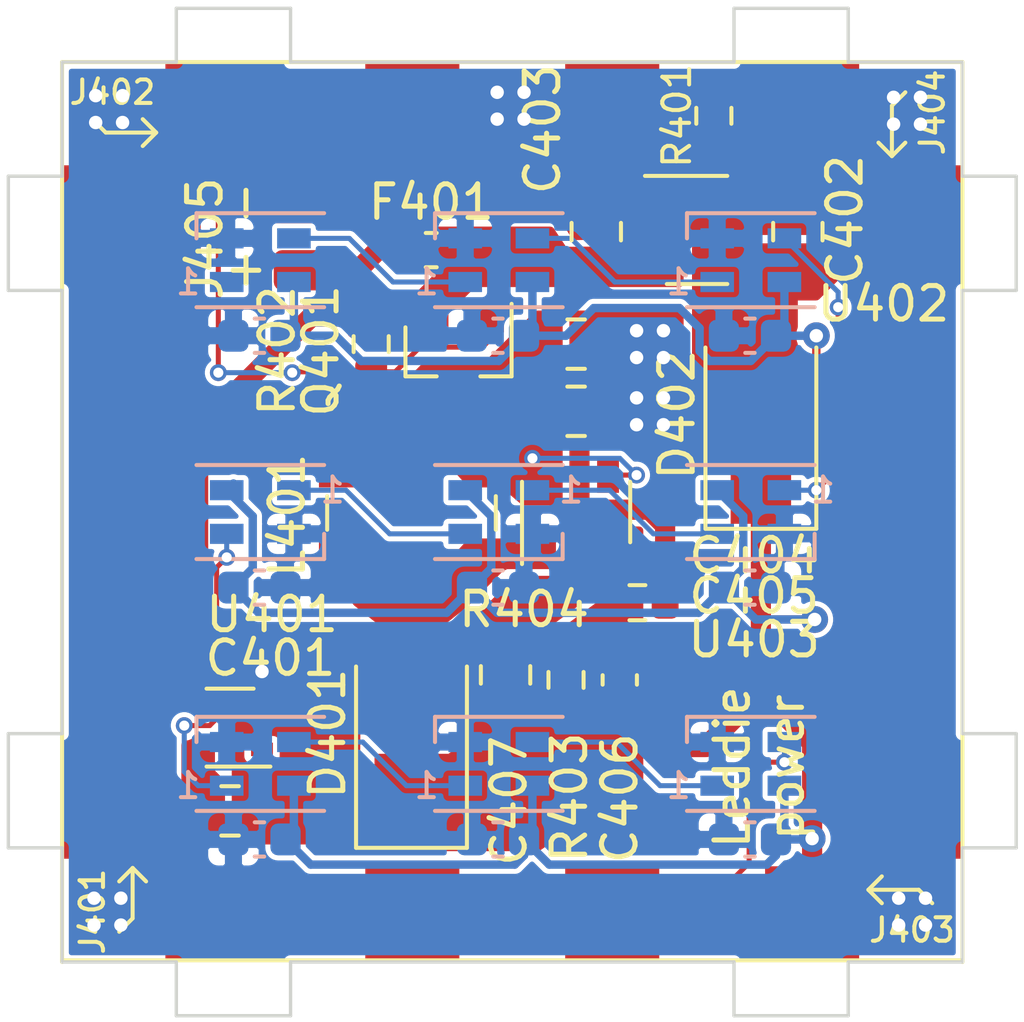
<source format=kicad_pcb>
(kicad_pcb (version 20171130) (host pcbnew 5.1.10)

  (general
    (thickness 1.6)
    (drawings 47)
    (tracks 235)
    (zones 0)
    (modules 42)
    (nets 26)
  )

  (page A4)
  (layers
    (0 F.Cu signal)
    (31 B.Cu signal)
    (32 B.Adhes user hide)
    (33 F.Adhes user hide)
    (34 B.Paste user hide)
    (35 F.Paste user)
    (36 B.SilkS user hide)
    (37 F.SilkS user)
    (38 B.Mask user hide)
    (39 F.Mask user)
    (40 Dwgs.User user hide)
    (41 Cmts.User user hide)
    (42 Eco1.User user hide)
    (43 Eco2.User user hide)
    (44 Edge.Cuts user)
    (45 Margin user hide)
    (46 B.CrtYd user hide)
    (47 F.CrtYd user)
    (48 B.Fab user hide)
    (49 F.Fab user)
  )

  (setup
    (last_trace_width 0.15)
    (user_trace_width 0.15)
    (user_trace_width 0.25)
    (user_trace_width 0.6)
    (trace_clearance 0.15)
    (zone_clearance 0.15)
    (zone_45_only no)
    (trace_min 0.15)
    (via_size 0.5)
    (via_drill 0.3)
    (via_min_size 0.4)
    (via_min_drill 0.3)
    (user_via 0.5 0.3)
    (uvia_size 0.3)
    (uvia_drill 0.1)
    (uvias_allowed no)
    (uvia_min_size 0.2)
    (uvia_min_drill 0.1)
    (edge_width 0.1)
    (segment_width 0.2)
    (pcb_text_width 0.3)
    (pcb_text_size 1.5 1.5)
    (mod_edge_width 0.15)
    (mod_text_size 1 1)
    (mod_text_width 0.15)
    (pad_size 1.524 1.524)
    (pad_drill 0.762)
    (pad_to_mask_clearance 0)
    (aux_axis_origin 0 0)
    (visible_elements FFFFFF7F)
    (pcbplotparams
      (layerselection 0x010fc_ffffffff)
      (usegerberextensions false)
      (usegerberattributes true)
      (usegerberadvancedattributes true)
      (creategerberjobfile true)
      (excludeedgelayer true)
      (linewidth 0.100000)
      (plotframeref false)
      (viasonmask false)
      (mode 1)
      (useauxorigin false)
      (hpglpennumber 1)
      (hpglpenspeed 20)
      (hpglpendiameter 15.000000)
      (psnegative false)
      (psa4output false)
      (plotreference true)
      (plotvalue true)
      (plotinvisibletext false)
      (padsonsilk false)
      (subtractmaskfromsilk false)
      (outputformat 1)
      (mirror false)
      (drillshape 1)
      (scaleselection 1)
      (outputdirectory ""))
  )

  (net 0 "")
  (net 1 GND)
  (net 2 VCPU)
  (net 3 VBUS)
  (net 4 +BATT)
  (net 5 "Net-(C406-Pad2)")
  (net 6 VLED)
  (net 7 "Net-(D701-Pad1)")
  (net 8 /LED_DIN)
  (net 9 "Net-(D702-Pad1)")
  (net 10 "Net-(D702-Pad3)")
  (net 11 "Net-(D703-Pad1)")
  (net 12 "Net-(D703-Pad3)")
  (net 13 "Net-(D704-Pad1)")
  (net 14 "Net-(D705-Pad1)")
  (net 15 "Net-(D706-Pad1)")
  (net 16 /led_substring_power/DOUT)
  (net 17 /~VLED_EN)
  (net 18 /~CHG_ACTIVE)
  (net 19 "Net-(J403-Pad3)")
  (net 20 "Net-(R401-Pad1)")
  (net 21 "Net-(U401-Pad3)")
  (net 22 "Net-(U401-Pad1)")
  (net 23 /smps_vin)
  (net 24 /smps_sw)
  (net 25 /BP)

  (net_class Default "This is the default net class."
    (clearance 0.15)
    (trace_width 0.15)
    (via_dia 0.5)
    (via_drill 0.3)
    (uvia_dia 0.3)
    (uvia_drill 0.1)
    (add_net /LED_DIN)
    (add_net /led_substring_power/DOUT)
    (add_net /~CHG_ACTIVE)
    (add_net /~VLED_EN)
    (add_net "Net-(C406-Pad2)")
    (add_net "Net-(D701-Pad1)")
    (add_net "Net-(D702-Pad1)")
    (add_net "Net-(D702-Pad3)")
    (add_net "Net-(D703-Pad1)")
    (add_net "Net-(D703-Pad3)")
    (add_net "Net-(D704-Pad1)")
    (add_net "Net-(D705-Pad1)")
    (add_net "Net-(D706-Pad1)")
    (add_net "Net-(J403-Pad3)")
    (add_net "Net-(R401-Pad1)")
    (add_net "Net-(U401-Pad1)")
    (add_net "Net-(U401-Pad3)")
  )

  (net_class Power ""
    (clearance 0.15)
    (trace_width 0.25)
    (via_dia 0.8)
    (via_drill 0.4)
    (uvia_dia 0.3)
    (uvia_drill 0.1)
    (add_net +BATT)
    (add_net /BP)
    (add_net /smps_sw)
    (add_net /smps_vin)
    (add_net GND)
    (add_net VBUS)
    (add_net VCPU)
    (add_net VLED)
  )

  (module leddie_parts:battery_connector (layer F.Cu) (tedit 60BCAF8B) (tstamp 60BCE56F)
    (at 152.2 91.6 90)
    (descr "JST PH series connector, S2B-PH-K (http://www.jst-mfg.com/product/pdf/eng/ePH.pdf), generated with kicad-footprint-generator")
    (tags "connector JST PH top entry")
    (path /60435FAB)
    (fp_text reference J405 (at 0.95 -3.15 90) (layer F.SilkS)
      (effects (font (size 1 1) (thickness 0.15)))
    )
    (fp_text value Battery (at 1.5 2.9 90) (layer F.Fab)
      (effects (font (size 1 1) (thickness 0.15)))
    )
    (fp_text user - (at 2 -2 90) (layer F.SilkS)
      (effects (font (size 1 1) (thickness 0.15)))
    )
    (fp_text user + (at 0 -2 90) (layer F.SilkS)
      (effects (font (size 1 1) (thickness 0.15)))
    )
    (pad 2 smd roundrect (at 2 0 90) (size 1.2 2.2) (layers F.Cu F.Paste F.Mask) (roundrect_rratio 0.208)
      (net 1 GND))
    (pad 1 smd roundrect (at 0 0 90) (size 1.2 2.2) (layers F.Cu F.Paste F.Mask) (roundrect_rratio 0.208)
      (net 25 /BP))
  )

  (module Package_TO_SOT_SMD:SOT-23-5 (layer F.Cu) (tedit 5A02FF57) (tstamp 60BCAE37)
    (at 160.1 98.8 90)
    (descr "5-pin SOT23 package")
    (tags SOT-23-5)
    (path /60465C0F)
    (attr smd)
    (fp_text reference U403 (at -3.8 5.3 180) (layer F.SilkS)
      (effects (font (size 1 1) (thickness 0.15)))
    )
    (fp_text value LM2735 (at 0 2.9 90) (layer F.Fab)
      (effects (font (size 1 1) (thickness 0.15)))
    )
    (fp_line (start -0.9 1.61) (end 0.9 1.61) (layer F.SilkS) (width 0.12))
    (fp_line (start 0.9 -1.61) (end -1.55 -1.61) (layer F.SilkS) (width 0.12))
    (fp_line (start -1.9 -1.8) (end 1.9 -1.8) (layer F.CrtYd) (width 0.05))
    (fp_line (start 1.9 -1.8) (end 1.9 1.8) (layer F.CrtYd) (width 0.05))
    (fp_line (start 1.9 1.8) (end -1.9 1.8) (layer F.CrtYd) (width 0.05))
    (fp_line (start -1.9 1.8) (end -1.9 -1.8) (layer F.CrtYd) (width 0.05))
    (fp_line (start -0.9 -0.9) (end -0.25 -1.55) (layer F.Fab) (width 0.1))
    (fp_line (start 0.9 -1.55) (end -0.25 -1.55) (layer F.Fab) (width 0.1))
    (fp_line (start -0.9 -0.9) (end -0.9 1.55) (layer F.Fab) (width 0.1))
    (fp_line (start 0.9 1.55) (end -0.9 1.55) (layer F.Fab) (width 0.1))
    (fp_line (start 0.9 -1.55) (end 0.9 1.55) (layer F.Fab) (width 0.1))
    (fp_text user %R (at 0 0) (layer F.Fab)
      (effects (font (size 0.5 0.5) (thickness 0.075)))
    )
    (pad 5 smd rect (at 1.1 -0.95 90) (size 1.06 0.65) (layers F.Cu F.Paste F.Mask)
      (net 23 /smps_vin))
    (pad 4 smd rect (at 1.1 0.95 90) (size 1.06 0.65) (layers F.Cu F.Paste F.Mask)
      (net 23 /smps_vin))
    (pad 3 smd rect (at -1.1 0.95 90) (size 1.06 0.65) (layers F.Cu F.Paste F.Mask)
      (net 5 "Net-(C406-Pad2)"))
    (pad 2 smd rect (at -1.1 0 90) (size 1.06 0.65) (layers F.Cu F.Paste F.Mask)
      (net 1 GND))
    (pad 1 smd rect (at -1.1 -0.95 90) (size 1.06 0.65) (layers F.Cu F.Paste F.Mask)
      (net 24 /smps_sw))
    (model ${KISYS3DMOD}/Package_TO_SOT_SMD.3dshapes/SOT-23-5.wrl
      (at (xyz 0 0 0))
      (scale (xyz 1 1 1))
      (rotate (xyz 0 0 0))
    )
  )

  (module Package_TO_SOT_SMD:SOT-23-5 (layer F.Cu) (tedit 5A02FF57) (tstamp 60BCAE22)
    (at 163.7 90.4)
    (descr "5-pin SOT23 package")
    (tags SOT-23-5)
    (path /604354DC)
    (attr smd)
    (fp_text reference U402 (at 5.55 2.2) (layer F.SilkS)
      (effects (font (size 1 1) (thickness 0.15)))
    )
    (fp_text value MCP73832-2 (at 0 2.9) (layer F.Fab)
      (effects (font (size 1 1) (thickness 0.15)))
    )
    (fp_line (start -0.9 1.61) (end 0.9 1.61) (layer F.SilkS) (width 0.12))
    (fp_line (start 0.9 -1.61) (end -1.55 -1.61) (layer F.SilkS) (width 0.12))
    (fp_line (start -1.9 -1.8) (end 1.9 -1.8) (layer F.CrtYd) (width 0.05))
    (fp_line (start 1.9 -1.8) (end 1.9 1.8) (layer F.CrtYd) (width 0.05))
    (fp_line (start 1.9 1.8) (end -1.9 1.8) (layer F.CrtYd) (width 0.05))
    (fp_line (start -1.9 1.8) (end -1.9 -1.8) (layer F.CrtYd) (width 0.05))
    (fp_line (start -0.9 -0.9) (end -0.25 -1.55) (layer F.Fab) (width 0.1))
    (fp_line (start 0.9 -1.55) (end -0.25 -1.55) (layer F.Fab) (width 0.1))
    (fp_line (start -0.9 -0.9) (end -0.9 1.55) (layer F.Fab) (width 0.1))
    (fp_line (start 0.9 1.55) (end -0.9 1.55) (layer F.Fab) (width 0.1))
    (fp_line (start 0.9 -1.55) (end 0.9 1.55) (layer F.Fab) (width 0.1))
    (fp_text user %R (at 0 0 90) (layer F.Fab)
      (effects (font (size 0.5 0.5) (thickness 0.075)))
    )
    (pad 5 smd rect (at 1.1 -0.95) (size 1.06 0.65) (layers F.Cu F.Paste F.Mask)
      (net 20 "Net-(R401-Pad1)"))
    (pad 4 smd rect (at 1.1 0.95) (size 1.06 0.65) (layers F.Cu F.Paste F.Mask)
      (net 3 VBUS))
    (pad 3 smd rect (at -1.1 0.95) (size 1.06 0.65) (layers F.Cu F.Paste F.Mask)
      (net 4 +BATT))
    (pad 2 smd rect (at -1.1 0) (size 1.06 0.65) (layers F.Cu F.Paste F.Mask)
      (net 1 GND))
    (pad 1 smd rect (at -1.1 -0.95) (size 1.06 0.65) (layers F.Cu F.Paste F.Mask)
      (net 18 /~CHG_ACTIVE))
    (model ${KISYS3DMOD}/Package_TO_SOT_SMD.3dshapes/SOT-23-5.wrl
      (at (xyz 0 0 0))
      (scale (xyz 1 1 1))
      (rotate (xyz 0 0 0))
    )
  )

  (module Package_TO_SOT_SMD:SOT-353_SC-70-5 (layer F.Cu) (tedit 5A02FF57) (tstamp 60BCAE0D)
    (at 149.8 105.22 180)
    (descr "SOT-353, SC-70-5")
    (tags "SOT-353 SC-70-5")
    (path /605A11F4)
    (attr smd)
    (fp_text reference U401 (at -1.25 3.37) (layer F.SilkS)
      (effects (font (size 1 1) (thickness 0.15)))
    )
    (fp_text value TPS71533__SC70 (at 0 2 180) (layer F.Fab)
      (effects (font (size 1 1) (thickness 0.15)))
    )
    (fp_line (start 0.7 -1.16) (end -1.2 -1.16) (layer F.SilkS) (width 0.12))
    (fp_line (start -0.7 1.16) (end 0.7 1.16) (layer F.SilkS) (width 0.12))
    (fp_line (start 1.6 1.4) (end 1.6 -1.4) (layer F.CrtYd) (width 0.05))
    (fp_line (start -1.6 -1.4) (end -1.6 1.4) (layer F.CrtYd) (width 0.05))
    (fp_line (start -1.6 -1.4) (end 1.6 -1.4) (layer F.CrtYd) (width 0.05))
    (fp_line (start 0.675 -1.1) (end -0.175 -1.1) (layer F.Fab) (width 0.1))
    (fp_line (start -0.675 -0.6) (end -0.675 1.1) (layer F.Fab) (width 0.1))
    (fp_line (start -1.6 1.4) (end 1.6 1.4) (layer F.CrtYd) (width 0.05))
    (fp_line (start 0.675 -1.1) (end 0.675 1.1) (layer F.Fab) (width 0.1))
    (fp_line (start 0.675 1.1) (end -0.675 1.1) (layer F.Fab) (width 0.1))
    (fp_line (start -0.175 -1.1) (end -0.675 -0.6) (layer F.Fab) (width 0.1))
    (fp_text user %R (at 0 0 90) (layer F.Fab)
      (effects (font (size 0.5 0.5) (thickness 0.075)))
    )
    (pad 5 smd rect (at 0.95 -0.65 180) (size 0.65 0.4) (layers F.Cu F.Paste F.Mask)
      (net 2 VCPU))
    (pad 4 smd rect (at 0.95 0.65 180) (size 0.65 0.4) (layers F.Cu F.Paste F.Mask)
      (net 4 +BATT))
    (pad 2 smd rect (at -0.95 0 180) (size 0.65 0.4) (layers F.Cu F.Paste F.Mask)
      (net 1 GND))
    (pad 3 smd rect (at -0.95 0.65 180) (size 0.65 0.4) (layers F.Cu F.Paste F.Mask)
      (net 21 "Net-(U401-Pad3)"))
    (pad 1 smd rect (at -0.95 -0.65 180) (size 0.65 0.4) (layers F.Cu F.Paste F.Mask)
      (net 22 "Net-(U401-Pad1)"))
    (model ${KISYS3DMOD}/Package_TO_SOT_SMD.3dshapes/SOT-353_SC-70-5.wrl
      (at (xyz 0 0 0))
      (scale (xyz 1 1 1))
      (rotate (xyz 0 0 0))
    )
  )

  (module Resistor_SMD:R_0603_1608Metric (layer F.Cu) (tedit 5F68FEEE) (tstamp 60BD22EB)
    (at 161.925 101.5)
    (descr "Resistor SMD 0603 (1608 Metric), square (rectangular) end terminal, IPC_7351 nominal, (Body size source: IPC-SM-782 page 72, https://www.pcb-3d.com/wordpress/wp-content/uploads/ipc-sm-782a_amendment_1_and_2.pdf), generated with kicad-footprint-generator")
    (tags resistor)
    (path /6046A4BC)
    (attr smd)
    (fp_text reference R404 (at -3.375 0.2) (layer F.SilkS)
      (effects (font (size 1 1) (thickness 0.15)))
    )
    (fp_text value 10k (at 0 1.43) (layer F.Fab)
      (effects (font (size 1 1) (thickness 0.15)))
    )
    (fp_line (start -0.8 0.4125) (end -0.8 -0.4125) (layer F.Fab) (width 0.1))
    (fp_line (start -0.8 -0.4125) (end 0.8 -0.4125) (layer F.Fab) (width 0.1))
    (fp_line (start 0.8 -0.4125) (end 0.8 0.4125) (layer F.Fab) (width 0.1))
    (fp_line (start 0.8 0.4125) (end -0.8 0.4125) (layer F.Fab) (width 0.1))
    (fp_line (start -0.237258 -0.5225) (end 0.237258 -0.5225) (layer F.SilkS) (width 0.12))
    (fp_line (start -0.237258 0.5225) (end 0.237258 0.5225) (layer F.SilkS) (width 0.12))
    (fp_line (start -1.48 0.73) (end -1.48 -0.73) (layer F.CrtYd) (width 0.05))
    (fp_line (start -1.48 -0.73) (end 1.48 -0.73) (layer F.CrtYd) (width 0.05))
    (fp_line (start 1.48 -0.73) (end 1.48 0.73) (layer F.CrtYd) (width 0.05))
    (fp_line (start 1.48 0.73) (end -1.48 0.73) (layer F.CrtYd) (width 0.05))
    (fp_text user %R (at 0 0) (layer F.Fab)
      (effects (font (size 0.4 0.4) (thickness 0.06)))
    )
    (pad 2 smd roundrect (at 0.825 0) (size 0.8 0.95) (layers F.Cu F.Paste F.Mask) (roundrect_rratio 0.25)
      (net 1 GND))
    (pad 1 smd roundrect (at -0.825 0) (size 0.8 0.95) (layers F.Cu F.Paste F.Mask) (roundrect_rratio 0.25)
      (net 5 "Net-(C406-Pad2)"))
    (model ${KISYS3DMOD}/Resistor_SMD.3dshapes/R_0603_1608Metric.wrl
      (at (xyz 0 0 0))
      (scale (xyz 1 1 1))
      (rotate (xyz 0 0 0))
    )
  )

  (module Resistor_SMD:R_0603_1608Metric (layer F.Cu) (tedit 5F68FEEE) (tstamp 60BCADE7)
    (at 159.8 103.8 90)
    (descr "Resistor SMD 0603 (1608 Metric), square (rectangular) end terminal, IPC_7351 nominal, (Body size source: IPC-SM-782 page 72, https://www.pcb-3d.com/wordpress/wp-content/uploads/ipc-sm-782a_amendment_1_and_2.pdf), generated with kicad-footprint-generator")
    (tags resistor)
    (path /6046A01E)
    (attr smd)
    (fp_text reference R403 (at -3.5 0.1 90) (layer F.SilkS)
      (effects (font (size 1 1) (thickness 0.15)))
    )
    (fp_text value 26k (at 0 1.43 90) (layer F.Fab)
      (effects (font (size 1 1) (thickness 0.15)))
    )
    (fp_line (start -0.8 0.4125) (end -0.8 -0.4125) (layer F.Fab) (width 0.1))
    (fp_line (start -0.8 -0.4125) (end 0.8 -0.4125) (layer F.Fab) (width 0.1))
    (fp_line (start 0.8 -0.4125) (end 0.8 0.4125) (layer F.Fab) (width 0.1))
    (fp_line (start 0.8 0.4125) (end -0.8 0.4125) (layer F.Fab) (width 0.1))
    (fp_line (start -0.237258 -0.5225) (end 0.237258 -0.5225) (layer F.SilkS) (width 0.12))
    (fp_line (start -0.237258 0.5225) (end 0.237258 0.5225) (layer F.SilkS) (width 0.12))
    (fp_line (start -1.48 0.73) (end -1.48 -0.73) (layer F.CrtYd) (width 0.05))
    (fp_line (start -1.48 -0.73) (end 1.48 -0.73) (layer F.CrtYd) (width 0.05))
    (fp_line (start 1.48 -0.73) (end 1.48 0.73) (layer F.CrtYd) (width 0.05))
    (fp_line (start 1.48 0.73) (end -1.48 0.73) (layer F.CrtYd) (width 0.05))
    (fp_text user %R (at 0 0 90) (layer F.Fab)
      (effects (font (size 0.4 0.4) (thickness 0.06)))
    )
    (pad 2 smd roundrect (at 0.825 0 90) (size 0.8 0.95) (layers F.Cu F.Paste F.Mask) (roundrect_rratio 0.25)
      (net 5 "Net-(C406-Pad2)"))
    (pad 1 smd roundrect (at -0.825 0 90) (size 0.8 0.95) (layers F.Cu F.Paste F.Mask) (roundrect_rratio 0.25)
      (net 6 VLED))
    (model ${KISYS3DMOD}/Resistor_SMD.3dshapes/R_0603_1608Metric.wrl
      (at (xyz 0 0 0))
      (scale (xyz 1 1 1))
      (rotate (xyz 0 0 0))
    )
  )

  (module Resistor_SMD:R_0603_1608Metric (layer F.Cu) (tedit 5F68FEEE) (tstamp 60BCADD6)
    (at 154 93.8 90)
    (descr "Resistor SMD 0603 (1608 Metric), square (rectangular) end terminal, IPC_7351 nominal, (Body size source: IPC-SM-782 page 72, https://www.pcb-3d.com/wordpress/wp-content/uploads/ipc-sm-782a_amendment_1_and_2.pdf), generated with kicad-footprint-generator")
    (tags resistor)
    (path /604F2B02)
    (attr smd)
    (fp_text reference R402 (at -0.2 -2.8 90) (layer F.SilkS)
      (effects (font (size 1 1) (thickness 0.15)))
    )
    (fp_text value 10k (at 0 1.43 90) (layer F.Fab)
      (effects (font (size 1 1) (thickness 0.15)))
    )
    (fp_line (start -0.8 0.4125) (end -0.8 -0.4125) (layer F.Fab) (width 0.1))
    (fp_line (start -0.8 -0.4125) (end 0.8 -0.4125) (layer F.Fab) (width 0.1))
    (fp_line (start 0.8 -0.4125) (end 0.8 0.4125) (layer F.Fab) (width 0.1))
    (fp_line (start 0.8 0.4125) (end -0.8 0.4125) (layer F.Fab) (width 0.1))
    (fp_line (start -0.237258 -0.5225) (end 0.237258 -0.5225) (layer F.SilkS) (width 0.12))
    (fp_line (start -0.237258 0.5225) (end 0.237258 0.5225) (layer F.SilkS) (width 0.12))
    (fp_line (start -1.48 0.73) (end -1.48 -0.73) (layer F.CrtYd) (width 0.05))
    (fp_line (start -1.48 -0.73) (end 1.48 -0.73) (layer F.CrtYd) (width 0.05))
    (fp_line (start 1.48 -0.73) (end 1.48 0.73) (layer F.CrtYd) (width 0.05))
    (fp_line (start 1.48 0.73) (end -1.48 0.73) (layer F.CrtYd) (width 0.05))
    (fp_text user %R (at 0 0 90) (layer F.Fab)
      (effects (font (size 0.4 0.4) (thickness 0.06)))
    )
    (pad 2 smd roundrect (at 0.825 0 90) (size 0.8 0.95) (layers F.Cu F.Paste F.Mask) (roundrect_rratio 0.25)
      (net 4 +BATT))
    (pad 1 smd roundrect (at -0.825 0 90) (size 0.8 0.95) (layers F.Cu F.Paste F.Mask) (roundrect_rratio 0.25)
      (net 17 /~VLED_EN))
    (model ${KISYS3DMOD}/Resistor_SMD.3dshapes/R_0603_1608Metric.wrl
      (at (xyz 0 0 0))
      (scale (xyz 1 1 1))
      (rotate (xyz 0 0 0))
    )
  )

  (module Resistor_SMD:R_0603_1608Metric (layer F.Cu) (tedit 5F68FEEE) (tstamp 60BCD1DF)
    (at 164.2 87 90)
    (descr "Resistor SMD 0603 (1608 Metric), square (rectangular) end terminal, IPC_7351 nominal, (Body size source: IPC-SM-782 page 72, https://www.pcb-3d.com/wordpress/wp-content/uploads/ipc-sm-782a_amendment_1_and_2.pdf), generated with kicad-footprint-generator")
    (tags resistor)
    (path /6043E48C)
    (attr smd)
    (fp_text reference R401 (at 0 -1.1 90) (layer F.SilkS)
      (effects (font (size 0.8 0.8) (thickness 0.12)))
    )
    (fp_text value 4k7 (at 0 1.43 90) (layer F.Fab)
      (effects (font (size 1 1) (thickness 0.15)))
    )
    (fp_line (start -0.8 0.4125) (end -0.8 -0.4125) (layer F.Fab) (width 0.1))
    (fp_line (start -0.8 -0.4125) (end 0.8 -0.4125) (layer F.Fab) (width 0.1))
    (fp_line (start 0.8 -0.4125) (end 0.8 0.4125) (layer F.Fab) (width 0.1))
    (fp_line (start 0.8 0.4125) (end -0.8 0.4125) (layer F.Fab) (width 0.1))
    (fp_line (start -0.237258 -0.5225) (end 0.237258 -0.5225) (layer F.SilkS) (width 0.12))
    (fp_line (start -0.237258 0.5225) (end 0.237258 0.5225) (layer F.SilkS) (width 0.12))
    (fp_line (start -1.48 0.73) (end -1.48 -0.73) (layer F.CrtYd) (width 0.05))
    (fp_line (start -1.48 -0.73) (end 1.48 -0.73) (layer F.CrtYd) (width 0.05))
    (fp_line (start 1.48 -0.73) (end 1.48 0.73) (layer F.CrtYd) (width 0.05))
    (fp_line (start 1.48 0.73) (end -1.48 0.73) (layer F.CrtYd) (width 0.05))
    (fp_text user %R (at 0 0 90) (layer F.Fab)
      (effects (font (size 0.4 0.4) (thickness 0.06)))
    )
    (pad 2 smd roundrect (at 0.825 0 90) (size 0.8 0.95) (layers F.Cu F.Paste F.Mask) (roundrect_rratio 0.25)
      (net 1 GND))
    (pad 1 smd roundrect (at -0.825 0 90) (size 0.8 0.95) (layers F.Cu F.Paste F.Mask) (roundrect_rratio 0.25)
      (net 20 "Net-(R401-Pad1)"))
    (model ${KISYS3DMOD}/Resistor_SMD.3dshapes/R_0603_1608Metric.wrl
      (at (xyz 0 0 0))
      (scale (xyz 1 1 1))
      (rotate (xyz 0 0 0))
    )
  )

  (module Package_TO_SOT_SMD:SOT-23 (layer F.Cu) (tedit 5A02FF57) (tstamp 60BCADB4)
    (at 156.6 94 270)
    (descr "SOT-23, Standard")
    (tags SOT-23)
    (path /6050E25F)
    (attr smd)
    (fp_text reference Q401 (at 0 4.1 90) (layer F.SilkS)
      (effects (font (size 1 1) (thickness 0.15)))
    )
    (fp_text value NTR4171P (at 0 2.5 90) (layer F.Fab)
      (effects (font (size 1 1) (thickness 0.15)))
    )
    (fp_line (start -0.7 -0.95) (end -0.7 1.5) (layer F.Fab) (width 0.1))
    (fp_line (start -0.15 -1.52) (end 0.7 -1.52) (layer F.Fab) (width 0.1))
    (fp_line (start -0.7 -0.95) (end -0.15 -1.52) (layer F.Fab) (width 0.1))
    (fp_line (start 0.7 -1.52) (end 0.7 1.52) (layer F.Fab) (width 0.1))
    (fp_line (start -0.7 1.52) (end 0.7 1.52) (layer F.Fab) (width 0.1))
    (fp_line (start 0.76 1.58) (end 0.76 0.65) (layer F.SilkS) (width 0.12))
    (fp_line (start 0.76 -1.58) (end 0.76 -0.65) (layer F.SilkS) (width 0.12))
    (fp_line (start -1.7 -1.75) (end 1.7 -1.75) (layer F.CrtYd) (width 0.05))
    (fp_line (start 1.7 -1.75) (end 1.7 1.75) (layer F.CrtYd) (width 0.05))
    (fp_line (start 1.7 1.75) (end -1.7 1.75) (layer F.CrtYd) (width 0.05))
    (fp_line (start -1.7 1.75) (end -1.7 -1.75) (layer F.CrtYd) (width 0.05))
    (fp_line (start 0.76 -1.58) (end -1.4 -1.58) (layer F.SilkS) (width 0.12))
    (fp_line (start 0.76 1.58) (end -0.7 1.58) (layer F.SilkS) (width 0.12))
    (fp_text user %R (at 0 0) (layer F.Fab)
      (effects (font (size 0.5 0.5) (thickness 0.075)))
    )
    (pad 3 smd rect (at 1 0 270) (size 0.9 0.8) (layers F.Cu F.Paste F.Mask)
      (net 23 /smps_vin))
    (pad 2 smd rect (at -1 0.95 270) (size 0.9 0.8) (layers F.Cu F.Paste F.Mask)
      (net 4 +BATT))
    (pad 1 smd rect (at -1 -0.95 270) (size 0.9 0.8) (layers F.Cu F.Paste F.Mask)
      (net 17 /~VLED_EN))
    (model ${KISYS3DMOD}/Package_TO_SOT_SMD.3dshapes/SOT-23.wrl
      (at (xyz 0 0 0))
      (scale (xyz 1 1 1))
      (rotate (xyz 0 0 0))
    )
  )

  (module Inductor_SMD:L_Coilcraft_LPS5030 (layer F.Cu) (tedit 5C4CB0C4) (tstamp 60BCAD9F)
    (at 155.2 98.8275 270)
    (descr "Shielded Power Inductor SMD, Coilcraft LPS5030, https://www.coilcraft.com/pdfs/lps5030.pdf, StepUp generated footprint")
    (tags inductor)
    (path /60467AC9)
    (attr smd)
    (fp_text reference L401 (at 0.0725 3.7 90) (layer F.SilkS)
      (effects (font (size 1 1) (thickness 0.15)))
    )
    (fp_text value 33u (at 0 3.8 90) (layer F.Fab)
      (effects (font (size 0.8 0.8) (thickness 0.12)))
    )
    (fp_line (start -0.5 -2.51) (end 0.5 -2.51) (layer F.SilkS) (width 0.12))
    (fp_line (start -0.5 2.51) (end 0.5 2.51) (layer F.SilkS) (width 0.12))
    (fp_line (start -1.4 -2.4) (end 1.4 -2.4) (layer F.Fab) (width 0.1))
    (fp_line (start 2.4 -1.4) (end 2.4 1.4) (layer F.Fab) (width 0.1))
    (fp_line (start 1.4 2.4) (end -1.4 2.4) (layer F.Fab) (width 0.1))
    (fp_line (start -2.4 1.4) (end -2.4 -1.4) (layer F.Fab) (width 0.1))
    (fp_line (start -2.4 -1.4) (end -1.4 -2.4) (layer F.Fab) (width 0.1))
    (fp_line (start 1.4 -2.4) (end 2.4 -1.4) (layer F.Fab) (width 0.1))
    (fp_line (start 2.4 1.4) (end 1.4 2.4) (layer F.Fab) (width 0.1))
    (fp_line (start -2.4 1.4) (end -1.4 2.4) (layer F.Fab) (width 0.1))
    (fp_line (start -3.01 -1.8) (end -1.8 -3.01) (layer F.CrtYd) (width 0.05))
    (fp_line (start -1.8 -3.01) (end 1.8 -3.01) (layer F.CrtYd) (width 0.05))
    (fp_line (start 1.8 -3.01) (end 3.01 -1.8) (layer F.CrtYd) (width 0.05))
    (fp_line (start 3.01 -1.8) (end 3.01 1.8) (layer F.CrtYd) (width 0.05))
    (fp_line (start 3.01 1.8) (end 1.8 3.01) (layer F.CrtYd) (width 0.05))
    (fp_line (start 1.8 3.01) (end -1.8 3.01) (layer F.CrtYd) (width 0.05))
    (fp_line (start -1.8 3.01) (end -3.01 1.8) (layer F.CrtYd) (width 0.05))
    (fp_line (start -3.01 1.8) (end -3.01 -1.8) (layer F.CrtYd) (width 0.05))
    (fp_text user %R (at 0 0 90) (layer F.Fab)
      (effects (font (size 1 1) (thickness 0.15)))
    )
    (pad 2 smd custom (at 2.2275 0 270) (size 1.055 3.4) (layers F.Cu F.Paste F.Mask)
      (net 24 /smps_sw) (zone_connect 2)
      (options (clearance outline) (anchor rect))
      (primitives
        (gr_poly (pts
           (xy -1.4675 -1.7) (xy -0.5275 -0.8445) (xy -0.5275 0.8445) (xy -1.4675 1.7) (xy -1.4675 2.755)
           (xy -0.5275 2.755) (xy 0.5275 1.7) (xy 0.5275 -1.7) (xy -0.5275 -2.755) (xy -1.4675 -2.755)
) (width 0))
      ))
    (pad 1 smd custom (at -2.2275 0 270) (size 1.055 3.4) (layers F.Cu F.Paste F.Mask)
      (net 23 /smps_vin) (zone_connect 2)
      (options (clearance outline) (anchor rect))
      (primitives
        (gr_poly (pts
           (xy 1.4675 -1.7) (xy 0.5275 -0.8445) (xy 0.5275 0.8445) (xy 1.4675 1.7) (xy 1.4675 2.755)
           (xy 0.5275 2.755) (xy -0.5275 1.7) (xy -0.5275 -1.7) (xy 0.5275 -2.755) (xy 1.4675 -2.755)
) (width 0))
      ))
    (model ${KISYS3DMOD}/Inductor_SMD.3dshapes/L_Coilcraft_LPS5030.wrl
      (at (xyz 0 0 0))
      (scale (xyz 1 1 1))
      (rotate (xyz 0 0 0))
    )
  )

  (module leddie_parts:leddie_edgecon_lim (layer F.Cu) (tedit 604DDF45) (tstamp 60BCB5F8)
    (at 170.1 98.8)
    (path /60674455)
    (fp_text reference J404 (at 0.6 -11.9 90) (layer F.SilkS)
      (effects (font (size 0.7 0.7) (thickness 0.12)))
    )
    (fp_text value edgecon_right (at 2.5 6.3 90) (layer F.Fab)
      (effects (font (size 1 1) (thickness 0.15)))
    )
    (fp_line (start 1.3 -7.45) (end 1.3 -4.45) (layer Cmts.User) (width 0.12))
    (fp_line (start 1.2 -10.4) (end 1.2 -7.45) (layer Cmts.User) (width 0.12))
    (fp_line (start 1.3 -13.4) (end 1.3 -10.4) (layer Cmts.User) (width 0.12))
    (fp_line (start 1.5 -13.4) (end 1.5 13.4) (layer F.SilkS) (width 0.12))
    (fp_line (start -0.2 -12.5) (end -0.6 -12.1) (layer F.SilkS) (width 0.12))
    (fp_line (start -0.6 -12.1) (end -0.6 -10.6) (layer F.SilkS) (width 0.12))
    (fp_line (start -0.6 -10.6) (end -1 -11) (layer F.SilkS) (width 0.12))
    (fp_line (start -0.6 -10.6) (end -0.2 -11) (layer F.SilkS) (width 0.12))
    (fp_text user "2.95 mm pad, 3 mm spacing" (at 4.3 2.1 90) (layer Cmts.User) hide
      (effects (font (size 1 1) (thickness 0.15)))
    )
    (pad 4 smd rect (at 0.1 8.925) (size 2.8 2.8) (layers F.Cu F.Paste F.Mask)
      (net 1 GND))
    (pad 1 smd rect (at 0.1 -8.925) (size 2.8 2.8) (layers F.Cu F.Paste F.Mask)
      (net 3 VBUS))
  )

  (module leddie_parts:leddie_edgecon (layer F.Cu) (tedit 604DCD87) (tstamp 60BCAD48)
    (at 158.2 110.65 270)
    (path /60674467)
    (fp_text reference J403 (at 0.6 -11.9) (layer F.SilkS)
      (effects (font (size 0.7 0.7) (thickness 0.12)))
    )
    (fp_text value edgecon_bottom (at 2.5 7.6) (layer F.Fab)
      (effects (font (size 1 1) (thickness 0.15)))
    )
    (fp_line (start 1.3 -7.45) (end 1.3 -4.45) (layer Cmts.User) (width 0.12))
    (fp_line (start 1.2 -10.4) (end 1.2 -7.45) (layer Cmts.User) (width 0.12))
    (fp_line (start 1.3 -13.4) (end 1.3 -10.4) (layer Cmts.User) (width 0.12))
    (fp_line (start 1.5 -13.4) (end 1.5 13.4) (layer F.SilkS) (width 0.12))
    (fp_line (start -0.2 -12.5) (end -0.6 -12.1) (layer F.SilkS) (width 0.12))
    (fp_line (start -0.6 -12.1) (end -0.6 -10.6) (layer F.SilkS) (width 0.12))
    (fp_line (start -0.6 -10.6) (end -1 -11) (layer F.SilkS) (width 0.12))
    (fp_line (start -0.6 -10.6) (end -0.2 -11) (layer F.SilkS) (width 0.12))
    (fp_text user "2.95 mm pad, 3 mm spacing" (at 4.3 2.1) (layer Cmts.User) hide
      (effects (font (size 1 1) (thickness 0.15)))
    )
    (pad 3 smd rect (at 0.1 2.975 270) (size 2.8 2.8) (layers F.Cu F.Paste F.Mask)
      (net 19 "Net-(J403-Pad3)"))
    (pad 4 smd rect (at 0.1 8.925 270) (size 2.8 2.8) (layers F.Cu F.Paste F.Mask)
      (net 1 GND))
    (pad 2 smd rect (at 0.1 -2.975 270) (size 2.8 2.8) (layers F.Cu F.Paste F.Mask)
      (net 8 /LED_DIN))
    (pad 1 smd rect (at 0.1 -8.925 270) (size 2.8 2.8) (layers F.Cu F.Paste F.Mask)
      (net 6 VLED))
  )

  (module leddie_parts:leddie_edgecon (layer F.Cu) (tedit 604DCD87) (tstamp 60BCAD37)
    (at 158.2 86.9 90)
    (path /6067445B)
    (fp_text reference J402 (at 0.6 -11.9) (layer F.SilkS)
      (effects (font (size 0.7 0.7) (thickness 0.12)))
    )
    (fp_text value edgecon_top (at 2.5 7.6) (layer F.Fab)
      (effects (font (size 1 1) (thickness 0.15)))
    )
    (fp_line (start 1.3 -7.45) (end 1.3 -4.45) (layer Cmts.User) (width 0.12))
    (fp_line (start 1.2 -10.4) (end 1.2 -7.45) (layer Cmts.User) (width 0.12))
    (fp_line (start 1.3 -13.4) (end 1.3 -10.4) (layer Cmts.User) (width 0.12))
    (fp_line (start 1.5 -13.4) (end 1.5 13.4) (layer F.SilkS) (width 0.12))
    (fp_line (start -0.2 -12.5) (end -0.6 -12.1) (layer F.SilkS) (width 0.12))
    (fp_line (start -0.6 -12.1) (end -0.6 -10.6) (layer F.SilkS) (width 0.12))
    (fp_line (start -0.6 -10.6) (end -1 -11) (layer F.SilkS) (width 0.12))
    (fp_line (start -0.6 -10.6) (end -0.2 -11) (layer F.SilkS) (width 0.12))
    (fp_text user "2.95 mm pad, 3 mm spacing" (at 4.3 2.1) (layer Cmts.User) hide
      (effects (font (size 1 1) (thickness 0.15)))
    )
    (pad 3 smd rect (at 0.1 2.975 90) (size 2.8 2.8) (layers F.Cu F.Paste F.Mask)
      (net 18 /~CHG_ACTIVE))
    (pad 4 smd rect (at 0.1 8.925 90) (size 2.8 2.8) (layers F.Cu F.Paste F.Mask)
      (net 1 GND))
    (pad 2 smd rect (at 0.1 -2.975 90) (size 2.8 2.8) (layers F.Cu F.Paste F.Mask)
      (net 17 /~VLED_EN))
    (pad 1 smd rect (at 0.1 -8.925 90) (size 2.8 2.8) (layers F.Cu F.Paste F.Mask)
      (net 4 +BATT))
  )

  (module leddie_parts:leddie_edgecon_lim (layer F.Cu) (tedit 604DDF45) (tstamp 60BCAD26)
    (at 146.3 98.8 180)
    (path /60674461)
    (fp_text reference J401 (at 0.6 -11.9 90) (layer F.SilkS)
      (effects (font (size 0.7 0.7) (thickness 0.12)))
    )
    (fp_text value edgecon_left (at 2.5 6.3 90) (layer F.Fab)
      (effects (font (size 1 1) (thickness 0.15)))
    )
    (fp_line (start 1.3 -7.45) (end 1.3 -4.45) (layer Cmts.User) (width 0.12))
    (fp_line (start 1.2 -10.4) (end 1.2 -7.45) (layer Cmts.User) (width 0.12))
    (fp_line (start 1.3 -13.4) (end 1.3 -10.4) (layer Cmts.User) (width 0.12))
    (fp_line (start 1.5 -13.4) (end 1.5 13.4) (layer F.SilkS) (width 0.12))
    (fp_line (start -0.2 -12.5) (end -0.6 -12.1) (layer F.SilkS) (width 0.12))
    (fp_line (start -0.6 -12.1) (end -0.6 -10.6) (layer F.SilkS) (width 0.12))
    (fp_line (start -0.6 -10.6) (end -1 -11) (layer F.SilkS) (width 0.12))
    (fp_line (start -0.6 -10.6) (end -0.2 -11) (layer F.SilkS) (width 0.12))
    (fp_text user "2.95 mm pad, 3 mm spacing" (at 4.3 2.1 90) (layer Cmts.User) hide
      (effects (font (size 1 1) (thickness 0.15)))
    )
    (pad 4 smd rect (at 0.1 8.925 180) (size 2.8 2.8) (layers F.Cu F.Paste F.Mask)
      (net 1 GND))
    (pad 1 smd rect (at 0.1 -8.925 180) (size 2.8 2.8) (layers F.Cu F.Paste F.Mask)
      (net 2 VCPU))
  )

  (module Fuse:Fuse_0603_1608Metric (layer F.Cu) (tedit 5F68FEF1) (tstamp 60BD2912)
    (at 155.7875 91)
    (descr "Fuse SMD 0603 (1608 Metric), square (rectangular) end terminal, IPC_7351 nominal, (Body size source: http://www.tortai-tech.com/upload/download/2011102023233369053.pdf), generated with kicad-footprint-generator")
    (tags fuse)
    (path /6045FD58)
    (attr smd)
    (fp_text reference F401 (at 0 -1.43) (layer F.SilkS)
      (effects (font (size 1 1) (thickness 0.15)))
    )
    (fp_text value 2.5A (at 0 1.43) (layer F.Fab)
      (effects (font (size 1 1) (thickness 0.15)))
    )
    (fp_line (start -0.8 0.4) (end -0.8 -0.4) (layer F.Fab) (width 0.1))
    (fp_line (start -0.8 -0.4) (end 0.8 -0.4) (layer F.Fab) (width 0.1))
    (fp_line (start 0.8 -0.4) (end 0.8 0.4) (layer F.Fab) (width 0.1))
    (fp_line (start 0.8 0.4) (end -0.8 0.4) (layer F.Fab) (width 0.1))
    (fp_line (start -0.162779 -0.51) (end 0.162779 -0.51) (layer F.SilkS) (width 0.12))
    (fp_line (start -0.162779 0.51) (end 0.162779 0.51) (layer F.SilkS) (width 0.12))
    (fp_line (start -1.48 0.73) (end -1.48 -0.73) (layer F.CrtYd) (width 0.05))
    (fp_line (start -1.48 -0.73) (end 1.48 -0.73) (layer F.CrtYd) (width 0.05))
    (fp_line (start 1.48 -0.73) (end 1.48 0.73) (layer F.CrtYd) (width 0.05))
    (fp_line (start 1.48 0.73) (end -1.48 0.73) (layer F.CrtYd) (width 0.05))
    (fp_text user %R (at 0 0) (layer F.Fab)
      (effects (font (size 0.4 0.4) (thickness 0.06)))
    )
    (pad 2 smd roundrect (at 0.7875 0) (size 0.875 0.95) (layers F.Cu F.Paste F.Mask) (roundrect_rratio 0.25)
      (net 4 +BATT))
    (pad 1 smd roundrect (at -0.7875 0) (size 0.875 0.95) (layers F.Cu F.Paste F.Mask) (roundrect_rratio 0.25)
      (net 25 /BP))
    (model ${KISYS3DMOD}/Fuse.3dshapes/Fuse_0603_1608Metric.wrl
      (at (xyz 0 0 0))
      (scale (xyz 1 1 1))
      (rotate (xyz 0 0 0))
    )
  )

  (module LED_SMD:LED_SK6805_PLCC4_2.4x2.7mm_P1.3mm (layer B.Cu) (tedit 5AA4B1EE) (tstamp 60C50F92)
    (at 150.7 91.3)
    (descr https://cdn-shop.adafruit.com/product-files/3484/3484_Datasheet.pdf)
    (tags "LED RGB NeoPixel Nano")
    (path /6058E11E/605D0E99)
    (attr smd)
    (fp_text reference D709 (at 0 2.2) (layer B.SilkS) hide
      (effects (font (size 1 1) (thickness 0.15)) (justify mirror))
    )
    (fp_text value SK6805 (at 0 -2.7) (layer B.Fab)
      (effects (font (size 1 1) (thickness 0.15)) (justify mirror))
    )
    (fp_line (start 1.75 1.45) (end -1.75 1.45) (layer B.CrtYd) (width 0.05))
    (fp_line (start 1.75 -1.45) (end 1.75 1.45) (layer B.CrtYd) (width 0.05))
    (fp_line (start -1.75 -1.45) (end 1.75 -1.45) (layer B.CrtYd) (width 0.05))
    (fp_line (start -1.75 1.45) (end -1.75 -1.45) (layer B.CrtYd) (width 0.05))
    (fp_line (start -1.35 -0.6) (end -0.75 -1.2) (layer B.Fab) (width 0.1))
    (fp_line (start -1.35 1.2) (end -1.35 -1.2) (layer B.Fab) (width 0.1))
    (fp_line (start -1.35 -1.2) (end 1.35 -1.2) (layer B.Fab) (width 0.1))
    (fp_line (start 1.35 -1.2) (end 1.35 1.2) (layer B.Fab) (width 0.1))
    (fp_line (start 1.35 1.2) (end -1.35 1.2) (layer B.Fab) (width 0.1))
    (fp_line (start -1.9 1.4) (end 1.9 1.4) (layer B.SilkS) (width 0.12))
    (fp_line (start -1.9 -1.4) (end 1.9 -1.4) (layer B.SilkS) (width 0.12))
    (fp_line (start -1.9 -1.4) (end -1.9 -0.65) (layer B.SilkS) (width 0.12))
    (fp_circle (center 0 0) (end 0 1) (layer B.Fab) (width 0.1))
    (fp_text user %R (at 0 0) (layer B.Fab)
      (effects (font (size 0.4 0.4) (thickness 0.08)) (justify mirror))
    )
    (fp_text user 1 (at -2.15 0.65) (layer B.SilkS)
      (effects (font (size 0.75 0.75) (thickness 0.12)) (justify mirror))
    )
    (pad 1 smd rect (at -1 0.65) (size 1 0.6) (layers B.Cu B.Paste B.Mask)
      (net 16 /led_substring_power/DOUT))
    (pad 2 smd rect (at -1 -0.65) (size 1 0.6) (layers B.Cu B.Paste B.Mask)
      (net 1 GND))
    (pad 4 smd rect (at 1 0.65) (size 1 0.6) (layers B.Cu B.Paste B.Mask)
      (net 6 VLED))
    (pad 3 smd rect (at 1 -0.65) (size 1 0.6) (layers B.Cu B.Paste B.Mask)
      (net 15 "Net-(D706-Pad1)"))
    (model ${KISYS3DMOD}/LED_SMD.3dshapes/LED_SK6805_PLCC4_2.4x2.7mm_P1.3mm.wrl
      (at (xyz 0 0 0))
      (scale (xyz 1 1 1))
      (rotate (xyz 0 0 0))
    )
  )

  (module LED_SMD:LED_SK6805_PLCC4_2.4x2.7mm_P1.3mm (layer B.Cu) (tedit 5AA4B1EE) (tstamp 60C513CE)
    (at 165.3 98.8 180)
    (descr https://cdn-shop.adafruit.com/product-files/3484/3484_Datasheet.pdf)
    (tags "LED RGB NeoPixel Nano")
    (path /6058E11E/605BB090)
    (attr smd)
    (fp_text reference D708 (at 0 2.2) (layer B.SilkS) hide
      (effects (font (size 1 1) (thickness 0.15)) (justify mirror))
    )
    (fp_text value SK6805 (at 0 -2.7) (layer B.Fab)
      (effects (font (size 1 1) (thickness 0.15)) (justify mirror))
    )
    (fp_line (start 1.75 1.45) (end -1.75 1.45) (layer B.CrtYd) (width 0.05))
    (fp_line (start 1.75 -1.45) (end 1.75 1.45) (layer B.CrtYd) (width 0.05))
    (fp_line (start -1.75 -1.45) (end 1.75 -1.45) (layer B.CrtYd) (width 0.05))
    (fp_line (start -1.75 1.45) (end -1.75 -1.45) (layer B.CrtYd) (width 0.05))
    (fp_line (start -1.35 -0.6) (end -0.75 -1.2) (layer B.Fab) (width 0.1))
    (fp_line (start -1.35 1.2) (end -1.35 -1.2) (layer B.Fab) (width 0.1))
    (fp_line (start -1.35 -1.2) (end 1.35 -1.2) (layer B.Fab) (width 0.1))
    (fp_line (start 1.35 -1.2) (end 1.35 1.2) (layer B.Fab) (width 0.1))
    (fp_line (start 1.35 1.2) (end -1.35 1.2) (layer B.Fab) (width 0.1))
    (fp_line (start -1.9 1.4) (end 1.9 1.4) (layer B.SilkS) (width 0.12))
    (fp_line (start -1.9 -1.4) (end 1.9 -1.4) (layer B.SilkS) (width 0.12))
    (fp_line (start -1.9 -1.4) (end -1.9 -0.65) (layer B.SilkS) (width 0.12))
    (fp_circle (center 0 0) (end 0 1) (layer B.Fab) (width 0.1))
    (fp_text user %R (at 0 0) (layer B.Fab)
      (effects (font (size 0.4 0.4) (thickness 0.08)) (justify mirror))
    )
    (fp_text user 1 (at -2.15 0.65) (layer B.SilkS)
      (effects (font (size 0.75 0.75) (thickness 0.12)) (justify mirror))
    )
    (pad 1 smd rect (at -1 0.65 180) (size 1 0.6) (layers B.Cu B.Paste B.Mask)
      (net 12 "Net-(D703-Pad3)"))
    (pad 2 smd rect (at -1 -0.65 180) (size 1 0.6) (layers B.Cu B.Paste B.Mask)
      (net 1 GND))
    (pad 4 smd rect (at 1 0.65 180) (size 1 0.6) (layers B.Cu B.Paste B.Mask)
      (net 6 VLED))
    (pad 3 smd rect (at 1 -0.65 180) (size 1 0.6) (layers B.Cu B.Paste B.Mask)
      (net 14 "Net-(D705-Pad1)"))
    (model ${KISYS3DMOD}/LED_SMD.3dshapes/LED_SK6805_PLCC4_2.4x2.7mm_P1.3mm.wrl
      (at (xyz 0 0 0))
      (scale (xyz 1 1 1))
      (rotate (xyz 0 0 0))
    )
  )

  (module LED_SMD:LED_SK6805_PLCC4_2.4x2.7mm_P1.3mm (layer B.Cu) (tedit 5AA4B1EE) (tstamp 60C510A6)
    (at 150.7 106.3)
    (descr https://cdn-shop.adafruit.com/product-files/3484/3484_Datasheet.pdf)
    (tags "LED RGB NeoPixel Nano")
    (path /6058E11E/6059DA5A)
    (attr smd)
    (fp_text reference D707 (at 0 2.2) (layer B.SilkS) hide
      (effects (font (size 1 1) (thickness 0.15)) (justify mirror))
    )
    (fp_text value SK6805 (at 0 -2.7) (layer B.Fab)
      (effects (font (size 1 1) (thickness 0.15)) (justify mirror))
    )
    (fp_line (start 1.75 1.45) (end -1.75 1.45) (layer B.CrtYd) (width 0.05))
    (fp_line (start 1.75 -1.45) (end 1.75 1.45) (layer B.CrtYd) (width 0.05))
    (fp_line (start -1.75 -1.45) (end 1.75 -1.45) (layer B.CrtYd) (width 0.05))
    (fp_line (start -1.75 1.45) (end -1.75 -1.45) (layer B.CrtYd) (width 0.05))
    (fp_line (start -1.35 -0.6) (end -0.75 -1.2) (layer B.Fab) (width 0.1))
    (fp_line (start -1.35 1.2) (end -1.35 -1.2) (layer B.Fab) (width 0.1))
    (fp_line (start -1.35 -1.2) (end 1.35 -1.2) (layer B.Fab) (width 0.1))
    (fp_line (start 1.35 -1.2) (end 1.35 1.2) (layer B.Fab) (width 0.1))
    (fp_line (start 1.35 1.2) (end -1.35 1.2) (layer B.Fab) (width 0.1))
    (fp_line (start -1.9 1.4) (end 1.9 1.4) (layer B.SilkS) (width 0.12))
    (fp_line (start -1.9 -1.4) (end 1.9 -1.4) (layer B.SilkS) (width 0.12))
    (fp_line (start -1.9 -1.4) (end -1.9 -0.65) (layer B.SilkS) (width 0.12))
    (fp_circle (center 0 0) (end 0 1) (layer B.Fab) (width 0.1))
    (fp_text user %R (at 0 0) (layer B.Fab)
      (effects (font (size 0.4 0.4) (thickness 0.08)) (justify mirror))
    )
    (fp_text user 1 (at -2.15 0.65) (layer B.SilkS)
      (effects (font (size 0.75 0.75) (thickness 0.12)) (justify mirror))
    )
    (pad 1 smd rect (at -1 0.65) (size 1 0.6) (layers B.Cu B.Paste B.Mask)
      (net 10 "Net-(D702-Pad3)"))
    (pad 2 smd rect (at -1 -0.65) (size 1 0.6) (layers B.Cu B.Paste B.Mask)
      (net 1 GND))
    (pad 4 smd rect (at 1 0.65) (size 1 0.6) (layers B.Cu B.Paste B.Mask)
      (net 6 VLED))
    (pad 3 smd rect (at 1 -0.65) (size 1 0.6) (layers B.Cu B.Paste B.Mask)
      (net 13 "Net-(D704-Pad1)"))
    (model ${KISYS3DMOD}/LED_SMD.3dshapes/LED_SK6805_PLCC4_2.4x2.7mm_P1.3mm.wrl
      (at (xyz 0 0 0))
      (scale (xyz 1 1 1))
      (rotate (xyz 0 0 0))
    )
  )

  (module LED_SMD:LED_SK6805_PLCC4_2.4x2.7mm_P1.3mm (layer B.Cu) (tedit 5AA4B1EE) (tstamp 60C5112A)
    (at 157.8 91.3)
    (descr https://cdn-shop.adafruit.com/product-files/3484/3484_Datasheet.pdf)
    (tags "LED RGB NeoPixel Nano")
    (path /6058E11E/605D0E75)
    (attr smd)
    (fp_text reference D706 (at 0 2.2) (layer B.SilkS) hide
      (effects (font (size 1 1) (thickness 0.15)) (justify mirror))
    )
    (fp_text value SK6805 (at 0 -2.7) (layer B.Fab)
      (effects (font (size 1 1) (thickness 0.15)) (justify mirror))
    )
    (fp_line (start 1.75 1.45) (end -1.75 1.45) (layer B.CrtYd) (width 0.05))
    (fp_line (start 1.75 -1.45) (end 1.75 1.45) (layer B.CrtYd) (width 0.05))
    (fp_line (start -1.75 -1.45) (end 1.75 -1.45) (layer B.CrtYd) (width 0.05))
    (fp_line (start -1.75 1.45) (end -1.75 -1.45) (layer B.CrtYd) (width 0.05))
    (fp_line (start -1.35 -0.6) (end -0.75 -1.2) (layer B.Fab) (width 0.1))
    (fp_line (start -1.35 1.2) (end -1.35 -1.2) (layer B.Fab) (width 0.1))
    (fp_line (start -1.35 -1.2) (end 1.35 -1.2) (layer B.Fab) (width 0.1))
    (fp_line (start 1.35 -1.2) (end 1.35 1.2) (layer B.Fab) (width 0.1))
    (fp_line (start 1.35 1.2) (end -1.35 1.2) (layer B.Fab) (width 0.1))
    (fp_line (start -1.9 1.4) (end 1.9 1.4) (layer B.SilkS) (width 0.12))
    (fp_line (start -1.9 -1.4) (end 1.9 -1.4) (layer B.SilkS) (width 0.12))
    (fp_line (start -1.9 -1.4) (end -1.9 -0.65) (layer B.SilkS) (width 0.12))
    (fp_circle (center 0 0) (end 0 1) (layer B.Fab) (width 0.1))
    (fp_text user %R (at 0 0) (layer B.Fab)
      (effects (font (size 0.4 0.4) (thickness 0.08)) (justify mirror))
    )
    (fp_text user 1 (at -2.15 0.65) (layer B.SilkS)
      (effects (font (size 0.75 0.75) (thickness 0.12)) (justify mirror))
    )
    (pad 1 smd rect (at -1 0.65) (size 1 0.6) (layers B.Cu B.Paste B.Mask)
      (net 15 "Net-(D706-Pad1)"))
    (pad 2 smd rect (at -1 -0.65) (size 1 0.6) (layers B.Cu B.Paste B.Mask)
      (net 1 GND))
    (pad 4 smd rect (at 1 0.65) (size 1 0.6) (layers B.Cu B.Paste B.Mask)
      (net 6 VLED))
    (pad 3 smd rect (at 1 -0.65) (size 1 0.6) (layers B.Cu B.Paste B.Mask)
      (net 11 "Net-(D703-Pad1)"))
    (model ${KISYS3DMOD}/LED_SMD.3dshapes/LED_SK6805_PLCC4_2.4x2.7mm_P1.3mm.wrl
      (at (xyz 0 0 0))
      (scale (xyz 1 1 1))
      (rotate (xyz 0 0 0))
    )
  )

  (module LED_SMD:LED_SK6805_PLCC4_2.4x2.7mm_P1.3mm (layer B.Cu) (tedit 5AA4B1EE) (tstamp 60C5129E)
    (at 157.8 98.8 180)
    (descr https://cdn-shop.adafruit.com/product-files/3484/3484_Datasheet.pdf)
    (tags "LED RGB NeoPixel Nano")
    (path /6058E11E/605BB06C)
    (attr smd)
    (fp_text reference D705 (at 0 2.2) (layer B.SilkS) hide
      (effects (font (size 1 1) (thickness 0.15)) (justify mirror))
    )
    (fp_text value SK6805 (at 0 -2.7) (layer B.Fab)
      (effects (font (size 1 1) (thickness 0.15)) (justify mirror))
    )
    (fp_line (start 1.75 1.45) (end -1.75 1.45) (layer B.CrtYd) (width 0.05))
    (fp_line (start 1.75 -1.45) (end 1.75 1.45) (layer B.CrtYd) (width 0.05))
    (fp_line (start -1.75 -1.45) (end 1.75 -1.45) (layer B.CrtYd) (width 0.05))
    (fp_line (start -1.75 1.45) (end -1.75 -1.45) (layer B.CrtYd) (width 0.05))
    (fp_line (start -1.35 -0.6) (end -0.75 -1.2) (layer B.Fab) (width 0.1))
    (fp_line (start -1.35 1.2) (end -1.35 -1.2) (layer B.Fab) (width 0.1))
    (fp_line (start -1.35 -1.2) (end 1.35 -1.2) (layer B.Fab) (width 0.1))
    (fp_line (start 1.35 -1.2) (end 1.35 1.2) (layer B.Fab) (width 0.1))
    (fp_line (start 1.35 1.2) (end -1.35 1.2) (layer B.Fab) (width 0.1))
    (fp_line (start -1.9 1.4) (end 1.9 1.4) (layer B.SilkS) (width 0.12))
    (fp_line (start -1.9 -1.4) (end 1.9 -1.4) (layer B.SilkS) (width 0.12))
    (fp_line (start -1.9 -1.4) (end -1.9 -0.65) (layer B.SilkS) (width 0.12))
    (fp_circle (center 0 0) (end 0 1) (layer B.Fab) (width 0.1))
    (fp_text user %R (at 0 0) (layer B.Fab)
      (effects (font (size 0.4 0.4) (thickness 0.08)) (justify mirror))
    )
    (fp_text user 1 (at -2.15 0.65) (layer B.SilkS)
      (effects (font (size 0.75 0.75) (thickness 0.12)) (justify mirror))
    )
    (pad 1 smd rect (at -1 0.65 180) (size 1 0.6) (layers B.Cu B.Paste B.Mask)
      (net 14 "Net-(D705-Pad1)"))
    (pad 2 smd rect (at -1 -0.65 180) (size 1 0.6) (layers B.Cu B.Paste B.Mask)
      (net 1 GND))
    (pad 4 smd rect (at 1 0.65 180) (size 1 0.6) (layers B.Cu B.Paste B.Mask)
      (net 6 VLED))
    (pad 3 smd rect (at 1 -0.65 180) (size 1 0.6) (layers B.Cu B.Paste B.Mask)
      (net 9 "Net-(D702-Pad1)"))
    (model ${KISYS3DMOD}/LED_SMD.3dshapes/LED_SK6805_PLCC4_2.4x2.7mm_P1.3mm.wrl
      (at (xyz 0 0 0))
      (scale (xyz 1 1 1))
      (rotate (xyz 0 0 0))
    )
  )

  (module LED_SMD:LED_SK6805_PLCC4_2.4x2.7mm_P1.3mm (layer B.Cu) (tedit 5AA4B1EE) (tstamp 60C5122C)
    (at 157.8 106.3)
    (descr https://cdn-shop.adafruit.com/product-files/3484/3484_Datasheet.pdf)
    (tags "LED RGB NeoPixel Nano")
    (path /6058E11E/6059476D)
    (attr smd)
    (fp_text reference D704 (at 0 2.2) (layer B.SilkS) hide
      (effects (font (size 1 1) (thickness 0.15)) (justify mirror))
    )
    (fp_text value SK6805 (at 0 -2.7) (layer B.Fab)
      (effects (font (size 1 1) (thickness 0.15)) (justify mirror))
    )
    (fp_line (start 1.75 1.45) (end -1.75 1.45) (layer B.CrtYd) (width 0.05))
    (fp_line (start 1.75 -1.45) (end 1.75 1.45) (layer B.CrtYd) (width 0.05))
    (fp_line (start -1.75 -1.45) (end 1.75 -1.45) (layer B.CrtYd) (width 0.05))
    (fp_line (start -1.75 1.45) (end -1.75 -1.45) (layer B.CrtYd) (width 0.05))
    (fp_line (start -1.35 -0.6) (end -0.75 -1.2) (layer B.Fab) (width 0.1))
    (fp_line (start -1.35 1.2) (end -1.35 -1.2) (layer B.Fab) (width 0.1))
    (fp_line (start -1.35 -1.2) (end 1.35 -1.2) (layer B.Fab) (width 0.1))
    (fp_line (start 1.35 -1.2) (end 1.35 1.2) (layer B.Fab) (width 0.1))
    (fp_line (start 1.35 1.2) (end -1.35 1.2) (layer B.Fab) (width 0.1))
    (fp_line (start -1.9 1.4) (end 1.9 1.4) (layer B.SilkS) (width 0.12))
    (fp_line (start -1.9 -1.4) (end 1.9 -1.4) (layer B.SilkS) (width 0.12))
    (fp_line (start -1.9 -1.4) (end -1.9 -0.65) (layer B.SilkS) (width 0.12))
    (fp_circle (center 0 0) (end 0 1) (layer B.Fab) (width 0.1))
    (fp_text user %R (at 0 0) (layer B.Fab)
      (effects (font (size 0.4 0.4) (thickness 0.08)) (justify mirror))
    )
    (fp_text user 1 (at -2.15 0.65) (layer B.SilkS)
      (effects (font (size 0.75 0.75) (thickness 0.12)) (justify mirror))
    )
    (pad 1 smd rect (at -1 0.65) (size 1 0.6) (layers B.Cu B.Paste B.Mask)
      (net 13 "Net-(D704-Pad1)"))
    (pad 2 smd rect (at -1 -0.65) (size 1 0.6) (layers B.Cu B.Paste B.Mask)
      (net 1 GND))
    (pad 4 smd rect (at 1 0.65) (size 1 0.6) (layers B.Cu B.Paste B.Mask)
      (net 6 VLED))
    (pad 3 smd rect (at 1 -0.65) (size 1 0.6) (layers B.Cu B.Paste B.Mask)
      (net 7 "Net-(D701-Pad1)"))
    (model ${KISYS3DMOD}/LED_SMD.3dshapes/LED_SK6805_PLCC4_2.4x2.7mm_P1.3mm.wrl
      (at (xyz 0 0 0))
      (scale (xyz 1 1 1))
      (rotate (xyz 0 0 0))
    )
  )

  (module LED_SMD:LED_SK6805_PLCC4_2.4x2.7mm_P1.3mm (layer B.Cu) (tedit 5AA4B1EE) (tstamp 60C5193A)
    (at 165.3 91.3)
    (descr https://cdn-shop.adafruit.com/product-files/3484/3484_Datasheet.pdf)
    (tags "LED RGB NeoPixel Nano")
    (path /6058E11E/605D0D05)
    (attr smd)
    (fp_text reference D703 (at 0 2.2) (layer B.SilkS) hide
      (effects (font (size 1 1) (thickness 0.15)) (justify mirror))
    )
    (fp_text value SK6805 (at 0 -2.7) (layer B.Fab)
      (effects (font (size 1 1) (thickness 0.15)) (justify mirror))
    )
    (fp_line (start 1.75 1.45) (end -1.75 1.45) (layer B.CrtYd) (width 0.05))
    (fp_line (start 1.75 -1.45) (end 1.75 1.45) (layer B.CrtYd) (width 0.05))
    (fp_line (start -1.75 -1.45) (end 1.75 -1.45) (layer B.CrtYd) (width 0.05))
    (fp_line (start -1.75 1.45) (end -1.75 -1.45) (layer B.CrtYd) (width 0.05))
    (fp_line (start -1.35 -0.6) (end -0.75 -1.2) (layer B.Fab) (width 0.1))
    (fp_line (start -1.35 1.2) (end -1.35 -1.2) (layer B.Fab) (width 0.1))
    (fp_line (start -1.35 -1.2) (end 1.35 -1.2) (layer B.Fab) (width 0.1))
    (fp_line (start 1.35 -1.2) (end 1.35 1.2) (layer B.Fab) (width 0.1))
    (fp_line (start 1.35 1.2) (end -1.35 1.2) (layer B.Fab) (width 0.1))
    (fp_line (start -1.9 1.4) (end 1.9 1.4) (layer B.SilkS) (width 0.12))
    (fp_line (start -1.9 -1.4) (end 1.9 -1.4) (layer B.SilkS) (width 0.12))
    (fp_line (start -1.9 -1.4) (end -1.9 -0.65) (layer B.SilkS) (width 0.12))
    (fp_circle (center 0 0) (end 0 1) (layer B.Fab) (width 0.1))
    (fp_text user %R (at 0 0) (layer B.Fab)
      (effects (font (size 0.4 0.4) (thickness 0.08)) (justify mirror))
    )
    (fp_text user 1 (at -2.15 0.65) (layer B.SilkS)
      (effects (font (size 0.75 0.75) (thickness 0.12)) (justify mirror))
    )
    (pad 1 smd rect (at -1 0.65) (size 1 0.6) (layers B.Cu B.Paste B.Mask)
      (net 11 "Net-(D703-Pad1)"))
    (pad 2 smd rect (at -1 -0.65) (size 1 0.6) (layers B.Cu B.Paste B.Mask)
      (net 1 GND))
    (pad 4 smd rect (at 1 0.65) (size 1 0.6) (layers B.Cu B.Paste B.Mask)
      (net 6 VLED))
    (pad 3 smd rect (at 1 -0.65) (size 1 0.6) (layers B.Cu B.Paste B.Mask)
      (net 12 "Net-(D703-Pad3)"))
    (model ${KISYS3DMOD}/LED_SMD.3dshapes/LED_SK6805_PLCC4_2.4x2.7mm_P1.3mm.wrl
      (at (xyz 0 0 0))
      (scale (xyz 1 1 1))
      (rotate (xyz 0 0 0))
    )
  )

  (module LED_SMD:LED_SK6805_PLCC4_2.4x2.7mm_P1.3mm (layer B.Cu) (tedit 5AA4B1EE) (tstamp 60C510E8)
    (at 150.7 98.8 180)
    (descr https://cdn-shop.adafruit.com/product-files/3484/3484_Datasheet.pdf)
    (tags "LED RGB NeoPixel Nano")
    (path /6058E11E/605BAFB0)
    (attr smd)
    (fp_text reference D702 (at 0 2.2) (layer B.SilkS) hide
      (effects (font (size 1 1) (thickness 0.15)) (justify mirror))
    )
    (fp_text value SK6805 (at 0 -2.7) (layer B.Fab)
      (effects (font (size 1 1) (thickness 0.15)) (justify mirror))
    )
    (fp_line (start 1.75 1.45) (end -1.75 1.45) (layer B.CrtYd) (width 0.05))
    (fp_line (start 1.75 -1.45) (end 1.75 1.45) (layer B.CrtYd) (width 0.05))
    (fp_line (start -1.75 -1.45) (end 1.75 -1.45) (layer B.CrtYd) (width 0.05))
    (fp_line (start -1.75 1.45) (end -1.75 -1.45) (layer B.CrtYd) (width 0.05))
    (fp_line (start -1.35 -0.6) (end -0.75 -1.2) (layer B.Fab) (width 0.1))
    (fp_line (start -1.35 1.2) (end -1.35 -1.2) (layer B.Fab) (width 0.1))
    (fp_line (start -1.35 -1.2) (end 1.35 -1.2) (layer B.Fab) (width 0.1))
    (fp_line (start 1.35 -1.2) (end 1.35 1.2) (layer B.Fab) (width 0.1))
    (fp_line (start 1.35 1.2) (end -1.35 1.2) (layer B.Fab) (width 0.1))
    (fp_line (start -1.9 1.4) (end 1.9 1.4) (layer B.SilkS) (width 0.12))
    (fp_line (start -1.9 -1.4) (end 1.9 -1.4) (layer B.SilkS) (width 0.12))
    (fp_line (start -1.9 -1.4) (end -1.9 -0.65) (layer B.SilkS) (width 0.12))
    (fp_circle (center 0 0) (end 0 1) (layer B.Fab) (width 0.1))
    (fp_text user %R (at 0 0) (layer B.Fab)
      (effects (font (size 0.4 0.4) (thickness 0.08)) (justify mirror))
    )
    (fp_text user 1 (at -2.15 0.65) (layer B.SilkS)
      (effects (font (size 0.75 0.75) (thickness 0.12)) (justify mirror))
    )
    (pad 1 smd rect (at -1 0.65 180) (size 1 0.6) (layers B.Cu B.Paste B.Mask)
      (net 9 "Net-(D702-Pad1)"))
    (pad 2 smd rect (at -1 -0.65 180) (size 1 0.6) (layers B.Cu B.Paste B.Mask)
      (net 1 GND))
    (pad 4 smd rect (at 1 0.65 180) (size 1 0.6) (layers B.Cu B.Paste B.Mask)
      (net 6 VLED))
    (pad 3 smd rect (at 1 -0.65 180) (size 1 0.6) (layers B.Cu B.Paste B.Mask)
      (net 10 "Net-(D702-Pad3)"))
    (model ${KISYS3DMOD}/LED_SMD.3dshapes/LED_SK6805_PLCC4_2.4x2.7mm_P1.3mm.wrl
      (at (xyz 0 0 0))
      (scale (xyz 1 1 1))
      (rotate (xyz 0 0 0))
    )
  )

  (module LED_SMD:LED_SK6805_PLCC4_2.4x2.7mm_P1.3mm (layer B.Cu) (tedit 5AA4B1EE) (tstamp 60C523EB)
    (at 165.3 106.3)
    (descr https://cdn-shop.adafruit.com/product-files/3484/3484_Datasheet.pdf)
    (tags "LED RGB NeoPixel Nano")
    (path /6058E11E/6058F359)
    (attr smd)
    (fp_text reference D701 (at 0 2.2) (layer B.SilkS) hide
      (effects (font (size 1 1) (thickness 0.15)) (justify mirror))
    )
    (fp_text value SK6805 (at 0 -2.7) (layer B.Fab)
      (effects (font (size 1 1) (thickness 0.15)) (justify mirror))
    )
    (fp_line (start 1.75 1.45) (end -1.75 1.45) (layer B.CrtYd) (width 0.05))
    (fp_line (start 1.75 -1.45) (end 1.75 1.45) (layer B.CrtYd) (width 0.05))
    (fp_line (start -1.75 -1.45) (end 1.75 -1.45) (layer B.CrtYd) (width 0.05))
    (fp_line (start -1.75 1.45) (end -1.75 -1.45) (layer B.CrtYd) (width 0.05))
    (fp_line (start -1.35 -0.6) (end -0.75 -1.2) (layer B.Fab) (width 0.1))
    (fp_line (start -1.35 1.2) (end -1.35 -1.2) (layer B.Fab) (width 0.1))
    (fp_line (start -1.35 -1.2) (end 1.35 -1.2) (layer B.Fab) (width 0.1))
    (fp_line (start 1.35 -1.2) (end 1.35 1.2) (layer B.Fab) (width 0.1))
    (fp_line (start 1.35 1.2) (end -1.35 1.2) (layer B.Fab) (width 0.1))
    (fp_line (start -1.9 1.4) (end 1.9 1.4) (layer B.SilkS) (width 0.12))
    (fp_line (start -1.9 -1.4) (end 1.9 -1.4) (layer B.SilkS) (width 0.12))
    (fp_line (start -1.9 -1.4) (end -1.9 -0.65) (layer B.SilkS) (width 0.12))
    (fp_circle (center 0 0) (end 0 1) (layer B.Fab) (width 0.1))
    (fp_text user %R (at 0 0) (layer B.Fab)
      (effects (font (size 0.4 0.4) (thickness 0.08)) (justify mirror))
    )
    (fp_text user 1 (at -2.15 0.65) (layer B.SilkS)
      (effects (font (size 0.75 0.75) (thickness 0.12)) (justify mirror))
    )
    (pad 1 smd rect (at -1 0.65) (size 1 0.6) (layers B.Cu B.Paste B.Mask)
      (net 7 "Net-(D701-Pad1)"))
    (pad 2 smd rect (at -1 -0.65) (size 1 0.6) (layers B.Cu B.Paste B.Mask)
      (net 1 GND))
    (pad 4 smd rect (at 1 0.65) (size 1 0.6) (layers B.Cu B.Paste B.Mask)
      (net 6 VLED))
    (pad 3 smd rect (at 1 -0.65) (size 1 0.6) (layers B.Cu B.Paste B.Mask)
      (net 8 /LED_DIN))
    (model ${KISYS3DMOD}/LED_SMD.3dshapes/LED_SK6805_PLCC4_2.4x2.7mm_P1.3mm.wrl
      (at (xyz 0 0 0))
      (scale (xyz 1 1 1))
      (rotate (xyz 0 0 0))
    )
  )

  (module Diode_SMD:D_SMA (layer F.Cu) (tedit 586432E5) (tstamp 60BCAC37)
    (at 165.6 95.9 90)
    (descr "Diode SMA (DO-214AC)")
    (tags "Diode SMA (DO-214AC)")
    (path /60539B27)
    (attr smd)
    (fp_text reference D402 (at 0 -2.5 90) (layer F.SilkS)
      (effects (font (size 1 1) (thickness 0.15)))
    )
    (fp_text value D_Schottky (at 0 2.6 90) (layer F.Fab)
      (effects (font (size 1 1) (thickness 0.15)))
    )
    (fp_line (start -3.4 -1.65) (end -3.4 1.65) (layer F.SilkS) (width 0.12))
    (fp_line (start 2.3 1.5) (end -2.3 1.5) (layer F.Fab) (width 0.1))
    (fp_line (start -2.3 1.5) (end -2.3 -1.5) (layer F.Fab) (width 0.1))
    (fp_line (start 2.3 -1.5) (end 2.3 1.5) (layer F.Fab) (width 0.1))
    (fp_line (start 2.3 -1.5) (end -2.3 -1.5) (layer F.Fab) (width 0.1))
    (fp_line (start -3.5 -1.75) (end 3.5 -1.75) (layer F.CrtYd) (width 0.05))
    (fp_line (start 3.5 -1.75) (end 3.5 1.75) (layer F.CrtYd) (width 0.05))
    (fp_line (start 3.5 1.75) (end -3.5 1.75) (layer F.CrtYd) (width 0.05))
    (fp_line (start -3.5 1.75) (end -3.5 -1.75) (layer F.CrtYd) (width 0.05))
    (fp_line (start -0.64944 0.00102) (end -1.55114 0.00102) (layer F.Fab) (width 0.1))
    (fp_line (start 0.50118 0.00102) (end 1.4994 0.00102) (layer F.Fab) (width 0.1))
    (fp_line (start -0.64944 -0.79908) (end -0.64944 0.80112) (layer F.Fab) (width 0.1))
    (fp_line (start 0.50118 0.75032) (end 0.50118 -0.79908) (layer F.Fab) (width 0.1))
    (fp_line (start -0.64944 0.00102) (end 0.50118 0.75032) (layer F.Fab) (width 0.1))
    (fp_line (start -0.64944 0.00102) (end 0.50118 -0.79908) (layer F.Fab) (width 0.1))
    (fp_line (start -3.4 1.65) (end 2 1.65) (layer F.SilkS) (width 0.12))
    (fp_line (start -3.4 -1.65) (end 2 -1.65) (layer F.SilkS) (width 0.12))
    (fp_text user %R (at 0 -2.5 90) (layer F.Fab)
      (effects (font (size 1 1) (thickness 0.15)))
    )
    (pad 2 smd rect (at 2 0 90) (size 2.5 1.8) (layers F.Cu F.Paste F.Mask)
      (net 3 VBUS))
    (pad 1 smd rect (at -2 0 90) (size 2.5 1.8) (layers F.Cu F.Paste F.Mask)
      (net 6 VLED))
    (model ${KISYS3DMOD}/Diode_SMD.3dshapes/D_SMA.wrl
      (at (xyz 0 0 0))
      (scale (xyz 1 1 1))
      (rotate (xyz 0 0 0))
    )
  )

  (module Diode_SMD:D_SMA (layer F.Cu) (tedit 586432E5) (tstamp 60BCAC1F)
    (at 155.2 105.4 90)
    (descr "Diode SMA (DO-214AC)")
    (tags "Diode SMA (DO-214AC)")
    (path /6046955A)
    (attr smd)
    (fp_text reference D401 (at 0 -2.5 90) (layer F.SilkS)
      (effects (font (size 1 1) (thickness 0.15)))
    )
    (fp_text value D_Schottky (at 0 2.6 90) (layer F.Fab)
      (effects (font (size 1 1) (thickness 0.15)))
    )
    (fp_line (start -3.4 -1.65) (end -3.4 1.65) (layer F.SilkS) (width 0.12))
    (fp_line (start 2.3 1.5) (end -2.3 1.5) (layer F.Fab) (width 0.1))
    (fp_line (start -2.3 1.5) (end -2.3 -1.5) (layer F.Fab) (width 0.1))
    (fp_line (start 2.3 -1.5) (end 2.3 1.5) (layer F.Fab) (width 0.1))
    (fp_line (start 2.3 -1.5) (end -2.3 -1.5) (layer F.Fab) (width 0.1))
    (fp_line (start -3.5 -1.75) (end 3.5 -1.75) (layer F.CrtYd) (width 0.05))
    (fp_line (start 3.5 -1.75) (end 3.5 1.75) (layer F.CrtYd) (width 0.05))
    (fp_line (start 3.5 1.75) (end -3.5 1.75) (layer F.CrtYd) (width 0.05))
    (fp_line (start -3.5 1.75) (end -3.5 -1.75) (layer F.CrtYd) (width 0.05))
    (fp_line (start -0.64944 0.00102) (end -1.55114 0.00102) (layer F.Fab) (width 0.1))
    (fp_line (start 0.50118 0.00102) (end 1.4994 0.00102) (layer F.Fab) (width 0.1))
    (fp_line (start -0.64944 -0.79908) (end -0.64944 0.80112) (layer F.Fab) (width 0.1))
    (fp_line (start 0.50118 0.75032) (end 0.50118 -0.79908) (layer F.Fab) (width 0.1))
    (fp_line (start -0.64944 0.00102) (end 0.50118 0.75032) (layer F.Fab) (width 0.1))
    (fp_line (start -0.64944 0.00102) (end 0.50118 -0.79908) (layer F.Fab) (width 0.1))
    (fp_line (start -3.4 1.65) (end 2 1.65) (layer F.SilkS) (width 0.12))
    (fp_line (start -3.4 -1.65) (end 2 -1.65) (layer F.SilkS) (width 0.12))
    (fp_text user %R (at 0 -2.5 90) (layer F.Fab)
      (effects (font (size 1 1) (thickness 0.15)))
    )
    (pad 2 smd rect (at 2 0 90) (size 2.5 1.8) (layers F.Cu F.Paste F.Mask)
      (net 24 /smps_sw))
    (pad 1 smd rect (at -2 0 90) (size 2.5 1.8) (layers F.Cu F.Paste F.Mask)
      (net 6 VLED))
    (model ${KISYS3DMOD}/Diode_SMD.3dshapes/D_SMA.wrl
      (at (xyz 0 0 0))
      (scale (xyz 1 1 1))
      (rotate (xyz 0 0 0))
    )
  )

  (module Capacitor_SMD:C_0603_1608Metric (layer B.Cu) (tedit 5F68FEEE) (tstamp 60C51196)
    (at 150.675 93.55 180)
    (descr "Capacitor SMD 0603 (1608 Metric), square (rectangular) end terminal, IPC_7351 nominal, (Body size source: IPC-SM-782 page 76, https://www.pcb-3d.com/wordpress/wp-content/uploads/ipc-sm-782a_amendment_1_and_2.pdf), generated with kicad-footprint-generator")
    (tags capacitor)
    (path /6058E11E/605D0EA3)
    (attr smd)
    (fp_text reference C709 (at 0 1.43) (layer B.SilkS) hide
      (effects (font (size 1 1) (thickness 0.15)) (justify mirror))
    )
    (fp_text value 100n (at 0 -1.43) (layer B.Fab)
      (effects (font (size 1 1) (thickness 0.15)) (justify mirror))
    )
    (fp_line (start -0.8 -0.4) (end -0.8 0.4) (layer B.Fab) (width 0.1))
    (fp_line (start -0.8 0.4) (end 0.8 0.4) (layer B.Fab) (width 0.1))
    (fp_line (start 0.8 0.4) (end 0.8 -0.4) (layer B.Fab) (width 0.1))
    (fp_line (start 0.8 -0.4) (end -0.8 -0.4) (layer B.Fab) (width 0.1))
    (fp_line (start -0.14058 0.51) (end 0.14058 0.51) (layer B.SilkS) (width 0.12))
    (fp_line (start -0.14058 -0.51) (end 0.14058 -0.51) (layer B.SilkS) (width 0.12))
    (fp_line (start -1.48 -0.73) (end -1.48 0.73) (layer B.CrtYd) (width 0.05))
    (fp_line (start -1.48 0.73) (end 1.48 0.73) (layer B.CrtYd) (width 0.05))
    (fp_line (start 1.48 0.73) (end 1.48 -0.73) (layer B.CrtYd) (width 0.05))
    (fp_line (start 1.48 -0.73) (end -1.48 -0.73) (layer B.CrtYd) (width 0.05))
    (fp_text user %R (at 0 0) (layer B.Fab)
      (effects (font (size 0.4 0.4) (thickness 0.06)) (justify mirror))
    )
    (pad 2 smd roundrect (at 0.775 0 180) (size 0.9 0.95) (layers B.Cu B.Paste B.Mask) (roundrect_rratio 0.25)
      (net 1 GND))
    (pad 1 smd roundrect (at -0.775 0 180) (size 0.9 0.95) (layers B.Cu B.Paste B.Mask) (roundrect_rratio 0.25)
      (net 6 VLED))
    (model ${KISYS3DMOD}/Capacitor_SMD.3dshapes/C_0603_1608Metric.wrl
      (at (xyz 0 0 0))
      (scale (xyz 1 1 1))
      (rotate (xyz 0 0 0))
    )
  )

  (module Capacitor_SMD:C_0603_1608Metric (layer B.Cu) (tedit 5F68FEEE) (tstamp 60C5140A)
    (at 165.275 101.05)
    (descr "Capacitor SMD 0603 (1608 Metric), square (rectangular) end terminal, IPC_7351 nominal, (Body size source: IPC-SM-782 page 76, https://www.pcb-3d.com/wordpress/wp-content/uploads/ipc-sm-782a_amendment_1_and_2.pdf), generated with kicad-footprint-generator")
    (tags capacitor)
    (path /6058E11E/605BB09A)
    (attr smd)
    (fp_text reference C708 (at 0 1.43) (layer B.SilkS) hide
      (effects (font (size 1 1) (thickness 0.15)) (justify mirror))
    )
    (fp_text value 100n (at 0 -1.43) (layer B.Fab)
      (effects (font (size 1 1) (thickness 0.15)) (justify mirror))
    )
    (fp_line (start -0.8 -0.4) (end -0.8 0.4) (layer B.Fab) (width 0.1))
    (fp_line (start -0.8 0.4) (end 0.8 0.4) (layer B.Fab) (width 0.1))
    (fp_line (start 0.8 0.4) (end 0.8 -0.4) (layer B.Fab) (width 0.1))
    (fp_line (start 0.8 -0.4) (end -0.8 -0.4) (layer B.Fab) (width 0.1))
    (fp_line (start -0.14058 0.51) (end 0.14058 0.51) (layer B.SilkS) (width 0.12))
    (fp_line (start -0.14058 -0.51) (end 0.14058 -0.51) (layer B.SilkS) (width 0.12))
    (fp_line (start -1.48 -0.73) (end -1.48 0.73) (layer B.CrtYd) (width 0.05))
    (fp_line (start -1.48 0.73) (end 1.48 0.73) (layer B.CrtYd) (width 0.05))
    (fp_line (start 1.48 0.73) (end 1.48 -0.73) (layer B.CrtYd) (width 0.05))
    (fp_line (start 1.48 -0.73) (end -1.48 -0.73) (layer B.CrtYd) (width 0.05))
    (fp_text user %R (at 0 0) (layer B.Fab)
      (effects (font (size 0.4 0.4) (thickness 0.06)) (justify mirror))
    )
    (pad 2 smd roundrect (at 0.775 0) (size 0.9 0.95) (layers B.Cu B.Paste B.Mask) (roundrect_rratio 0.25)
      (net 1 GND))
    (pad 1 smd roundrect (at -0.775 0) (size 0.9 0.95) (layers B.Cu B.Paste B.Mask) (roundrect_rratio 0.25)
      (net 6 VLED))
    (model ${KISYS3DMOD}/Capacitor_SMD.3dshapes/C_0603_1608Metric.wrl
      (at (xyz 0 0 0))
      (scale (xyz 1 1 1))
      (rotate (xyz 0 0 0))
    )
  )

  (module Capacitor_SMD:C_0603_1608Metric (layer B.Cu) (tedit 5F68FEEE) (tstamp 60C51040)
    (at 150.675 108.55 180)
    (descr "Capacitor SMD 0603 (1608 Metric), square (rectangular) end terminal, IPC_7351 nominal, (Body size source: IPC-SM-782 page 76, https://www.pcb-3d.com/wordpress/wp-content/uploads/ipc-sm-782a_amendment_1_and_2.pdf), generated with kicad-footprint-generator")
    (tags capacitor)
    (path /6058E11E/6059DAEA)
    (attr smd)
    (fp_text reference C707 (at 0 1.43) (layer B.SilkS) hide
      (effects (font (size 1 1) (thickness 0.15)) (justify mirror))
    )
    (fp_text value 100n (at 0 -1.43) (layer B.Fab)
      (effects (font (size 1 1) (thickness 0.15)) (justify mirror))
    )
    (fp_line (start -0.8 -0.4) (end -0.8 0.4) (layer B.Fab) (width 0.1))
    (fp_line (start -0.8 0.4) (end 0.8 0.4) (layer B.Fab) (width 0.1))
    (fp_line (start 0.8 0.4) (end 0.8 -0.4) (layer B.Fab) (width 0.1))
    (fp_line (start 0.8 -0.4) (end -0.8 -0.4) (layer B.Fab) (width 0.1))
    (fp_line (start -0.14058 0.51) (end 0.14058 0.51) (layer B.SilkS) (width 0.12))
    (fp_line (start -0.14058 -0.51) (end 0.14058 -0.51) (layer B.SilkS) (width 0.12))
    (fp_line (start -1.48 -0.73) (end -1.48 0.73) (layer B.CrtYd) (width 0.05))
    (fp_line (start -1.48 0.73) (end 1.48 0.73) (layer B.CrtYd) (width 0.05))
    (fp_line (start 1.48 0.73) (end 1.48 -0.73) (layer B.CrtYd) (width 0.05))
    (fp_line (start 1.48 -0.73) (end -1.48 -0.73) (layer B.CrtYd) (width 0.05))
    (fp_text user %R (at 0 0) (layer B.Fab)
      (effects (font (size 0.4 0.4) (thickness 0.06)) (justify mirror))
    )
    (pad 2 smd roundrect (at 0.775 0 180) (size 0.9 0.95) (layers B.Cu B.Paste B.Mask) (roundrect_rratio 0.25)
      (net 1 GND))
    (pad 1 smd roundrect (at -0.775 0 180) (size 0.9 0.95) (layers B.Cu B.Paste B.Mask) (roundrect_rratio 0.25)
      (net 6 VLED))
    (model ${KISYS3DMOD}/Capacitor_SMD.3dshapes/C_0603_1608Metric.wrl
      (at (xyz 0 0 0))
      (scale (xyz 1 1 1))
      (rotate (xyz 0 0 0))
    )
  )

  (module Capacitor_SMD:C_0603_1608Metric (layer B.Cu) (tedit 5F68FEEE) (tstamp 60C512DA)
    (at 157.775 93.55 180)
    (descr "Capacitor SMD 0603 (1608 Metric), square (rectangular) end terminal, IPC_7351 nominal, (Body size source: IPC-SM-782 page 76, https://www.pcb-3d.com/wordpress/wp-content/uploads/ipc-sm-782a_amendment_1_and_2.pdf), generated with kicad-footprint-generator")
    (tags capacitor)
    (path /6058E11E/605D0E7F)
    (attr smd)
    (fp_text reference C706 (at 0 1.43) (layer B.SilkS) hide
      (effects (font (size 1 1) (thickness 0.15)) (justify mirror))
    )
    (fp_text value 100n (at 0 -1.43) (layer B.Fab)
      (effects (font (size 1 1) (thickness 0.15)) (justify mirror))
    )
    (fp_line (start -0.8 -0.4) (end -0.8 0.4) (layer B.Fab) (width 0.1))
    (fp_line (start -0.8 0.4) (end 0.8 0.4) (layer B.Fab) (width 0.1))
    (fp_line (start 0.8 0.4) (end 0.8 -0.4) (layer B.Fab) (width 0.1))
    (fp_line (start 0.8 -0.4) (end -0.8 -0.4) (layer B.Fab) (width 0.1))
    (fp_line (start -0.14058 0.51) (end 0.14058 0.51) (layer B.SilkS) (width 0.12))
    (fp_line (start -0.14058 -0.51) (end 0.14058 -0.51) (layer B.SilkS) (width 0.12))
    (fp_line (start -1.48 -0.73) (end -1.48 0.73) (layer B.CrtYd) (width 0.05))
    (fp_line (start -1.48 0.73) (end 1.48 0.73) (layer B.CrtYd) (width 0.05))
    (fp_line (start 1.48 0.73) (end 1.48 -0.73) (layer B.CrtYd) (width 0.05))
    (fp_line (start 1.48 -0.73) (end -1.48 -0.73) (layer B.CrtYd) (width 0.05))
    (fp_text user %R (at 0 0) (layer B.Fab)
      (effects (font (size 0.4 0.4) (thickness 0.06)) (justify mirror))
    )
    (pad 2 smd roundrect (at 0.775 0 180) (size 0.9 0.95) (layers B.Cu B.Paste B.Mask) (roundrect_rratio 0.25)
      (net 1 GND))
    (pad 1 smd roundrect (at -0.775 0 180) (size 0.9 0.95) (layers B.Cu B.Paste B.Mask) (roundrect_rratio 0.25)
      (net 6 VLED))
    (model ${KISYS3DMOD}/Capacitor_SMD.3dshapes/C_0603_1608Metric.wrl
      (at (xyz 0 0 0))
      (scale (xyz 1 1 1))
      (rotate (xyz 0 0 0))
    )
  )

  (module Capacitor_SMD:C_0603_1608Metric (layer B.Cu) (tedit 5F68FEEE) (tstamp 60C51070)
    (at 157.775 101.05)
    (descr "Capacitor SMD 0603 (1608 Metric), square (rectangular) end terminal, IPC_7351 nominal, (Body size source: IPC-SM-782 page 76, https://www.pcb-3d.com/wordpress/wp-content/uploads/ipc-sm-782a_amendment_1_and_2.pdf), generated with kicad-footprint-generator")
    (tags capacitor)
    (path /6058E11E/605BB076)
    (attr smd)
    (fp_text reference C705 (at 0 1.43) (layer B.SilkS) hide
      (effects (font (size 1 1) (thickness 0.15)) (justify mirror))
    )
    (fp_text value 100n (at 0 -1.43) (layer B.Fab)
      (effects (font (size 1 1) (thickness 0.15)) (justify mirror))
    )
    (fp_line (start -0.8 -0.4) (end -0.8 0.4) (layer B.Fab) (width 0.1))
    (fp_line (start -0.8 0.4) (end 0.8 0.4) (layer B.Fab) (width 0.1))
    (fp_line (start 0.8 0.4) (end 0.8 -0.4) (layer B.Fab) (width 0.1))
    (fp_line (start 0.8 -0.4) (end -0.8 -0.4) (layer B.Fab) (width 0.1))
    (fp_line (start -0.14058 0.51) (end 0.14058 0.51) (layer B.SilkS) (width 0.12))
    (fp_line (start -0.14058 -0.51) (end 0.14058 -0.51) (layer B.SilkS) (width 0.12))
    (fp_line (start -1.48 -0.73) (end -1.48 0.73) (layer B.CrtYd) (width 0.05))
    (fp_line (start -1.48 0.73) (end 1.48 0.73) (layer B.CrtYd) (width 0.05))
    (fp_line (start 1.48 0.73) (end 1.48 -0.73) (layer B.CrtYd) (width 0.05))
    (fp_line (start 1.48 -0.73) (end -1.48 -0.73) (layer B.CrtYd) (width 0.05))
    (fp_text user %R (at 0 0) (layer B.Fab)
      (effects (font (size 0.4 0.4) (thickness 0.06)) (justify mirror))
    )
    (pad 2 smd roundrect (at 0.775 0) (size 0.9 0.95) (layers B.Cu B.Paste B.Mask) (roundrect_rratio 0.25)
      (net 1 GND))
    (pad 1 smd roundrect (at -0.775 0) (size 0.9 0.95) (layers B.Cu B.Paste B.Mask) (roundrect_rratio 0.25)
      (net 6 VLED))
    (model ${KISYS3DMOD}/Capacitor_SMD.3dshapes/C_0603_1608Metric.wrl
      (at (xyz 0 0 0))
      (scale (xyz 1 1 1))
      (rotate (xyz 0 0 0))
    )
  )

  (module Capacitor_SMD:C_0603_1608Metric (layer B.Cu) (tedit 5F68FEEE) (tstamp 60C511F6)
    (at 157.775 108.55 180)
    (descr "Capacitor SMD 0603 (1608 Metric), square (rectangular) end terminal, IPC_7351 nominal, (Body size source: IPC-SM-782 page 76, https://www.pcb-3d.com/wordpress/wp-content/uploads/ipc-sm-782a_amendment_1_and_2.pdf), generated with kicad-footprint-generator")
    (tags capacitor)
    (path /6058E11E/605947C1)
    (attr smd)
    (fp_text reference C704 (at 0 1.43) (layer B.SilkS) hide
      (effects (font (size 1 1) (thickness 0.15)) (justify mirror))
    )
    (fp_text value 100n (at 0 -1.43) (layer B.Fab)
      (effects (font (size 1 1) (thickness 0.15)) (justify mirror))
    )
    (fp_line (start -0.8 -0.4) (end -0.8 0.4) (layer B.Fab) (width 0.1))
    (fp_line (start -0.8 0.4) (end 0.8 0.4) (layer B.Fab) (width 0.1))
    (fp_line (start 0.8 0.4) (end 0.8 -0.4) (layer B.Fab) (width 0.1))
    (fp_line (start 0.8 -0.4) (end -0.8 -0.4) (layer B.Fab) (width 0.1))
    (fp_line (start -0.14058 0.51) (end 0.14058 0.51) (layer B.SilkS) (width 0.12))
    (fp_line (start -0.14058 -0.51) (end 0.14058 -0.51) (layer B.SilkS) (width 0.12))
    (fp_line (start -1.48 -0.73) (end -1.48 0.73) (layer B.CrtYd) (width 0.05))
    (fp_line (start -1.48 0.73) (end 1.48 0.73) (layer B.CrtYd) (width 0.05))
    (fp_line (start 1.48 0.73) (end 1.48 -0.73) (layer B.CrtYd) (width 0.05))
    (fp_line (start 1.48 -0.73) (end -1.48 -0.73) (layer B.CrtYd) (width 0.05))
    (fp_text user %R (at 0 0) (layer B.Fab)
      (effects (font (size 0.4 0.4) (thickness 0.06)) (justify mirror))
    )
    (pad 2 smd roundrect (at 0.775 0 180) (size 0.9 0.95) (layers B.Cu B.Paste B.Mask) (roundrect_rratio 0.25)
      (net 1 GND))
    (pad 1 smd roundrect (at -0.775 0 180) (size 0.9 0.95) (layers B.Cu B.Paste B.Mask) (roundrect_rratio 0.25)
      (net 6 VLED))
    (model ${KISYS3DMOD}/Capacitor_SMD.3dshapes/C_0603_1608Metric.wrl
      (at (xyz 0 0 0))
      (scale (xyz 1 1 1))
      (rotate (xyz 0 0 0))
    )
  )

  (module Capacitor_SMD:C_0603_1608Metric (layer B.Cu) (tedit 5F68FEEE) (tstamp 60C51976)
    (at 165.275 93.55 180)
    (descr "Capacitor SMD 0603 (1608 Metric), square (rectangular) end terminal, IPC_7351 nominal, (Body size source: IPC-SM-782 page 76, https://www.pcb-3d.com/wordpress/wp-content/uploads/ipc-sm-782a_amendment_1_and_2.pdf), generated with kicad-footprint-generator")
    (tags capacitor)
    (path /6058E11E/605D0E65)
    (attr smd)
    (fp_text reference C703 (at 0 1.43) (layer B.SilkS) hide
      (effects (font (size 1 1) (thickness 0.15)) (justify mirror))
    )
    (fp_text value 100n (at 0 -1.43) (layer B.Fab)
      (effects (font (size 1 1) (thickness 0.15)) (justify mirror))
    )
    (fp_line (start -0.8 -0.4) (end -0.8 0.4) (layer B.Fab) (width 0.1))
    (fp_line (start -0.8 0.4) (end 0.8 0.4) (layer B.Fab) (width 0.1))
    (fp_line (start 0.8 0.4) (end 0.8 -0.4) (layer B.Fab) (width 0.1))
    (fp_line (start 0.8 -0.4) (end -0.8 -0.4) (layer B.Fab) (width 0.1))
    (fp_line (start -0.14058 0.51) (end 0.14058 0.51) (layer B.SilkS) (width 0.12))
    (fp_line (start -0.14058 -0.51) (end 0.14058 -0.51) (layer B.SilkS) (width 0.12))
    (fp_line (start -1.48 -0.73) (end -1.48 0.73) (layer B.CrtYd) (width 0.05))
    (fp_line (start -1.48 0.73) (end 1.48 0.73) (layer B.CrtYd) (width 0.05))
    (fp_line (start 1.48 0.73) (end 1.48 -0.73) (layer B.CrtYd) (width 0.05))
    (fp_line (start 1.48 -0.73) (end -1.48 -0.73) (layer B.CrtYd) (width 0.05))
    (fp_text user %R (at 0 0) (layer B.Fab)
      (effects (font (size 0.4 0.4) (thickness 0.06)) (justify mirror))
    )
    (pad 2 smd roundrect (at 0.775 0 180) (size 0.9 0.95) (layers B.Cu B.Paste B.Mask) (roundrect_rratio 0.25)
      (net 1 GND))
    (pad 1 smd roundrect (at -0.775 0 180) (size 0.9 0.95) (layers B.Cu B.Paste B.Mask) (roundrect_rratio 0.25)
      (net 6 VLED))
    (model ${KISYS3DMOD}/Capacitor_SMD.3dshapes/C_0603_1608Metric.wrl
      (at (xyz 0 0 0))
      (scale (xyz 1 1 1))
      (rotate (xyz 0 0 0))
    )
  )

  (module Capacitor_SMD:C_0603_1608Metric (layer B.Cu) (tedit 5F68FEEE) (tstamp 60C51010)
    (at 150.675 101.05)
    (descr "Capacitor SMD 0603 (1608 Metric), square (rectangular) end terminal, IPC_7351 nominal, (Body size source: IPC-SM-782 page 76, https://www.pcb-3d.com/wordpress/wp-content/uploads/ipc-sm-782a_amendment_1_and_2.pdf), generated with kicad-footprint-generator")
    (tags capacitor)
    (path /6058E11E/605BB05C)
    (attr smd)
    (fp_text reference C702 (at 0 1.43) (layer B.SilkS) hide
      (effects (font (size 1 1) (thickness 0.15)) (justify mirror))
    )
    (fp_text value 100n (at 0 -1.43) (layer B.Fab)
      (effects (font (size 1 1) (thickness 0.15)) (justify mirror))
    )
    (fp_line (start -0.8 -0.4) (end -0.8 0.4) (layer B.Fab) (width 0.1))
    (fp_line (start -0.8 0.4) (end 0.8 0.4) (layer B.Fab) (width 0.1))
    (fp_line (start 0.8 0.4) (end 0.8 -0.4) (layer B.Fab) (width 0.1))
    (fp_line (start 0.8 -0.4) (end -0.8 -0.4) (layer B.Fab) (width 0.1))
    (fp_line (start -0.14058 0.51) (end 0.14058 0.51) (layer B.SilkS) (width 0.12))
    (fp_line (start -0.14058 -0.51) (end 0.14058 -0.51) (layer B.SilkS) (width 0.12))
    (fp_line (start -1.48 -0.73) (end -1.48 0.73) (layer B.CrtYd) (width 0.05))
    (fp_line (start -1.48 0.73) (end 1.48 0.73) (layer B.CrtYd) (width 0.05))
    (fp_line (start 1.48 0.73) (end 1.48 -0.73) (layer B.CrtYd) (width 0.05))
    (fp_line (start 1.48 -0.73) (end -1.48 -0.73) (layer B.CrtYd) (width 0.05))
    (fp_text user %R (at 0 0) (layer B.Fab)
      (effects (font (size 0.4 0.4) (thickness 0.06)) (justify mirror))
    )
    (pad 2 smd roundrect (at 0.775 0) (size 0.9 0.95) (layers B.Cu B.Paste B.Mask) (roundrect_rratio 0.25)
      (net 1 GND))
    (pad 1 smd roundrect (at -0.775 0) (size 0.9 0.95) (layers B.Cu B.Paste B.Mask) (roundrect_rratio 0.25)
      (net 6 VLED))
    (model ${KISYS3DMOD}/Capacitor_SMD.3dshapes/C_0603_1608Metric.wrl
      (at (xyz 0 0 0))
      (scale (xyz 1 1 1))
      (rotate (xyz 0 0 0))
    )
  )

  (module Capacitor_SMD:C_0603_1608Metric (layer B.Cu) (tedit 5F68FEEE) (tstamp 60C51268)
    (at 165.275 108.55 180)
    (descr "Capacitor SMD 0603 (1608 Metric), square (rectangular) end terminal, IPC_7351 nominal, (Body size source: IPC-SM-782 page 76, https://www.pcb-3d.com/wordpress/wp-content/uploads/ipc-sm-782a_amendment_1_and_2.pdf), generated with kicad-footprint-generator")
    (tags capacitor)
    (path /6058E11E/6058FC95)
    (attr smd)
    (fp_text reference C701 (at 0 1.43) (layer B.SilkS) hide
      (effects (font (size 1 1) (thickness 0.15)) (justify mirror))
    )
    (fp_text value 100n (at 0 -1.43) (layer B.Fab)
      (effects (font (size 1 1) (thickness 0.15)) (justify mirror))
    )
    (fp_line (start -0.8 -0.4) (end -0.8 0.4) (layer B.Fab) (width 0.1))
    (fp_line (start -0.8 0.4) (end 0.8 0.4) (layer B.Fab) (width 0.1))
    (fp_line (start 0.8 0.4) (end 0.8 -0.4) (layer B.Fab) (width 0.1))
    (fp_line (start 0.8 -0.4) (end -0.8 -0.4) (layer B.Fab) (width 0.1))
    (fp_line (start -0.14058 0.51) (end 0.14058 0.51) (layer B.SilkS) (width 0.12))
    (fp_line (start -0.14058 -0.51) (end 0.14058 -0.51) (layer B.SilkS) (width 0.12))
    (fp_line (start -1.48 -0.73) (end -1.48 0.73) (layer B.CrtYd) (width 0.05))
    (fp_line (start -1.48 0.73) (end 1.48 0.73) (layer B.CrtYd) (width 0.05))
    (fp_line (start 1.48 0.73) (end 1.48 -0.73) (layer B.CrtYd) (width 0.05))
    (fp_line (start 1.48 -0.73) (end -1.48 -0.73) (layer B.CrtYd) (width 0.05))
    (fp_text user %R (at 0 0) (layer B.Fab)
      (effects (font (size 0.4 0.4) (thickness 0.06)) (justify mirror))
    )
    (pad 2 smd roundrect (at 0.775 0 180) (size 0.9 0.95) (layers B.Cu B.Paste B.Mask) (roundrect_rratio 0.25)
      (net 1 GND))
    (pad 1 smd roundrect (at -0.775 0 180) (size 0.9 0.95) (layers B.Cu B.Paste B.Mask) (roundrect_rratio 0.25)
      (net 6 VLED))
    (model ${KISYS3DMOD}/Capacitor_SMD.3dshapes/C_0603_1608Metric.wrl
      (at (xyz 0 0 0))
      (scale (xyz 1 1 1))
      (rotate (xyz 0 0 0))
    )
  )

  (module Capacitor_SMD:C_0805_2012Metric (layer F.Cu) (tedit 5F68FEEE) (tstamp 60BD2C75)
    (at 158 103.65 90)
    (descr "Capacitor SMD 0805 (2012 Metric), square (rectangular) end terminal, IPC_7351 nominal, (Body size source: IPC-SM-782 page 76, https://www.pcb-3d.com/wordpress/wp-content/uploads/ipc-sm-782a_amendment_1_and_2.pdf, https://docs.google.com/spreadsheets/d/1BsfQQcO9C6DZCsRaXUlFlo91Tg2WpOkGARC1WS5S8t0/edit?usp=sharing), generated with kicad-footprint-generator")
    (tags capacitor)
    (path /6047212E)
    (attr smd)
    (fp_text reference C407 (at -3.75 0.1 90) (layer F.SilkS)
      (effects (font (size 1 1) (thickness 0.15)))
    )
    (fp_text value 4u7 (at 0 1.68 90) (layer F.Fab)
      (effects (font (size 1 1) (thickness 0.15)))
    )
    (fp_line (start -1 0.625) (end -1 -0.625) (layer F.Fab) (width 0.1))
    (fp_line (start -1 -0.625) (end 1 -0.625) (layer F.Fab) (width 0.1))
    (fp_line (start 1 -0.625) (end 1 0.625) (layer F.Fab) (width 0.1))
    (fp_line (start 1 0.625) (end -1 0.625) (layer F.Fab) (width 0.1))
    (fp_line (start -0.261252 -0.735) (end 0.261252 -0.735) (layer F.SilkS) (width 0.12))
    (fp_line (start -0.261252 0.735) (end 0.261252 0.735) (layer F.SilkS) (width 0.12))
    (fp_line (start -1.7 0.98) (end -1.7 -0.98) (layer F.CrtYd) (width 0.05))
    (fp_line (start -1.7 -0.98) (end 1.7 -0.98) (layer F.CrtYd) (width 0.05))
    (fp_line (start 1.7 -0.98) (end 1.7 0.98) (layer F.CrtYd) (width 0.05))
    (fp_line (start 1.7 0.98) (end -1.7 0.98) (layer F.CrtYd) (width 0.05))
    (fp_text user %R (at 0 0 90) (layer F.Fab)
      (effects (font (size 0.5 0.5) (thickness 0.08)))
    )
    (pad 2 smd roundrect (at 0.95 0 90) (size 1 1.45) (layers F.Cu F.Paste F.Mask) (roundrect_rratio 0.25)
      (net 1 GND))
    (pad 1 smd roundrect (at -0.95 0 90) (size 1 1.45) (layers F.Cu F.Paste F.Mask) (roundrect_rratio 0.25)
      (net 6 VLED))
    (model ${KISYS3DMOD}/Capacitor_SMD.3dshapes/C_0805_2012Metric.wrl
      (at (xyz 0 0 0))
      (scale (xyz 1 1 1))
      (rotate (xyz 0 0 0))
    )
  )

  (module Capacitor_SMD:C_0603_1608Metric (layer F.Cu) (tedit 5F68FEEE) (tstamp 60BCAB5D)
    (at 161.4 103.8 90)
    (descr "Capacitor SMD 0603 (1608 Metric), square (rectangular) end terminal, IPC_7351 nominal, (Body size source: IPC-SM-782 page 76, https://www.pcb-3d.com/wordpress/wp-content/uploads/ipc-sm-782a_amendment_1_and_2.pdf), generated with kicad-footprint-generator")
    (tags capacitor)
    (path /60470922)
    (attr smd)
    (fp_text reference C406 (at -3.525 0 90) (layer F.SilkS)
      (effects (font (size 1 1) (thickness 0.15)))
    )
    (fp_text value 330p (at 0 1.43 90) (layer F.Fab)
      (effects (font (size 1 1) (thickness 0.15)))
    )
    (fp_line (start -0.8 0.4) (end -0.8 -0.4) (layer F.Fab) (width 0.1))
    (fp_line (start -0.8 -0.4) (end 0.8 -0.4) (layer F.Fab) (width 0.1))
    (fp_line (start 0.8 -0.4) (end 0.8 0.4) (layer F.Fab) (width 0.1))
    (fp_line (start 0.8 0.4) (end -0.8 0.4) (layer F.Fab) (width 0.1))
    (fp_line (start -0.14058 -0.51) (end 0.14058 -0.51) (layer F.SilkS) (width 0.12))
    (fp_line (start -0.14058 0.51) (end 0.14058 0.51) (layer F.SilkS) (width 0.12))
    (fp_line (start -1.48 0.73) (end -1.48 -0.73) (layer F.CrtYd) (width 0.05))
    (fp_line (start -1.48 -0.73) (end 1.48 -0.73) (layer F.CrtYd) (width 0.05))
    (fp_line (start 1.48 -0.73) (end 1.48 0.73) (layer F.CrtYd) (width 0.05))
    (fp_line (start 1.48 0.73) (end -1.48 0.73) (layer F.CrtYd) (width 0.05))
    (fp_text user %R (at 0 0 90) (layer F.Fab)
      (effects (font (size 0.4 0.4) (thickness 0.06)))
    )
    (pad 2 smd roundrect (at 0.775 0 90) (size 0.9 0.95) (layers F.Cu F.Paste F.Mask) (roundrect_rratio 0.25)
      (net 5 "Net-(C406-Pad2)"))
    (pad 1 smd roundrect (at -0.775 0 90) (size 0.9 0.95) (layers F.Cu F.Paste F.Mask) (roundrect_rratio 0.25)
      (net 6 VLED))
    (model ${KISYS3DMOD}/Capacitor_SMD.3dshapes/C_0603_1608Metric.wrl
      (at (xyz 0 0 0))
      (scale (xyz 1 1 1))
      (rotate (xyz 0 0 0))
    )
  )

  (module Capacitor_SMD:C_0805_2012Metric (layer F.Cu) (tedit 5F68FEEE) (tstamp 60BCAB4C)
    (at 160.1 95.8)
    (descr "Capacitor SMD 0805 (2012 Metric), square (rectangular) end terminal, IPC_7351 nominal, (Body size source: IPC-SM-782 page 76, https://www.pcb-3d.com/wordpress/wp-content/uploads/ipc-sm-782a_amendment_1_and_2.pdf, https://docs.google.com/spreadsheets/d/1BsfQQcO9C6DZCsRaXUlFlo91Tg2WpOkGARC1WS5S8t0/edit?usp=sharing), generated with kicad-footprint-generator")
    (tags capacitor)
    (path /6047AD39)
    (attr smd)
    (fp_text reference C405 (at 5.3 5.5) (layer F.SilkS)
      (effects (font (size 1 1) (thickness 0.15)))
    )
    (fp_text value 4u7 (at 0 1.68) (layer F.Fab)
      (effects (font (size 1 1) (thickness 0.15)))
    )
    (fp_line (start -1 0.625) (end -1 -0.625) (layer F.Fab) (width 0.1))
    (fp_line (start -1 -0.625) (end 1 -0.625) (layer F.Fab) (width 0.1))
    (fp_line (start 1 -0.625) (end 1 0.625) (layer F.Fab) (width 0.1))
    (fp_line (start 1 0.625) (end -1 0.625) (layer F.Fab) (width 0.1))
    (fp_line (start -0.261252 -0.735) (end 0.261252 -0.735) (layer F.SilkS) (width 0.12))
    (fp_line (start -0.261252 0.735) (end 0.261252 0.735) (layer F.SilkS) (width 0.12))
    (fp_line (start -1.7 0.98) (end -1.7 -0.98) (layer F.CrtYd) (width 0.05))
    (fp_line (start -1.7 -0.98) (end 1.7 -0.98) (layer F.CrtYd) (width 0.05))
    (fp_line (start 1.7 -0.98) (end 1.7 0.98) (layer F.CrtYd) (width 0.05))
    (fp_line (start 1.7 0.98) (end -1.7 0.98) (layer F.CrtYd) (width 0.05))
    (fp_text user %R (at 0 0) (layer F.Fab)
      (effects (font (size 0.5 0.5) (thickness 0.08)))
    )
    (pad 2 smd roundrect (at 0.95 0) (size 1 1.45) (layers F.Cu F.Paste F.Mask) (roundrect_rratio 0.25)
      (net 1 GND))
    (pad 1 smd roundrect (at -0.95 0) (size 1 1.45) (layers F.Cu F.Paste F.Mask) (roundrect_rratio 0.25)
      (net 23 /smps_vin))
    (model ${KISYS3DMOD}/Capacitor_SMD.3dshapes/C_0805_2012Metric.wrl
      (at (xyz 0 0 0))
      (scale (xyz 1 1 1))
      (rotate (xyz 0 0 0))
    )
  )

  (module Capacitor_SMD:C_0805_2012Metric (layer F.Cu) (tedit 5F68FEEE) (tstamp 60BCAB3B)
    (at 160.1 93.8)
    (descr "Capacitor SMD 0805 (2012 Metric), square (rectangular) end terminal, IPC_7351 nominal, (Body size source: IPC-SM-782 page 76, https://www.pcb-3d.com/wordpress/wp-content/uploads/ipc-sm-782a_amendment_1_and_2.pdf, https://docs.google.com/spreadsheets/d/1BsfQQcO9C6DZCsRaXUlFlo91Tg2WpOkGARC1WS5S8t0/edit?usp=sharing), generated with kicad-footprint-generator")
    (tags capacitor)
    (path /606AE047)
    (attr smd)
    (fp_text reference C404 (at 5.3 6.3) (layer F.SilkS)
      (effects (font (size 1 1) (thickness 0.15)))
    )
    (fp_text value 4u7 (at 0 1.68) (layer F.Fab)
      (effects (font (size 1 1) (thickness 0.15)))
    )
    (fp_line (start -1 0.625) (end -1 -0.625) (layer F.Fab) (width 0.1))
    (fp_line (start -1 -0.625) (end 1 -0.625) (layer F.Fab) (width 0.1))
    (fp_line (start 1 -0.625) (end 1 0.625) (layer F.Fab) (width 0.1))
    (fp_line (start 1 0.625) (end -1 0.625) (layer F.Fab) (width 0.1))
    (fp_line (start -0.261252 -0.735) (end 0.261252 -0.735) (layer F.SilkS) (width 0.12))
    (fp_line (start -0.261252 0.735) (end 0.261252 0.735) (layer F.SilkS) (width 0.12))
    (fp_line (start -1.7 0.98) (end -1.7 -0.98) (layer F.CrtYd) (width 0.05))
    (fp_line (start -1.7 -0.98) (end 1.7 -0.98) (layer F.CrtYd) (width 0.05))
    (fp_line (start 1.7 -0.98) (end 1.7 0.98) (layer F.CrtYd) (width 0.05))
    (fp_line (start 1.7 0.98) (end -1.7 0.98) (layer F.CrtYd) (width 0.05))
    (fp_text user %R (at 0 0) (layer F.Fab)
      (effects (font (size 0.5 0.5) (thickness 0.08)))
    )
    (pad 2 smd roundrect (at 0.95 0) (size 1 1.45) (layers F.Cu F.Paste F.Mask) (roundrect_rratio 0.25)
      (net 1 GND))
    (pad 1 smd roundrect (at -0.95 0) (size 1 1.45) (layers F.Cu F.Paste F.Mask) (roundrect_rratio 0.25)
      (net 23 /smps_vin))
    (model ${KISYS3DMOD}/Capacitor_SMD.3dshapes/C_0805_2012Metric.wrl
      (at (xyz 0 0 0))
      (scale (xyz 1 1 1))
      (rotate (xyz 0 0 0))
    )
  )

  (module Capacitor_SMD:C_0805_2012Metric (layer F.Cu) (tedit 5F68FEEE) (tstamp 60BCAB2A)
    (at 160.7 90.45 90)
    (descr "Capacitor SMD 0805 (2012 Metric), square (rectangular) end terminal, IPC_7351 nominal, (Body size source: IPC-SM-782 page 76, https://www.pcb-3d.com/wordpress/wp-content/uploads/ipc-sm-782a_amendment_1_and_2.pdf, https://docs.google.com/spreadsheets/d/1BsfQQcO9C6DZCsRaXUlFlo91Tg2WpOkGARC1WS5S8t0/edit?usp=sharing), generated with kicad-footprint-generator")
    (tags capacitor)
    (path /6043944C)
    (attr smd)
    (fp_text reference C403 (at 3.05 -1.6 90) (layer F.SilkS)
      (effects (font (size 1 1) (thickness 0.15)))
    )
    (fp_text value 4u7 (at 0 1.68 90) (layer F.Fab)
      (effects (font (size 1 1) (thickness 0.15)))
    )
    (fp_line (start -1 0.625) (end -1 -0.625) (layer F.Fab) (width 0.1))
    (fp_line (start -1 -0.625) (end 1 -0.625) (layer F.Fab) (width 0.1))
    (fp_line (start 1 -0.625) (end 1 0.625) (layer F.Fab) (width 0.1))
    (fp_line (start 1 0.625) (end -1 0.625) (layer F.Fab) (width 0.1))
    (fp_line (start -0.261252 -0.735) (end 0.261252 -0.735) (layer F.SilkS) (width 0.12))
    (fp_line (start -0.261252 0.735) (end 0.261252 0.735) (layer F.SilkS) (width 0.12))
    (fp_line (start -1.7 0.98) (end -1.7 -0.98) (layer F.CrtYd) (width 0.05))
    (fp_line (start -1.7 -0.98) (end 1.7 -0.98) (layer F.CrtYd) (width 0.05))
    (fp_line (start 1.7 -0.98) (end 1.7 0.98) (layer F.CrtYd) (width 0.05))
    (fp_line (start 1.7 0.98) (end -1.7 0.98) (layer F.CrtYd) (width 0.05))
    (fp_text user %R (at 0 0 90) (layer F.Fab)
      (effects (font (size 0.5 0.5) (thickness 0.08)))
    )
    (pad 2 smd roundrect (at 0.95 0 90) (size 1 1.45) (layers F.Cu F.Paste F.Mask) (roundrect_rratio 0.25)
      (net 1 GND))
    (pad 1 smd roundrect (at -0.95 0 90) (size 1 1.45) (layers F.Cu F.Paste F.Mask) (roundrect_rratio 0.25)
      (net 4 +BATT))
    (model ${KISYS3DMOD}/Capacitor_SMD.3dshapes/C_0805_2012Metric.wrl
      (at (xyz 0 0 0))
      (scale (xyz 1 1 1))
      (rotate (xyz 0 0 0))
    )
  )

  (module Capacitor_SMD:C_0805_2012Metric (layer F.Cu) (tedit 5F68FEEE) (tstamp 60BCD283)
    (at 166.7 90.45 90)
    (descr "Capacitor SMD 0805 (2012 Metric), square (rectangular) end terminal, IPC_7351 nominal, (Body size source: IPC-SM-782 page 76, https://www.pcb-3d.com/wordpress/wp-content/uploads/ipc-sm-782a_amendment_1_and_2.pdf, https://docs.google.com/spreadsheets/d/1BsfQQcO9C6DZCsRaXUlFlo91Tg2WpOkGARC1WS5S8t0/edit?usp=sharing), generated with kicad-footprint-generator")
    (tags capacitor)
    (path /6045293C)
    (attr smd)
    (fp_text reference C402 (at 0.35 1.4 90) (layer F.SilkS)
      (effects (font (size 1 1) (thickness 0.15)))
    )
    (fp_text value 4u7 (at 0 1.68 90) (layer F.Fab)
      (effects (font (size 1 1) (thickness 0.15)))
    )
    (fp_line (start -1 0.625) (end -1 -0.625) (layer F.Fab) (width 0.1))
    (fp_line (start -1 -0.625) (end 1 -0.625) (layer F.Fab) (width 0.1))
    (fp_line (start 1 -0.625) (end 1 0.625) (layer F.Fab) (width 0.1))
    (fp_line (start 1 0.625) (end -1 0.625) (layer F.Fab) (width 0.1))
    (fp_line (start -0.261252 -0.735) (end 0.261252 -0.735) (layer F.SilkS) (width 0.12))
    (fp_line (start -0.261252 0.735) (end 0.261252 0.735) (layer F.SilkS) (width 0.12))
    (fp_line (start -1.7 0.98) (end -1.7 -0.98) (layer F.CrtYd) (width 0.05))
    (fp_line (start -1.7 -0.98) (end 1.7 -0.98) (layer F.CrtYd) (width 0.05))
    (fp_line (start 1.7 -0.98) (end 1.7 0.98) (layer F.CrtYd) (width 0.05))
    (fp_line (start 1.7 0.98) (end -1.7 0.98) (layer F.CrtYd) (width 0.05))
    (fp_text user %R (at 0 0 90) (layer F.Fab)
      (effects (font (size 0.5 0.5) (thickness 0.08)))
    )
    (pad 2 smd roundrect (at 0.95 0 90) (size 1 1.45) (layers F.Cu F.Paste F.Mask) (roundrect_rratio 0.25)
      (net 1 GND))
    (pad 1 smd roundrect (at -0.95 0 90) (size 1 1.45) (layers F.Cu F.Paste F.Mask) (roundrect_rratio 0.25)
      (net 3 VBUS))
    (model ${KISYS3DMOD}/Capacitor_SMD.3dshapes/C_0805_2012Metric.wrl
      (at (xyz 0 0 0))
      (scale (xyz 1 1 1))
      (rotate (xyz 0 0 0))
    )
  )

  (module Capacitor_SMD:C_0805_2012Metric (layer F.Cu) (tedit 5F68FEEE) (tstamp 60BCAB08)
    (at 149.8 107.7)
    (descr "Capacitor SMD 0805 (2012 Metric), square (rectangular) end terminal, IPC_7351 nominal, (Body size source: IPC-SM-782 page 76, https://www.pcb-3d.com/wordpress/wp-content/uploads/ipc-sm-782a_amendment_1_and_2.pdf, https://docs.google.com/spreadsheets/d/1BsfQQcO9C6DZCsRaXUlFlo91Tg2WpOkGARC1WS5S8t0/edit?usp=sharing), generated with kicad-footprint-generator")
    (tags capacitor)
    (path /605A1211)
    (attr smd)
    (fp_text reference C401 (at 1.2 -4.55) (layer F.SilkS)
      (effects (font (size 1 1) (thickness 0.15)))
    )
    (fp_text value 4u7 (at 0 1.68) (layer F.Fab)
      (effects (font (size 1 1) (thickness 0.15)))
    )
    (fp_line (start -1 0.625) (end -1 -0.625) (layer F.Fab) (width 0.1))
    (fp_line (start -1 -0.625) (end 1 -0.625) (layer F.Fab) (width 0.1))
    (fp_line (start 1 -0.625) (end 1 0.625) (layer F.Fab) (width 0.1))
    (fp_line (start 1 0.625) (end -1 0.625) (layer F.Fab) (width 0.1))
    (fp_line (start -0.261252 -0.735) (end 0.261252 -0.735) (layer F.SilkS) (width 0.12))
    (fp_line (start -0.261252 0.735) (end 0.261252 0.735) (layer F.SilkS) (width 0.12))
    (fp_line (start -1.7 0.98) (end -1.7 -0.98) (layer F.CrtYd) (width 0.05))
    (fp_line (start -1.7 -0.98) (end 1.7 -0.98) (layer F.CrtYd) (width 0.05))
    (fp_line (start 1.7 -0.98) (end 1.7 0.98) (layer F.CrtYd) (width 0.05))
    (fp_line (start 1.7 0.98) (end -1.7 0.98) (layer F.CrtYd) (width 0.05))
    (fp_text user %R (at 0 0) (layer F.Fab)
      (effects (font (size 0.5 0.5) (thickness 0.08)))
    )
    (pad 2 smd roundrect (at 0.95 0) (size 1 1.45) (layers F.Cu F.Paste F.Mask) (roundrect_rratio 0.25)
      (net 1 GND))
    (pad 1 smd roundrect (at -0.95 0) (size 1 1.45) (layers F.Cu F.Paste F.Mask) (roundrect_rratio 0.25)
      (net 2 VCPU))
    (model ${KISYS3DMOD}/Capacitor_SMD.3dshapes/C_0805_2012Metric.wrl
      (at (xyz 0 0 0))
      (scale (xyz 1 1 1))
      (rotate (xyz 0 0 0))
    )
  )

  (gr_line (start 168.2 112.2) (end 171.6 112.2) (layer Edge.Cuts) (width 0.1) (tstamp 60E189FF))
  (gr_line (start 173.2 108.8) (end 173.2 105.4) (layer Edge.Cuts) (width 0.1) (tstamp 60E189FE))
  (gr_line (start 173.2 92.2) (end 173.2 88.8) (layer Edge.Cuts) (width 0.1) (tstamp 60E189FD))
  (gr_line (start 148.2 112.2) (end 148.2 113.8) (layer Edge.Cuts) (width 0.1) (tstamp 60E189FC))
  (gr_line (start 164.8 113.8) (end 164.8 112.2) (layer Edge.Cuts) (width 0.1) (tstamp 60E189FB))
  (gr_line (start 171.6 92.2) (end 171.6 105.4) (layer Edge.Cuts) (width 0.1) (tstamp 60E189FA))
  (gr_line (start 171.6 108.8) (end 171.6 112.2) (layer Edge.Cuts) (width 0.1) (tstamp 60E189F9))
  (gr_line (start 173.2 92.2) (end 171.6 92.2) (layer Edge.Cuts) (width 0.1) (tstamp 60E189F8))
  (gr_line (start 164.8 113.8) (end 168.2 113.8) (layer Edge.Cuts) (width 0.1) (tstamp 60E189F7))
  (gr_line (start 168.2 113.8) (end 168.2 112.2) (layer Edge.Cuts) (width 0.1) (tstamp 60E189F6))
  (gr_line (start 173.2 105.4) (end 171.6 105.4) (layer Edge.Cuts) (width 0.1) (tstamp 60E189F5))
  (gr_line (start 171.6 88.8) (end 171.6 85.4) (layer Edge.Cuts) (width 0.1) (tstamp 60E189F4))
  (gr_line (start 148.2 112.2) (end 144.8 112.2) (layer Edge.Cuts) (width 0.1) (tstamp 60E189F3))
  (gr_line (start 173.2 88.8) (end 171.6 88.8) (layer Edge.Cuts) (width 0.1) (tstamp 60E189F2))
  (gr_line (start 171.6 85.4) (end 171.6 112.2) (layer Dwgs.User) (width 0.15) (tstamp 60E189F1))
  (gr_line (start 171.6 112.2) (end 144.8 112.2) (layer Dwgs.User) (width 0.15) (tstamp 60E189F0))
  (gr_line (start 164.8 112.2) (end 151.6 112.2) (layer Edge.Cuts) (width 0.1) (tstamp 60E189EF))
  (gr_line (start 148.2 113.8) (end 151.6 113.8) (layer Edge.Cuts) (width 0.1) (tstamp 60E189EE))
  (gr_line (start 151.6 113.8) (end 151.6 112.2) (layer Edge.Cuts) (width 0.1) (tstamp 60E189ED))
  (gr_line (start 171.6 108.8) (end 173.2 108.8) (layer Edge.Cuts) (width 0.1) (tstamp 60E189EC))
  (gr_line (start 148.2 85.4) (end 144.8 85.4) (layer Edge.Cuts) (width 0.1) (tstamp 60E189B0))
  (gr_line (start 168.2 83.8) (end 164.8 83.8) (layer Edge.Cuts) (width 0.1) (tstamp 60E189E3))
  (gr_line (start 164.8 83.8) (end 164.8 85.4) (layer Edge.Cuts) (width 0.1) (tstamp 60E189E6))
  (gr_line (start 151.6 85.4) (end 164.8 85.4) (layer Edge.Cuts) (width 0.1) (tstamp 60E189E0))
  (gr_line (start 168.2 85.4) (end 171.6 85.4) (layer Edge.Cuts) (width 0.1) (tstamp 60E189D4))
  (gr_line (start 151.6 83.8) (end 148.2 83.8) (layer Edge.Cuts) (width 0.1) (tstamp 60E189C8))
  (gr_line (start 148.2 83.8) (end 148.2 85.4) (layer Edge.Cuts) (width 0.1) (tstamp 60E189CB))
  (gr_line (start 144.8 85.4) (end 171.6 85.4) (layer Dwgs.User) (width 0.15) (tstamp 60E189DD))
  (gr_line (start 151.6 83.8) (end 151.6 85.4) (layer Edge.Cuts) (width 0.1) (tstamp 60E189BC))
  (gr_line (start 168.2 85.4) (end 168.2 83.8) (layer Edge.Cuts) (width 0.1) (tstamp 60E189B9))
  (gr_line (start 143.2 88.8) (end 143.2 92.2) (layer Edge.Cuts) (width 0.1) (tstamp 60E189B3))
  (gr_line (start 143.2 92.2) (end 144.8 92.2) (layer Edge.Cuts) (width 0.1) (tstamp 60E189CE))
  (gr_line (start 144.8 105.4) (end 144.8 92.2) (layer Edge.Cuts) (width 0.1) (tstamp 60E189BF))
  (gr_line (start 144.8 88.8) (end 144.8 85.4) (layer Edge.Cuts) (width 0.1) (tstamp 60E189C2))
  (gr_line (start 143.2 105.4) (end 143.2 108.8) (layer Edge.Cuts) (width 0.1) (tstamp 60E189B6))
  (gr_line (start 143.2 108.8) (end 144.8 108.8) (layer Edge.Cuts) (width 0.1) (tstamp 60E189D7))
  (gr_line (start 144.8 108.8) (end 144.8 112.2) (layer Edge.Cuts) (width 0.1) (tstamp 60E189D1))
  (gr_line (start 144.8 112.2) (end 144.8 85.4) (layer Dwgs.User) (width 0.15) (tstamp 60E189DA))
  (gr_line (start 143.2 105.4) (end 144.8 105.4) (layer Edge.Cuts) (width 0.1) (tstamp 60E189C5))
  (gr_line (start 144.8 88.8) (end 143.2 88.8) (layer Edge.Cuts) (width 0.1) (tstamp 60E189E9))
  (gr_line (start 165.3 82.9) (end 165.3 116.1) (layer Dwgs.User) (width 0.15) (tstamp 60C4EEC2))
  (gr_line (start 150.7 82.9) (end 150.7 116.1) (layer Dwgs.User) (width 0.15) (tstamp 60C4EE3B))
  (gr_line (start 157.8 82.9) (end 157.8 116.1) (layer Dwgs.User) (width 0.15) (tstamp 60C4EE38))
  (gr_line (start 140.5 106.3) (end 173.7 106.3) (layer Dwgs.User) (width 0.15) (tstamp 60C4F15F))
  (gr_line (start 140.5 98.8) (end 173.7 98.8) (layer Dwgs.User) (width 0.15) (tstamp 60C4F246))
  (gr_line (start 140.5 91.3) (end 173.7 91.3) (layer Dwgs.User) (width 0.15) (tstamp 60C4F249))
  (gr_text "Leddie\npower" (at 165.55 106.4 90) (layer F.SilkS) (tstamp 60449E76)
    (effects (font (size 1 1) (thickness 0.15)))
  )

  (via (at 161.9 96.2) (size 0.8) (drill 0.4) (layers F.Cu B.Cu) (net 1) (tstamp 60C4D650))
  (via (at 162.7 96.2) (size 0.8) (drill 0.4) (layers F.Cu B.Cu) (net 1) (tstamp 60C4D653))
  (via (at 162.7 95.4) (size 0.8) (drill 0.4) (layers F.Cu B.Cu) (net 1) (tstamp 60C4D656))
  (via (at 161.9 95.4) (size 0.8) (drill 0.4) (layers F.Cu B.Cu) (net 1) (tstamp 60C4D659))
  (via (at 161.9 94.2) (size 0.8) (drill 0.4) (layers F.Cu B.Cu) (net 1) (tstamp 60C4D65C))
  (via (at 162.7 94.2) (size 0.8) (drill 0.4) (layers F.Cu B.Cu) (net 1) (tstamp 60C4D65F))
  (via (at 162.7 93.4) (size 0.8) (drill 0.4) (layers F.Cu B.Cu) (net 1) (tstamp 60C4D3AA))
  (via (at 161.9 93.4) (size 0.8) (drill 0.4) (layers F.Cu B.Cu) (net 1) (tstamp 60C4D5AB))
  (segment (start 160.1 98.955) (end 160.1 99.9) (width 0.6) (layer F.Cu) (net 1))
  (segment (start 162.280001 98.730001) (end 160.324999 98.730001) (width 0.6) (layer F.Cu) (net 1))
  (segment (start 160.324999 98.730001) (end 160.1 98.955) (width 0.6) (layer F.Cu) (net 1))
  (segment (start 162.75 99.2) (end 162.280001 98.730001) (width 0.6) (layer F.Cu) (net 1))
  (segment (start 162.75 101.5) (end 162.75 99.2) (width 0.6) (layer F.Cu) (net 1))
  (segment (start 164.2 86.175) (end 164.975 86.175) (width 0.15) (layer F.Cu) (net 1))
  (segment (start 164.975 86.175) (end 165.2 86.4) (width 0.15) (layer F.Cu) (net 1))
  (segment (start 165.2 86.4) (end 165.2 88.4) (width 0.15) (layer F.Cu) (net 1))
  (segment (start 165.2 88.4) (end 165.35 88.55) (width 0.15) (layer F.Cu) (net 1))
  (segment (start 166.7 89.5) (end 166.7 88.75) (width 0.15) (layer F.Cu) (net 1))
  (segment (start 166.5 88.55) (end 165.35 88.55) (width 0.15) (layer F.Cu) (net 1))
  (segment (start 166.7 88.75) (end 166.5 88.55) (width 0.15) (layer F.Cu) (net 1))
  (segment (start 161.6 93.8) (end 162 93.4) (width 0.25) (layer F.Cu) (net 1))
  (segment (start 161.05 93.8) (end 161.6 93.8) (width 0.25) (layer F.Cu) (net 1))
  (segment (start 162.8 93.4) (end 162.8 94.2) (width 0.25) (layer F.Cu) (net 1))
  (segment (start 161.6 95.8) (end 162 95.4) (width 0.25) (layer F.Cu) (net 1))
  (segment (start 161.05 95.8) (end 161.6 95.8) (width 0.25) (layer F.Cu) (net 1))
  (segment (start 162.8 95.4) (end 162.8 96.2) (width 0.25) (layer F.Cu) (net 1))
  (via (at 169.55 86.45) (size 0.8) (drill 0.4) (layers F.Cu B.Cu) (net 1))
  (segment (start 169.2 86.8) (end 169.55 86.45) (width 0.25) (layer F.Cu) (net 1))
  (segment (start 167.125 86.8) (end 169.2 86.8) (width 0.25) (layer F.Cu) (net 1))
  (via (at 170.35 86.45) (size 0.8) (drill 0.4) (layers F.Cu B.Cu) (net 1))
  (segment (start 169.55 86.45) (end 170.35 86.45) (width 0.25) (layer B.Cu) (net 1))
  (via (at 169.55 87.25) (size 0.8) (drill 0.4) (layers F.Cu B.Cu) (net 1))
  (via (at 170.35 87.25) (size 0.8) (drill 0.4) (layers F.Cu B.Cu) (net 1))
  (segment (start 170.35 87.25) (end 169.55 87.25) (width 0.25) (layer B.Cu) (net 1))
  (segment (start 170.35 86.45) (end 170.35 87.25) (width 0.25) (layer F.Cu) (net 1))
  (via (at 145.8 87.2) (size 0.8) (drill 0.4) (layers F.Cu B.Cu) (net 1))
  (segment (start 146.2 87.6) (end 145.8 87.2) (width 0.25) (layer F.Cu) (net 1))
  (segment (start 146.2 89.875) (end 146.2 87.6) (width 0.25) (layer F.Cu) (net 1))
  (via (at 145.8 86.4) (size 0.8) (drill 0.4) (layers F.Cu B.Cu) (net 1))
  (segment (start 145.8 87.2) (end 145.8 86.4) (width 0.25) (layer B.Cu) (net 1))
  (via (at 146.6 86.4) (size 0.8) (drill 0.4) (layers F.Cu B.Cu) (net 1))
  (segment (start 145.8 86.4) (end 146.6 86.4) (width 0.25) (layer F.Cu) (net 1))
  (via (at 146.6 87.2) (size 0.8) (drill 0.4) (layers F.Cu B.Cu) (net 1))
  (segment (start 146.6 86.4) (end 146.6 87.2) (width 0.25) (layer B.Cu) (net 1))
  (via (at 146.55 111.1) (size 0.8) (drill 0.4) (layers F.Cu B.Cu) (net 1))
  (segment (start 146.85 110.8) (end 146.55 111.1) (width 0.25) (layer F.Cu) (net 1))
  (segment (start 149.275 110.8) (end 146.85 110.8) (width 0.25) (layer F.Cu) (net 1))
  (via (at 145.75 111.1) (size 0.8) (drill 0.4) (layers F.Cu B.Cu) (net 1))
  (segment (start 146.55 111.1) (end 145.75 111.1) (width 0.25) (layer F.Cu) (net 1))
  (via (at 145.75 110.3) (size 0.8) (drill 0.4) (layers F.Cu B.Cu) (net 1))
  (segment (start 145.75 111.1) (end 145.75 110.3) (width 0.25) (layer B.Cu) (net 1))
  (via (at 146.55 110.3) (size 0.8) (drill 0.4) (layers F.Cu B.Cu) (net 1))
  (segment (start 145.75 110.3) (end 146.55 110.3) (width 0.25) (layer F.Cu) (net 1))
  (via (at 170.5 110.3) (size 0.8) (drill 0.4) (layers F.Cu B.Cu) (net 1))
  (via (at 170.5 111.1) (size 0.8) (drill 0.4) (layers F.Cu B.Cu) (net 1))
  (segment (start 170.5 110.3) (end 170.5 111.1) (width 0.25) (layer B.Cu) (net 1))
  (via (at 169.7 111.1) (size 0.8) (drill 0.4) (layers F.Cu B.Cu) (net 1))
  (segment (start 169.75 111.05) (end 169.7 111.1) (width 0.25) (layer F.Cu) (net 1))
  (via (at 169.7 110.3) (size 0.8) (drill 0.4) (layers F.Cu B.Cu) (net 1))
  (segment (start 170.5 111.1) (end 169.7 111.1) (width 0.25) (layer F.Cu) (net 1))
  (segment (start 160.7 89.5) (end 158.95 89.5) (width 0.25) (layer F.Cu) (net 1))
  (segment (start 158.95 89.5) (end 158.15 88.7) (width 0.25) (layer F.Cu) (net 1))
  (via (at 157.75 87.1) (size 0.8) (drill 0.4) (layers F.Cu B.Cu) (net 1))
  (segment (start 158.15 87.5) (end 157.75 87.1) (width 0.25) (layer F.Cu) (net 1))
  (segment (start 158.15 88.7) (end 158.15 87.5) (width 0.25) (layer F.Cu) (net 1))
  (via (at 157.75 86.3) (size 0.8) (drill 0.4) (layers F.Cu B.Cu) (net 1))
  (segment (start 157.75 87.1) (end 157.75 86.3) (width 0.25) (layer B.Cu) (net 1))
  (via (at 158.55 86.3) (size 0.8) (drill 0.4) (layers F.Cu B.Cu) (net 1))
  (segment (start 157.75 86.3) (end 158.55 86.3) (width 0.25) (layer F.Cu) (net 1))
  (via (at 158.55 87.1) (size 0.8) (drill 0.4) (layers F.Cu B.Cu) (net 1))
  (segment (start 158.55 86.3) (end 158.55 87.1) (width 0.25) (layer B.Cu) (net 1))
  (segment (start 170.2 110) (end 170.5 110.3) (width 0.25) (layer F.Cu) (net 1))
  (segment (start 170.2 107.725) (end 170.2 110) (width 0.25) (layer F.Cu) (net 1))
  (via (at 150.750002 103.55) (size 0.8) (drill 0.4) (layers F.Cu B.Cu) (net 1))
  (segment (start 151.699999 104.499997) (end 150.750002 103.55) (width 0.25) (layer F.Cu) (net 1))
  (segment (start 150.75 105.22) (end 151.325 105.22) (width 0.25) (layer F.Cu) (net 1))
  (segment (start 151.325 105.22) (end 151.699999 104.845001) (width 0.25) (layer F.Cu) (net 1))
  (segment (start 151.699999 104.845001) (end 151.699999 104.499997) (width 0.25) (layer F.Cu) (net 1))
  (segment (start 146.225 107.7) (end 146.2 107.725) (width 0.15) (layer F.Cu) (net 2))
  (segment (start 148.85 107.7) (end 146.225 107.7) (width 0.25) (layer F.Cu) (net 2))
  (segment (start 148.85 104.57) (end 148.85 104.35) (width 0.15) (layer F.Cu) (net 4))
  (segment (start 152.225 92.975) (end 154 92.975) (width 0.6) (layer F.Cu) (net 4))
  (segment (start 148.85 96.35) (end 152.225 92.975) (width 0.6) (layer F.Cu) (net 4))
  (segment (start 149.275 88.875) (end 149.275 86.8) (width 0.15) (layer F.Cu) (net 4))
  (segment (start 148.85 89.3) (end 149.275 88.875) (width 0.15) (layer F.Cu) (net 4))
  (segment (start 148.85 96.35) (end 148.85 89.3) (width 0.15) (layer F.Cu) (net 4))
  (segment (start 148.85 96.35) (end 148.85 104.35) (width 0.6) (layer F.Cu) (net 4))
  (segment (start 159.25 105.85) (end 158 104.6) (width 0.6) (layer F.Cu) (net 6))
  (segment (start 159.25 106.8) (end 159.25 105.85) (width 0.6) (layer F.Cu) (net 6))
  (segment (start 159.85 107.4) (end 159.25 106.8) (width 0.6) (layer F.Cu) (net 6))
  (via (at 167.2 102) (size 0.8) (drill 0.4) (layers F.Cu B.Cu) (net 6))
  (segment (start 165.77499 109.30001) (end 159.30001 109.30001) (width 0.25) (layer B.Cu) (net 6))
  (segment (start 159.30001 109.30001) (end 158.55 108.55) (width 0.25) (layer B.Cu) (net 6))
  (segment (start 166.05 109.025) (end 165.77499 109.30001) (width 0.25) (layer B.Cu) (net 6))
  (segment (start 166.05 108.55) (end 166.05 109.025) (width 0.25) (layer B.Cu) (net 6))
  (segment (start 158.55 109.025) (end 158.27499 109.30001) (width 0.25) (layer B.Cu) (net 6))
  (segment (start 152.20001 109.30001) (end 151.45 108.55) (width 0.25) (layer B.Cu) (net 6))
  (segment (start 158.27499 109.30001) (end 152.20001 109.30001) (width 0.25) (layer B.Cu) (net 6))
  (segment (start 158.55 108.55) (end 158.55 109.025) (width 0.25) (layer B.Cu) (net 6))
  (segment (start 151.7 108.3) (end 151.45 108.55) (width 0.25) (layer B.Cu) (net 6))
  (segment (start 151.7 106.95) (end 151.7 108.3) (width 0.25) (layer B.Cu) (net 6))
  (segment (start 158.8 108.3) (end 158.55 108.55) (width 0.25) (layer B.Cu) (net 6))
  (segment (start 158.8 106.95) (end 158.8 108.3) (width 0.25) (layer B.Cu) (net 6))
  (segment (start 166.3 108.3) (end 166.05 108.55) (width 0.25) (layer B.Cu) (net 6))
  (segment (start 166.3 106.95) (end 166.3 108.3) (width 0.25) (layer B.Cu) (net 6))
  (segment (start 149.9 97.95) (end 149.7 98.15) (width 0.25) (layer B.Cu) (net 6))
  (segment (start 158.8 93.3) (end 158.55 93.55) (width 0.25) (layer B.Cu) (net 6))
  (segment (start 158.8 91.95) (end 158.8 93.3) (width 0.25) (layer B.Cu) (net 6))
  (segment (start 151.7 93.3) (end 151.45 93.55) (width 0.25) (layer B.Cu) (net 6))
  (segment (start 151.7 91.95) (end 151.7 93.3) (width 0.25) (layer B.Cu) (net 6))
  (segment (start 166.3 93.3) (end 166.05 93.55) (width 0.25) (layer B.Cu) (net 6))
  (segment (start 166.3 91.95) (end 166.3 93.3) (width 0.25) (layer B.Cu) (net 6))
  (segment (start 157.575001 100.474999) (end 157 101.05) (width 0.25) (layer B.Cu) (net 6))
  (segment (start 157.575001 98.925001) (end 157.575001 100.474999) (width 0.25) (layer B.Cu) (net 6))
  (segment (start 156.8 98.15) (end 157.575001 98.925001) (width 0.25) (layer B.Cu) (net 6))
  (segment (start 149.7 98.15) (end 150.475001 98.925001) (width 0.25) (layer B.Cu) (net 6))
  (segment (start 165.075001 100.474999) (end 164.5 101.05) (width 0.25) (layer B.Cu) (net 6))
  (segment (start 165.075001 98.925001) (end 165.075001 100.474999) (width 0.25) (layer B.Cu) (net 6))
  (segment (start 164.3 98.15) (end 165.075001 98.925001) (width 0.25) (layer B.Cu) (net 6))
  (segment (start 157.79999 94.30001) (end 153.70001 94.30001) (width 0.25) (layer B.Cu) (net 6))
  (segment (start 158.55 93.55) (end 157.79999 94.30001) (width 0.25) (layer B.Cu) (net 6))
  (segment (start 152.95 93.55) (end 151.45 93.55) (width 0.25) (layer B.Cu) (net 6))
  (segment (start 153.70001 94.30001) (end 152.95 93.55) (width 0.25) (layer B.Cu) (net 6))
  (segment (start 156.24999 101.80001) (end 157 101.05) (width 0.25) (layer B.Cu) (net 6))
  (segment (start 150.65001 101.80001) (end 156.24999 101.80001) (width 0.25) (layer B.Cu) (net 6))
  (segment (start 149.9 101.05) (end 150.65001 101.80001) (width 0.25) (layer B.Cu) (net 6))
  (segment (start 157.75001 101.80001) (end 163.74999 101.80001) (width 0.25) (layer B.Cu) (net 6))
  (segment (start 163.74999 101.80001) (end 164.5 101.05) (width 0.25) (layer B.Cu) (net 6))
  (segment (start 157 101.05) (end 157.75001 101.80001) (width 0.25) (layer B.Cu) (net 6))
  (segment (start 165.45 102) (end 167.2 102) (width 0.25) (layer B.Cu) (net 6))
  (segment (start 164.5 101.05) (end 165.45 102) (width 0.25) (layer B.Cu) (net 6))
  (segment (start 167.2 102) (end 165.6 102) (width 0.25) (layer F.Cu) (net 6))
  (segment (start 165.6 97.9) (end 165.6 102) (width 0.6) (layer F.Cu) (net 6))
  (segment (start 161.4 105.75) (end 161.4 104.575) (width 0.6) (layer F.Cu) (net 6))
  (segment (start 161.35 105.8) (end 161.4 105.75) (width 0.6) (layer F.Cu) (net 6))
  (segment (start 163.95 105.8) (end 161.35 105.8) (width 0.6) (layer F.Cu) (net 6))
  (segment (start 165.6 104.15) (end 163.95 105.8) (width 0.6) (layer F.Cu) (net 6))
  (segment (start 165.6 102) (end 165.6 104.15) (width 0.6) (layer F.Cu) (net 6))
  (segment (start 167.125 105.675) (end 165.6 104.15) (width 0.6) (layer F.Cu) (net 6))
  (via (at 167.25 93.55) (size 0.8) (drill 0.4) (layers F.Cu B.Cu) (net 6))
  (segment (start 166.05 93.55) (end 167.25 93.55) (width 0.25) (layer B.Cu) (net 6))
  (segment (start 165.6 97.9) (end 167.25 96.25) (width 0.25) (layer F.Cu) (net 6))
  (segment (start 167.25 96.25) (end 167.25 93.55) (width 0.25) (layer F.Cu) (net 6))
  (via (at 167.125 108.525) (size 0.8) (drill 0.4) (layers F.Cu B.Cu) (net 6))
  (segment (start 167.1 108.55) (end 167.125 108.525) (width 0.25) (layer B.Cu) (net 6))
  (segment (start 166.05 108.55) (end 167.1 108.55) (width 0.25) (layer B.Cu) (net 6))
  (segment (start 167.125 108.525) (end 167.125 105.675) (width 0.6) (layer F.Cu) (net 6))
  (segment (start 167.125 110.8) (end 167.125 108.525) (width 0.6) (layer F.Cu) (net 6))
  (segment (start 159.8 93.55) (end 158.55 93.55) (width 0.25) (layer B.Cu) (net 6))
  (segment (start 160.625001 92.724999) (end 159.8 93.55) (width 0.25) (layer B.Cu) (net 6))
  (segment (start 163.174999 92.724999) (end 160.625001 92.724999) (width 0.25) (layer B.Cu) (net 6))
  (segment (start 163.77499 93.32499) (end 163.174999 92.724999) (width 0.25) (layer B.Cu) (net 6))
  (segment (start 163.77499 94.007114) (end 163.77499 93.32499) (width 0.25) (layer B.Cu) (net 6))
  (segment (start 165.29999 94.30001) (end 164.067886 94.30001) (width 0.25) (layer B.Cu) (net 6))
  (segment (start 164.067886 94.30001) (end 163.77499 94.007114) (width 0.25) (layer B.Cu) (net 6))
  (segment (start 166.05 93.55) (end 165.29999 94.30001) (width 0.25) (layer B.Cu) (net 6))
  (segment (start 150.475001 98.925001) (end 150.475001 100.474999) (width 0.25) (layer B.Cu) (net 6))
  (segment (start 150.475001 100.474999) (end 149.9 101.05) (width 0.25) (layer B.Cu) (net 6))
  (segment (start 164.3 106.95) (end 162.6 106.95) (width 0.15) (layer B.Cu) (net 7))
  (segment (start 161.3 105.65) (end 158.8 105.65) (width 0.15) (layer B.Cu) (net 7))
  (segment (start 162.6 106.95) (end 161.3 105.65) (width 0.15) (layer B.Cu) (net 7))
  (segment (start 161.175 110.8) (end 162.95 110.8) (width 0.15) (layer F.Cu) (net 8))
  (segment (start 162.95 110.8) (end 163.7 110.8) (width 0.15) (layer F.Cu) (net 8))
  (segment (start 163.7 110.8) (end 165.25 109.25) (width 0.15) (layer F.Cu) (net 8))
  (segment (start 165.25 109.25) (end 165.25 106.7) (width 0.15) (layer F.Cu) (net 8))
  (via (at 166.3 106.249998) (size 0.5) (drill 0.3) (layers F.Cu B.Cu) (net 8))
  (segment (start 165.700002 106.249998) (end 166.3 106.249998) (width 0.15) (layer F.Cu) (net 8))
  (segment (start 165.25 106.7) (end 165.700002 106.249998) (width 0.15) (layer F.Cu) (net 8))
  (segment (start 166.3 106.249998) (end 166.3 105.65) (width 0.15) (layer B.Cu) (net 8))
  (segment (start 154.55 99.45) (end 156.8 99.45) (width 0.15) (layer B.Cu) (net 9))
  (segment (start 153.25 98.15) (end 154.55 99.45) (width 0.15) (layer B.Cu) (net 9))
  (segment (start 151.7 98.15) (end 153.25 98.15) (width 0.15) (layer B.Cu) (net 9))
  (segment (start 149.575002 100.274998) (end 149.7 100.15) (width 0.15) (layer F.Cu) (net 10))
  (via (at 149.7 100.15) (size 0.5) (drill 0.3) (layers F.Cu B.Cu) (net 10))
  (segment (start 149.7 100.15) (end 149.7 99.45) (width 0.15) (layer B.Cu) (net 10))
  (segment (start 149.4 100.45) (end 149.7 100.15) (width 0.15) (layer F.Cu) (net 10))
  (segment (start 149.4 104.950002) (end 149.4 100.45) (width 0.15) (layer F.Cu) (net 10))
  (segment (start 149.189947 105.160055) (end 149.4 104.950002) (width 0.15) (layer F.Cu) (net 10))
  (segment (start 148.436352 105.160055) (end 149.189947 105.160055) (width 0.15) (layer F.Cu) (net 10))
  (via (at 148.436352 105.160055) (size 0.5) (drill 0.3) (layers F.Cu B.Cu) (net 10))
  (segment (start 149.7 106.95) (end 148.85 106.95) (width 0.15) (layer B.Cu) (net 10))
  (segment (start 148.436352 106.536352) (end 148.436352 105.160055) (width 0.15) (layer B.Cu) (net 10))
  (segment (start 148.85 106.95) (end 148.436352 106.536352) (width 0.15) (layer B.Cu) (net 10))
  (segment (start 164.3 91.95) (end 161.25 91.95) (width 0.15) (layer B.Cu) (net 11))
  (segment (start 159.95 90.65) (end 158.8 90.65) (width 0.15) (layer B.Cu) (net 11))
  (segment (start 161.25 91.95) (end 159.95 90.65) (width 0.15) (layer B.Cu) (net 11))
  (via (at 167.25 98.15) (size 0.5) (drill 0.3) (layers F.Cu B.Cu) (net 12))
  (segment (start 167.25 98.15) (end 166.3 98.15) (width 0.15) (layer B.Cu) (net 12))
  (segment (start 167.9 92.25) (end 167.9 92.7) (width 0.15) (layer B.Cu) (net 12))
  (segment (start 166.3 90.65) (end 167.9 92.25) (width 0.15) (layer B.Cu) (net 12))
  (via (at 167.9 92.7) (size 0.5) (drill 0.3) (layers F.Cu B.Cu) (net 12))
  (segment (start 167.25 98.15) (end 167.9 97.5) (width 0.15) (layer F.Cu) (net 12))
  (segment (start 167.9 97.5) (end 167.9 92.7) (width 0.15) (layer F.Cu) (net 12))
  (segment (start 156.8 106.95) (end 155.05 106.95) (width 0.15) (layer B.Cu) (net 13))
  (segment (start 153.75 105.65) (end 151.7 105.65) (width 0.15) (layer B.Cu) (net 13))
  (segment (start 155.05 106.95) (end 153.75 105.65) (width 0.15) (layer B.Cu) (net 13))
  (segment (start 158.8 98.15) (end 161.1 98.15) (width 0.15) (layer B.Cu) (net 14))
  (segment (start 162.4 99.45) (end 164.3 99.45) (width 0.15) (layer B.Cu) (net 14))
  (segment (start 161.1 98.15) (end 162.4 99.45) (width 0.15) (layer B.Cu) (net 14))
  (segment (start 156.8 91.95) (end 154.65 91.95) (width 0.15) (layer B.Cu) (net 15))
  (segment (start 153.35 90.65) (end 151.7 90.65) (width 0.15) (layer B.Cu) (net 15))
  (segment (start 154.65 91.95) (end 153.35 90.65) (width 0.15) (layer B.Cu) (net 15))
  (segment (start 154 94.625) (end 154.715 94.625) (width 0.15) (layer F.Cu) (net 17))
  (segment (start 155.45 93.89) (end 157.31 93.89) (width 0.15) (layer F.Cu) (net 17))
  (segment (start 154.715 94.625) (end 155.45 93.89) (width 0.15) (layer F.Cu) (net 17))
  (segment (start 157.55 93.65) (end 157.55 93) (width 0.15) (layer F.Cu) (net 17))
  (segment (start 157.31 93.89) (end 157.55 93.65) (width 0.15) (layer F.Cu) (net 17))
  (segment (start 152.480002 86.8) (end 155.225 86.8) (width 0.15) (layer F.Cu) (net 17))
  (via (at 151.65 94.65) (size 0.5) (drill 0.3) (layers F.Cu B.Cu) (net 17))
  (segment (start 151.675 94.625) (end 151.65 94.65) (width 0.15) (layer F.Cu) (net 17))
  (segment (start 154 94.625) (end 151.675 94.625) (width 0.15) (layer F.Cu) (net 17))
  (via (at 149.45 94.65) (size 0.5) (drill 0.3) (layers F.Cu B.Cu) (net 17))
  (segment (start 151.65 94.65) (end 149.45 94.65) (width 0.15) (layer B.Cu) (net 17))
  (segment (start 149.45 89.830002) (end 149.540001 89.740001) (width 0.15) (layer F.Cu) (net 17))
  (segment (start 149.45 94.65) (end 149.45 89.830002) (width 0.15) (layer F.Cu) (net 17))
  (segment (start 149.540001 89.740001) (end 152.480002 86.8) (width 0.15) (layer F.Cu) (net 17))
  (segment (start 149.5 89.780002) (end 149.540001 89.740001) (width 0.15) (layer F.Cu) (net 17))
  (segment (start 161.175 88.385) (end 161.175 86.8) (width 0.15) (layer F.Cu) (net 18))
  (segment (start 161.24 88.45) (end 161.175 88.385) (width 0.15) (layer F.Cu) (net 18))
  (segment (start 162.15 88.45) (end 161.24 88.45) (width 0.15) (layer F.Cu) (net 18))
  (segment (start 162.6 88.9) (end 162.15 88.45) (width 0.15) (layer F.Cu) (net 18))
  (segment (start 162.6 89.45) (end 162.6 88.9) (width 0.15) (layer F.Cu) (net 18))
  (segment (start 164.2 88.35) (end 164.2 87.825) (width 0.15) (layer F.Cu) (net 20))
  (segment (start 164.8 88.95) (end 164.2 88.35) (width 0.15) (layer F.Cu) (net 20))
  (segment (start 164.8 89.45) (end 164.8 88.95) (width 0.15) (layer F.Cu) (net 20))
  (via (at 161.9 97.7) (size 0.5) (drill 0.3) (layers F.Cu B.Cu) (net 23))
  (segment (start 161.05 97.7) (end 161.9 97.7) (width 0.15) (layer F.Cu) (net 23))
  (via (at 158.8 97.2) (size 0.5) (drill 0.3) (layers F.Cu B.Cu) (net 23))
  (segment (start 161.4 97.2) (end 158.8 97.2) (width 0.15) (layer B.Cu) (net 23))
  (segment (start 161.9 97.7) (end 161.4 97.2) (width 0.15) (layer B.Cu) (net 23))
  (segment (start 158.8 97.35) (end 159.15 97.7) (width 0.15) (layer F.Cu) (net 23))
  (segment (start 158.8 97.2) (end 158.8 97.35) (width 0.15) (layer F.Cu) (net 23))
  (segment (start 152.2 91.6) (end 153.6 91.6) (width 0.6) (layer F.Cu) (net 25))
  (segment (start 154.2 91) (end 155 91) (width 0.6) (layer F.Cu) (net 25))
  (segment (start 153.6 91.6) (end 154.2 91) (width 0.6) (layer F.Cu) (net 25))

  (zone (net 0) (net_name "") (layer F.Cu) (tstamp 0) (hatch full 0.508)
    (connect_pads (clearance 0.508))
    (min_thickness 0.254)
    (keepout (tracks not_allowed) (vias not_allowed) (copperpour not_allowed))
    (fill (arc_segments 32) (thermal_gap 0.508) (thermal_bridge_width 0.508))
    (polygon
      (pts
        (xy 148 106) (xy 144.8 106) (xy 144.8 91.5) (xy 148 91.5)
      )
    )
  )
  (zone (net 0) (net_name "") (layer F.Cu) (tstamp 60BCC39F) (hatch full 0.508)
    (connect_pads (clearance 0.508))
    (min_thickness 0.254)
    (keepout (tracks not_allowed) (vias not_allowed) (copperpour not_allowed))
    (fill (arc_segments 32) (thermal_gap 0.508) (thermal_bridge_width 0.508))
    (polygon
      (pts
        (xy 171.6 106.053637) (xy 168.4 106.053637) (xy 168.4 91.553637) (xy 171.6 91.553637)
      )
    )
  )
  (zone (net 23) (net_name /smps_vin) (layer F.Cu) (tstamp 60C4CC55) (hatch edge 0.508)
    (connect_pads yes (clearance 0.2))
    (min_thickness 0.254)
    (fill yes (arc_segments 32) (thermal_gap 0.508) (thermal_bridge_width 0.508))
    (polygon
      (pts
        (xy 159.7 98.6) (xy 158.5 98.6) (xy 157.8 98) (xy 157.3 97.7) (xy 156.8 97.2)
        (xy 154.3 97) (xy 153.5 98) (xy 152.5 98) (xy 153.5 96.1) (xy 153.5 96)
        (xy 153.9 96) (xy 155.6 94.3) (xy 157.4 94.3) (xy 158.9 92.8) (xy 159.7 92.8)
      )
    )
    (filled_polygon
      (pts
        (xy 159.573 98.473) (xy 158.546981 98.473) (xy 157.882651 97.903574) (xy 157.865341 97.891098) (xy 157.378749 97.599142)
        (xy 156.889803 97.110197) (xy 156.870557 97.094403) (xy 156.848601 97.082667) (xy 156.824776 97.07544) (xy 156.810128 97.073404)
        (xy 154.310128 96.873404) (xy 154.285235 96.873861) (xy 154.260911 96.879165) (xy 154.238088 96.889113) (xy 154.217645 96.903322)
        (xy 154.20083 96.920664) (xy 153.438961 97.873) (xy 152.710359 97.873) (xy 153.612385 96.15915) (xy 153.621765 96.136088)
        (xy 153.623083 96.127) (xy 153.9 96.127) (xy 153.924776 96.12456) (xy 153.948601 96.117333) (xy 153.970557 96.105597)
        (xy 153.989803 96.089803) (xy 155.652606 94.427) (xy 157.4 94.427) (xy 157.424776 94.42456) (xy 157.448601 94.417333)
        (xy 157.470557 94.405597) (xy 157.489803 94.389803) (xy 158.952606 92.927) (xy 159.573 92.927)
      )
    )
  )
  (zone (net 24) (net_name /smps_sw) (layer F.Cu) (tstamp 60C4CC52) (hatch edge 0.508)
    (connect_pads yes (clearance 0.2))
    (min_thickness 0.254)
    (fill yes (arc_segments 32) (thermal_gap 0.508) (thermal_bridge_width 0.508))
    (polygon
      (pts
        (xy 159.2 99.2) (xy 159.5 99.2) (xy 159.5 100.5) (xy 158.05 100.5) (xy 157.95 100.55)
        (xy 157.8 100.65) (xy 156.95 101.45) (xy 156.95 101.55) (xy 156 102.3) (xy 156 104.6)
        (xy 154.4 104.6) (xy 154.4 102.3) (xy 153.45 101.55) (xy 153.45 100.7) (xy 156.6 100.7)
        (xy 157.4 99.6) (xy 157.9 99.6) (xy 158.5 99.2)
      )
    )
    (filled_polygon
      (pts
        (xy 159.373 100.373) (xy 158.05 100.373) (xy 158.025224 100.37544) (xy 157.993204 100.386408) (xy 157.893204 100.436408)
        (xy 157.879553 100.44433) (xy 157.729553 100.54433) (xy 157.712959 100.557519) (xy 156.862959 101.357519) (xy 156.846589 101.376277)
        (xy 156.834193 101.397868) (xy 156.826248 101.421462) (xy 156.823 101.45) (xy 156.823 101.488456) (xy 155.921305 102.20032)
        (xy 155.903371 102.217588) (xy 155.88915 102.238023) (xy 155.879188 102.26084) (xy 155.87387 102.285161) (xy 155.873 102.3)
        (xy 155.873 104.473) (xy 154.527 104.473) (xy 154.527 102.3) (xy 154.52456 102.275224) (xy 154.517333 102.251399)
        (xy 154.505597 102.229443) (xy 154.489803 102.210197) (xy 154.478695 102.20032) (xy 153.577 101.488456) (xy 153.577 100.827)
        (xy 156.6 100.827) (xy 156.624776 100.82456) (xy 156.648601 100.817333) (xy 156.670557 100.805597) (xy 156.689803 100.789803)
        (xy 156.702709 100.774698) (xy 157.464671 99.727) (xy 157.9 99.727) (xy 157.924776 99.72456) (xy 157.948601 99.717333)
        (xy 157.970447 99.70567) (xy 158.538452 99.327) (xy 159.373 99.327)
      )
    )
  )
  (zone (net 1) (net_name GND) (layer F.Cu) (tstamp 60C4CC4F) (hatch edge 0.508)
    (connect_pads yes (clearance 0))
    (min_thickness 0.254)
    (fill yes (arc_segments 32) (thermal_gap 0.508) (thermal_bridge_width 0.508))
    (polygon
      (pts
        (xy 163.3 96.8) (xy 160.5 96.8) (xy 160.5 98.7) (xy 160.5 98.9) (xy 160.5 101.35)
        (xy 159 102.45) (xy 159 103.7) (xy 157 103.7) (xy 157 102) (xy 158.3 100.7)
        (xy 159.6 100.7) (xy 159.7 100.6) (xy 159.7 98.9) (xy 159.9 98.7) (xy 159.9 92.8)
        (xy 163.3 92.8)
      )
    )
    (filled_polygon
      (pts
        (xy 163.173 96.673) (xy 160.5 96.673) (xy 160.475224 96.67544) (xy 160.451399 96.682667) (xy 160.429443 96.694403)
        (xy 160.410197 96.710197) (xy 160.394403 96.729443) (xy 160.382667 96.751399) (xy 160.37544 96.775224) (xy 160.373 96.8)
        (xy 160.373 101.285645) (xy 158.924897 102.347587) (xy 158.90636 102.364206) (xy 158.891422 102.384123) (xy 158.880656 102.406571)
        (xy 158.874477 102.430689) (xy 158.873 102.45) (xy 158.873 103.573) (xy 157.127 103.573) (xy 157.127 102.052606)
        (xy 158.352606 100.827) (xy 159.6 100.827) (xy 159.624776 100.82456) (xy 159.648601 100.817333) (xy 159.670557 100.805597)
        (xy 159.689803 100.789803) (xy 159.789803 100.689803) (xy 159.805597 100.670557) (xy 159.817333 100.648601) (xy 159.82456 100.624776)
        (xy 159.827 100.6) (xy 159.827 98.952606) (xy 159.989803 98.789803) (xy 160.005597 98.770557) (xy 160.017333 98.748601)
        (xy 160.02456 98.724776) (xy 160.027 98.7) (xy 160.027 92.927) (xy 163.173 92.927)
      )
    )
  )
  (zone (net 5) (net_name "Net-(C406-Pad2)") (layer F.Cu) (tstamp 60C4CC4C) (hatch edge 0.508)
    (connect_pads yes (clearance 0.2))
    (min_thickness 0.254)
    (fill yes (arc_segments 32) (thermal_gap 0.508) (thermal_bridge_width 0.508))
    (polygon
      (pts
        (xy 162.1 103.7) (xy 159.2 103.7) (xy 159.2 102.6) (xy 160.7 101.5) (xy 160.7 99.1)
        (xy 162.1 99.1)
      )
    )
    (filled_polygon
      (pts
        (xy 161.973 103.573) (xy 159.327 103.573) (xy 159.327 102.664355) (xy 160.775103 101.602413) (xy 160.79364 101.585794)
        (xy 160.808578 101.565877) (xy 160.819344 101.543429) (xy 160.825523 101.519311) (xy 160.827 101.5) (xy 160.827 99.357001)
        (xy 161.973 99.357001)
      )
    )
  )
  (zone (net 6) (net_name VLED) (layer F.Cu) (tstamp 60C4CC49) (hatch edge 0.508)
    (connect_pads yes (clearance 0.2))
    (min_thickness 0.254)
    (fill yes (arc_segments 32) (thermal_gap 0.508) (thermal_bridge_width 0.508))
    (polygon
      (pts
        (xy 162.1 105.3) (xy 162.1 107.7) (xy 160.7 107.7) (xy 159 108.9) (xy 156.3 108.9)
        (xy 154.1 108.9) (xy 154.1 106) (xy 156.3 106) (xy 157 105.5) (xy 157 103.9)
        (xy 162.1 103.9)
      )
    )
    (filled_polygon
      (pts
        (xy 161.973 107.573) (xy 160.7 107.573) (xy 160.675224 107.57544) (xy 160.651399 107.582667) (xy 160.626761 107.596245)
        (xy 158.959691 108.773) (xy 154.227 108.773) (xy 154.227 106.127) (xy 156.3 106.127) (xy 156.324776 106.12456)
        (xy 156.348601 106.117333) (xy 156.373817 106.103344) (xy 157.073817 105.603344) (xy 157.09256 105.586957) (xy 157.107746 105.567229)
        (xy 157.118792 105.544917) (xy 157.125272 105.520879) (xy 157.127 105.5) (xy 157.127 104.027) (xy 161.973 104.027)
      )
    )
  )
  (zone (net 3) (net_name VBUS) (layer F.Cu) (tstamp 60C4CC46) (hatch edge 0.508)
    (connect_pads yes (clearance 0.2))
    (min_thickness 0.254)
    (fill yes (arc_segments 32) (thermal_gap 0.508) (thermal_bridge_width 0.508))
    (polygon
      (pts
        (xy 171.3 91.25) (xy 168.55 91.25) (xy 167.3 92.5) (xy 166.7 92.5) (xy 166.7 95.4)
        (xy 163.55 95.4) (xy 163.55 90.8) (xy 165.6 90.8) (xy 167.65 90.8) (xy 169.25 89.3)
        (xy 171.3 89.3)
      )
    )
    (filled_polygon
      (pts
        (xy 171.173 91.123) (xy 168.55 91.123) (xy 168.525224 91.12544) (xy 168.501399 91.132667) (xy 168.479443 91.144403)
        (xy 168.460197 91.160197) (xy 167.247394 92.373) (xy 166.7 92.373) (xy 166.675224 92.37544) (xy 166.651399 92.382667)
        (xy 166.629443 92.394403) (xy 166.610197 92.410197) (xy 166.594403 92.429443) (xy 166.582667 92.451399) (xy 166.57544 92.475224)
        (xy 166.573 92.5) (xy 166.573 93.28468) (xy 166.550938 93.337942) (xy 166.523 93.478397) (xy 166.523 93.621603)
        (xy 166.550938 93.762058) (xy 166.573 93.81532) (xy 166.573 95.273) (xy 163.677 95.273) (xy 163.677 90.927)
        (xy 167.65 90.927) (xy 167.674776 90.92456) (xy 167.698601 90.917333) (xy 167.720557 90.905597) (xy 167.736861 90.892651)
        (xy 169.300222 89.427) (xy 171.173 89.427)
      )
    )
  )
  (zone (net 4) (net_name +BATT) (layer F.Cu) (tstamp 60C4CC43) (hatch edge 0.508)
    (connect_pads yes (clearance 0.2))
    (min_thickness 0.254)
    (fill yes (arc_segments 32) (thermal_gap 0.508) (thermal_bridge_width 0.508))
    (polygon
      (pts
        (xy 159.4 90.3) (xy 159.8 90.9) (xy 161.7 90.9) (xy 161.8 91) (xy 163.3 91)
        (xy 163.3 92.1) (xy 157.1 92.1) (xy 156.3 92.9) (xy 156.3 93.6) (xy 153.3 93.6)
        (xy 153.3 92.3) (xy 155.3 92.3) (xy 155.8 91.8) (xy 155.8 90.3)
      )
    )
    (filled_polygon
      (pts
        (xy 159.69433 90.970447) (xy 159.710104 90.989709) (xy 159.729332 91.005523) (xy 159.751276 91.017282) (xy 159.775093 91.024534)
        (xy 159.8 91.027) (xy 161.647394 91.027) (xy 161.710197 91.089803) (xy 161.729443 91.105597) (xy 161.751399 91.117333)
        (xy 161.775224 91.12456) (xy 161.8 91.127) (xy 163.173 91.127) (xy 163.173 91.973) (xy 157.1 91.973)
        (xy 157.075224 91.97544) (xy 157.051399 91.982667) (xy 157.029443 91.994403) (xy 157.010197 92.010197) (xy 156.210197 92.810197)
        (xy 156.194403 92.829443) (xy 156.182667 92.851399) (xy 156.17544 92.875224) (xy 156.173 92.9) (xy 156.173 93.473)
        (xy 153.427 93.473) (xy 153.427 92.427) (xy 155.3 92.427) (xy 155.324776 92.42456) (xy 155.348601 92.417333)
        (xy 155.370557 92.405597) (xy 155.389803 92.389803) (xy 155.889803 91.889803) (xy 155.905597 91.870557) (xy 155.917333 91.848601)
        (xy 155.92456 91.824776) (xy 155.927 91.8) (xy 155.927 90.427) (xy 159.332032 90.427)
      )
    )
  )
  (zone (net 2) (net_name VCPU) (layer F.Cu) (tstamp 60C4CC40) (hatch edge 0.508)
    (connect_pads yes (clearance 0.2))
    (min_thickness 0.254)
    (fill yes (arc_segments 32) (thermal_gap 0.508) (thermal_bridge_width 0.508))
    (polygon
      (pts
        (xy 149.35 106.5) (xy 149.65 106.8) (xy 149.65 108.7) (xy 148.35 108.7) (xy 148.35 105.4)
        (xy 149.35 105.4)
      )
    )
    (filled_polygon
      (pts
        (xy 149.223 106.5) (xy 149.22544 106.524776) (xy 149.232667 106.548601) (xy 149.244403 106.570557) (xy 149.260197 106.589803)
        (xy 149.523 106.852606) (xy 149.523 108.573) (xy 148.477 108.573) (xy 148.477 105.737055) (xy 148.493182 105.737055)
        (xy 148.604657 105.714881) (xy 148.709664 105.671386) (xy 148.804168 105.60824) (xy 148.850353 105.562055) (xy 149.170208 105.562055)
        (xy 149.189947 105.563999) (xy 149.209686 105.562055) (xy 149.209694 105.562055) (xy 149.223 105.560744)
      )
    )
  )
  (zone (net 1) (net_name GND) (layer F.Cu) (tstamp 60C4CC3D) (hatch edge 0.508)
    (connect_pads yes (clearance 0.2))
    (min_thickness 0.254)
    (fill yes (arc_segments 32) (thermal_gap 0.508) (thermal_bridge_width 0.508))
    (polygon
      (pts
        (xy 153.7 102.9) (xy 153.65 108.7) (xy 149.85 108.7) (xy 149.85 106.7) (xy 149.85 106.45)
        (xy 149.85 102.9) (xy 150.25 102.9)
      )
    )
    (filled_polygon
      (pts
        (xy 153.52409 108.573) (xy 149.977 108.573) (xy 149.977 105.67) (xy 150.096418 105.67) (xy 150.096418 106.07)
        (xy 150.102732 106.134103) (xy 150.12143 106.195743) (xy 150.151794 106.25255) (xy 150.192657 106.302343) (xy 150.24245 106.343206)
        (xy 150.299257 106.37357) (xy 150.360897 106.392268) (xy 150.425 106.398582) (xy 151.075 106.398582) (xy 151.139103 106.392268)
        (xy 151.200743 106.37357) (xy 151.25755 106.343206) (xy 151.307343 106.302343) (xy 151.348206 106.25255) (xy 151.37857 106.195743)
        (xy 151.397268 106.134103) (xy 151.403582 106.07) (xy 151.403582 105.67) (xy 151.397268 105.605897) (xy 151.37857 105.544257)
        (xy 151.348206 105.48745) (xy 151.307343 105.437657) (xy 151.25755 105.396794) (xy 151.200743 105.36643) (xy 151.139103 105.347732)
        (xy 151.075 105.341418) (xy 150.425 105.341418) (xy 150.360897 105.347732) (xy 150.299257 105.36643) (xy 150.24245 105.396794)
        (xy 150.192657 105.437657) (xy 150.151794 105.48745) (xy 150.12143 105.544257) (xy 150.102732 105.605897) (xy 150.096418 105.67)
        (xy 149.977 105.67) (xy 149.977 104.37) (xy 150.096418 104.37) (xy 150.096418 104.77) (xy 150.102732 104.834103)
        (xy 150.12143 104.895743) (xy 150.151794 104.95255) (xy 150.192657 105.002343) (xy 150.24245 105.043206) (xy 150.299257 105.07357)
        (xy 150.360897 105.092268) (xy 150.425 105.098582) (xy 151.075 105.098582) (xy 151.139103 105.092268) (xy 151.200743 105.07357)
        (xy 151.25755 105.043206) (xy 151.307343 105.002343) (xy 151.348206 104.95255) (xy 151.37857 104.895743) (xy 151.397268 104.834103)
        (xy 151.403582 104.77) (xy 151.403582 104.37) (xy 151.397268 104.305897) (xy 151.37857 104.244257) (xy 151.348206 104.18745)
        (xy 151.307343 104.137657) (xy 151.25755 104.096794) (xy 151.200743 104.06643) (xy 151.139103 104.047732) (xy 151.075 104.041418)
        (xy 150.425 104.041418) (xy 150.360897 104.047732) (xy 150.299257 104.06643) (xy 150.24245 104.096794) (xy 150.192657 104.137657)
        (xy 150.151794 104.18745) (xy 150.12143 104.244257) (xy 150.102732 104.305897) (xy 150.096418 104.37) (xy 149.977 104.37)
        (xy 149.977 103.027) (xy 153.571901 103.027)
      )
    )
  )
  (zone (net 1) (net_name GND) (layer F.Cu) (tstamp 60C4CC3A) (hatch edge 0.508)
    (connect_pads yes (clearance 0.2))
    (min_thickness 0.254)
    (fill yes (arc_segments 32) (thermal_gap 0.508) (thermal_bridge_width 0.508))
    (polygon
      (pts
        (xy 161.75 89.95) (xy 165.5 89.9) (xy 165.8 89.65) (xy 165.8 88.8) (xy 167.6 88.8)
        (xy 167.6 90.15) (xy 167.6 90.55) (xy 165.45 90.55) (xy 163.45 90.55) (xy 163.3 90.75)
        (xy 161.95 90.75) (xy 161.9 90.7) (xy 160 90.7) (xy 159.6 90.05) (xy 155.45 90.05)
        (xy 155.3 90.2) (xy 150.8 90.2) (xy 150.8 88.8) (xy 157.1 88.8) (xy 157.1 85.65)
        (xy 159.4 85.65) (xy 159.4 88.8) (xy 161.75 88.8)
      )
    )
    (filled_polygon
      (pts
        (xy 159.273 88.8) (xy 159.27544 88.824776) (xy 159.282667 88.848601) (xy 159.294403 88.870557) (xy 159.310197 88.889803)
        (xy 159.329443 88.905597) (xy 159.351399 88.917333) (xy 159.375224 88.92456) (xy 159.4 88.927) (xy 161.623 88.927)
        (xy 161.623 89.95) (xy 161.62544 89.974776) (xy 161.632667 89.998601) (xy 161.644403 90.020557) (xy 161.660197 90.039803)
        (xy 161.679443 90.055597) (xy 161.701399 90.067333) (xy 161.725224 90.07456) (xy 161.751693 90.076989) (xy 161.936685 90.074522)
        (xy 161.944257 90.07857) (xy 162.005897 90.097268) (xy 162.07 90.103582) (xy 163.13 90.103582) (xy 163.194103 90.097268)
        (xy 163.255743 90.07857) (xy 163.297255 90.056382) (xy 164.08462 90.045883) (xy 164.08745 90.048206) (xy 164.144257 90.07857)
        (xy 164.205897 90.097268) (xy 164.27 90.103582) (xy 165.33 90.103582) (xy 165.394103 90.097268) (xy 165.455743 90.07857)
        (xy 165.51255 90.048206) (xy 165.553379 90.014699) (xy 165.581303 89.997564) (xy 165.881303 89.747564) (xy 165.898775 89.729828)
        (xy 165.912451 89.709024) (xy 165.921805 89.685952) (xy 165.927 89.65) (xy 165.927 88.927) (xy 167.473 88.927)
        (xy 167.473 90.423) (xy 163.45 90.423) (xy 163.425224 90.42544) (xy 163.401399 90.432667) (xy 163.379443 90.444403)
        (xy 163.360197 90.460197) (xy 163.3484 90.4738) (xy 163.2365 90.623) (xy 162.002606 90.623) (xy 161.989803 90.610197)
        (xy 161.970557 90.594403) (xy 161.948601 90.582667) (xy 161.924776 90.57544) (xy 161.9 90.573) (xy 161.191063 90.573)
        (xy 161.175 90.571418) (xy 160.225 90.571418) (xy 160.208937 90.573) (xy 160.070967 90.573) (xy 159.708161 89.98344)
        (xy 159.693097 89.963617) (xy 159.674456 89.947115) (xy 159.652953 89.934566) (xy 159.629416 89.926454) (xy 159.6 89.923)
        (xy 155.45 89.923) (xy 155.425224 89.92544) (xy 155.401399 89.932667) (xy 155.379443 89.944403) (xy 155.360197 89.960197)
        (xy 155.247394 90.073) (xy 150.927 90.073) (xy 150.927 88.927) (xy 157.1 88.927) (xy 157.124776 88.92456)
        (xy 157.148601 88.917333) (xy 157.170557 88.905597) (xy 157.189803 88.889803) (xy 157.205597 88.870557) (xy 157.217333 88.848601)
        (xy 157.22456 88.824776) (xy 157.227 88.8) (xy 157.227 85.777) (xy 159.273 85.777)
      )
    )
  )
  (zone (net 1) (net_name GND) (layer B.Cu) (tstamp 60C4CC37) (hatch edge 0.508)
    (connect_pads (clearance 0.15))
    (min_thickness 0.15)
    (fill yes (arc_segments 32) (thermal_gap 0.3) (thermal_bridge_width 0.508))
    (polygon
      (pts
        (xy 171.6 112.2) (xy 144.8 112.2) (xy 144.8 85.4) (xy 171.6 85.4)
      )
    )
    (filled_polygon
      (pts
        (xy 151.344704 85.505747) (xy 151.37024 85.553521) (xy 151.404605 85.595395) (xy 151.446479 85.62976) (xy 151.494253 85.655296)
        (xy 151.546091 85.67102) (xy 151.586497 85.675) (xy 151.586498 85.675) (xy 151.6 85.67633) (xy 151.613503 85.675)
        (xy 164.786498 85.675) (xy 164.8 85.67633) (xy 164.853909 85.67102) (xy 164.905747 85.655296) (xy 164.953521 85.62976)
        (xy 164.995395 85.595395) (xy 165.02976 85.553521) (xy 165.055296 85.505747) (xy 165.064622 85.475) (xy 167.935378 85.475)
        (xy 167.944704 85.505747) (xy 167.97024 85.553521) (xy 168.004605 85.595395) (xy 168.046479 85.62976) (xy 168.094253 85.655296)
        (xy 168.146091 85.67102) (xy 168.2 85.67633) (xy 168.213502 85.675) (xy 171.325001 85.675) (xy 171.325 88.786497)
        (xy 171.32367 88.8) (xy 171.32898 88.853909) (xy 171.344704 88.905747) (xy 171.37024 88.953521) (xy 171.404605 88.995395)
        (xy 171.446479 89.02976) (xy 171.494253 89.055296) (xy 171.525 89.064622) (xy 171.525 91.935378) (xy 171.494253 91.944704)
        (xy 171.446479 91.97024) (xy 171.404605 92.004605) (xy 171.37024 92.046479) (xy 171.344704 92.094253) (xy 171.32898 92.146091)
        (xy 171.32367 92.2) (xy 171.325 92.213503) (xy 171.325001 105.386487) (xy 171.32367 105.4) (xy 171.32898 105.453909)
        (xy 171.344704 105.505747) (xy 171.37024 105.553521) (xy 171.404605 105.595395) (xy 171.446479 105.62976) (xy 171.494253 105.655296)
        (xy 171.525 105.664622) (xy 171.525 108.535378) (xy 171.494253 108.544704) (xy 171.446479 108.57024) (xy 171.404605 108.604605)
        (xy 171.37024 108.646479) (xy 171.344704 108.694253) (xy 171.32898 108.746091) (xy 171.32367 108.8) (xy 171.325 108.813503)
        (xy 171.325001 111.925) (xy 168.213503 111.925) (xy 168.2 111.92367) (xy 168.186498 111.925) (xy 168.186497 111.925)
        (xy 168.146091 111.92898) (xy 168.094253 111.944704) (xy 168.046479 111.97024) (xy 168.004605 112.004605) (xy 167.97024 112.046479)
        (xy 167.944704 112.094253) (xy 167.935378 112.125) (xy 165.064622 112.125) (xy 165.055296 112.094253) (xy 165.02976 112.046479)
        (xy 164.995395 112.004605) (xy 164.953521 111.97024) (xy 164.905747 111.944704) (xy 164.853909 111.92898) (xy 164.813503 111.925)
        (xy 164.8 111.92367) (xy 164.786498 111.925) (xy 151.613503 111.925) (xy 151.6 111.92367) (xy 151.586498 111.925)
        (xy 151.586497 111.925) (xy 151.546091 111.92898) (xy 151.494253 111.944704) (xy 151.446479 111.97024) (xy 151.404605 112.004605)
        (xy 151.37024 112.046479) (xy 151.344704 112.094253) (xy 151.335378 112.125) (xy 148.464622 112.125) (xy 148.455296 112.094253)
        (xy 148.42976 112.046479) (xy 148.395395 112.004605) (xy 148.353521 111.97024) (xy 148.305747 111.944704) (xy 148.253909 111.92898)
        (xy 148.213503 111.925) (xy 148.213502 111.925) (xy 148.2 111.92367) (xy 148.186497 111.925) (xy 145.075 111.925)
        (xy 145.075 109.025) (xy 149.073186 109.025) (xy 149.080426 109.098513) (xy 149.101869 109.1692) (xy 149.136691 109.234347)
        (xy 149.183552 109.291448) (xy 149.240653 109.338309) (xy 149.3058 109.373131) (xy 149.376487 109.394574) (xy 149.45 109.401814)
        (xy 149.62725 109.4) (xy 149.721 109.30625) (xy 149.721 108.729) (xy 150.079 108.729) (xy 150.079 109.30625)
        (xy 150.17275 109.4) (xy 150.35 109.401814) (xy 150.423513 109.394574) (xy 150.4942 109.373131) (xy 150.559347 109.338309)
        (xy 150.616448 109.291448) (xy 150.663309 109.234347) (xy 150.698131 109.1692) (xy 150.719574 109.098513) (xy 150.726814 109.025)
        (xy 150.725 108.82275) (xy 150.63125 108.729) (xy 150.079 108.729) (xy 149.721 108.729) (xy 149.16875 108.729)
        (xy 149.075 108.82275) (xy 149.073186 109.025) (xy 145.075 109.025) (xy 145.075 108.813503) (xy 145.07633 108.8)
        (xy 145.07102 108.746091) (xy 145.055296 108.694253) (xy 145.02976 108.646479) (xy 144.995395 108.604605) (xy 144.953521 108.57024)
        (xy 144.905747 108.544704) (xy 144.875 108.535378) (xy 144.875 108.075) (xy 149.073186 108.075) (xy 149.075 108.27725)
        (xy 149.16875 108.371) (xy 149.721 108.371) (xy 149.721 107.79375) (xy 150.079 107.79375) (xy 150.079 108.371)
        (xy 150.63125 108.371) (xy 150.70225 108.3) (xy 150.773912 108.3) (xy 150.773912 108.8) (xy 150.78258 108.888003)
        (xy 150.808249 108.972624) (xy 150.849934 109.050611) (xy 150.906033 109.118967) (xy 150.974389 109.175066) (xy 151.052376 109.216751)
        (xy 151.136997 109.24242) (xy 151.225 109.251088) (xy 151.656114 109.251088) (xy 151.940365 109.53534) (xy 151.951325 109.548695)
        (xy 152.00462 109.592432) (xy 152.065423 109.624932) (xy 152.131398 109.644945) (xy 152.182821 109.65001) (xy 152.182823 109.65001)
        (xy 152.200009 109.651703) (xy 152.217195 109.65001) (xy 158.257802 109.65001) (xy 158.27499 109.651703) (xy 158.292178 109.65001)
        (xy 158.292179 109.65001) (xy 158.343602 109.644945) (xy 158.409577 109.624932) (xy 158.47038 109.592432) (xy 158.523675 109.548695)
        (xy 158.534643 109.53533) (xy 158.785325 109.284649) (xy 158.787714 109.282688) (xy 159.040365 109.53534) (xy 159.051325 109.548695)
        (xy 159.10462 109.592432) (xy 159.165423 109.624932) (xy 159.231398 109.644945) (xy 159.282821 109.65001) (xy 159.282823 109.65001)
        (xy 159.300009 109.651703) (xy 159.317195 109.65001) (xy 165.757802 109.65001) (xy 165.77499 109.651703) (xy 165.792178 109.65001)
        (xy 165.792179 109.65001) (xy 165.843602 109.644945) (xy 165.909577 109.624932) (xy 165.97038 109.592432) (xy 166.023675 109.548695)
        (xy 166.034643 109.53533) (xy 166.285325 109.284649) (xy 166.298685 109.273685) (xy 166.320943 109.246563) (xy 166.363003 109.24242)
        (xy 166.447624 109.216751) (xy 166.525611 109.175066) (xy 166.593967 109.118967) (xy 166.650066 109.050611) (xy 166.690703 108.974586)
        (xy 166.726586 109.010469) (xy 166.828952 109.078868) (xy 166.942694 109.125981) (xy 167.063443 109.15) (xy 167.186557 109.15)
        (xy 167.307306 109.125981) (xy 167.421048 109.078868) (xy 167.523414 109.010469) (xy 167.610469 108.923414) (xy 167.678868 108.821048)
        (xy 167.725981 108.707306) (xy 167.75 108.586557) (xy 167.75 108.463443) (xy 167.725981 108.342694) (xy 167.678868 108.228952)
        (xy 167.610469 108.126586) (xy 167.523414 108.039531) (xy 167.421048 107.971132) (xy 167.307306 107.924019) (xy 167.186557 107.9)
        (xy 167.063443 107.9) (xy 166.942694 107.924019) (xy 166.828952 107.971132) (xy 166.726586 108.039531) (xy 166.673286 108.092831)
        (xy 166.650066 108.049389) (xy 166.65 108.049309) (xy 166.65 107.476088) (xy 166.8 107.476088) (xy 166.844108 107.471744)
        (xy 166.88652 107.458878) (xy 166.925608 107.437985) (xy 166.959868 107.409868) (xy 166.987985 107.375608) (xy 167.008878 107.33652)
        (xy 167.021744 107.294108) (xy 167.026088 107.25) (xy 167.026088 106.65) (xy 167.021744 106.605892) (xy 167.008878 106.56348)
        (xy 166.987985 106.524392) (xy 166.959868 106.490132) (xy 166.925608 106.462015) (xy 166.88652 106.441122) (xy 166.844108 106.428256)
        (xy 166.8 106.423912) (xy 166.742098 106.423912) (xy 166.756746 106.38855) (xy 166.775 106.296781) (xy 166.775 106.203215)
        (xy 166.769604 106.176088) (xy 166.8 106.176088) (xy 166.844108 106.171744) (xy 166.88652 106.158878) (xy 166.925608 106.137985)
        (xy 166.959868 106.109868) (xy 166.987985 106.075608) (xy 167.008878 106.03652) (xy 167.021744 105.994108) (xy 167.026088 105.95)
        (xy 167.026088 105.35) (xy 167.021744 105.305892) (xy 167.008878 105.26348) (xy 166.987985 105.224392) (xy 166.959868 105.190132)
        (xy 166.925608 105.162015) (xy 166.88652 105.141122) (xy 166.844108 105.128256) (xy 166.8 105.123912) (xy 165.8 105.123912)
        (xy 165.755892 105.128256) (xy 165.71348 105.141122) (xy 165.674392 105.162015) (xy 165.640132 105.190132) (xy 165.612015 105.224392)
        (xy 165.591122 105.26348) (xy 165.578256 105.305892) (xy 165.573912 105.35) (xy 165.573912 105.95) (xy 165.578256 105.994108)
        (xy 165.591122 106.03652) (xy 165.612015 106.075608) (xy 165.640132 106.109868) (xy 165.674392 106.137985) (xy 165.71348 106.158878)
        (xy 165.755892 106.171744) (xy 165.8 106.176088) (xy 165.830396 106.176088) (xy 165.825 106.203215) (xy 165.825 106.296781)
        (xy 165.843254 106.38855) (xy 165.857902 106.423912) (xy 165.8 106.423912) (xy 165.755892 106.428256) (xy 165.71348 106.441122)
        (xy 165.674392 106.462015) (xy 165.640132 106.490132) (xy 165.612015 106.524392) (xy 165.591122 106.56348) (xy 165.578256 106.605892)
        (xy 165.573912 106.65) (xy 165.573912 107.25) (xy 165.578256 107.294108) (xy 165.591122 107.33652) (xy 165.612015 107.375608)
        (xy 165.640132 107.409868) (xy 165.674392 107.437985) (xy 165.71348 107.458878) (xy 165.755892 107.471744) (xy 165.8 107.476088)
        (xy 165.95 107.476088) (xy 165.950001 107.848912) (xy 165.825 107.848912) (xy 165.736997 107.85758) (xy 165.652376 107.883249)
        (xy 165.574389 107.924934) (xy 165.506033 107.981033) (xy 165.449934 108.049389) (xy 165.408249 108.127376) (xy 165.38258 108.211997)
        (xy 165.373912 108.3) (xy 165.373912 108.8) (xy 165.38258 108.888003) (xy 165.401389 108.95001) (xy 165.326141 108.95001)
        (xy 165.325 108.82275) (xy 165.23125 108.729) (xy 164.679 108.729) (xy 164.679 108.749) (xy 164.321 108.749)
        (xy 164.321 108.729) (xy 163.76875 108.729) (xy 163.675 108.82275) (xy 163.673859 108.95001) (xy 159.444985 108.95001)
        (xy 159.226088 108.731114) (xy 159.226088 108.3) (xy 159.21742 108.211997) (xy 159.191751 108.127376) (xy 159.163756 108.075)
        (xy 163.673186 108.075) (xy 163.675 108.27725) (xy 163.76875 108.371) (xy 164.321 108.371) (xy 164.321 107.79375)
        (xy 164.679 107.79375) (xy 164.679 108.371) (xy 165.23125 108.371) (xy 165.325 108.27725) (xy 165.326814 108.075)
        (xy 165.319574 108.001487) (xy 165.298131 107.9308) (xy 165.263309 107.865653) (xy 165.216448 107.808552) (xy 165.159347 107.761691)
        (xy 165.0942 107.726869) (xy 165.023513 107.705426) (xy 164.95 107.698186) (xy 164.77275 107.7) (xy 164.679 107.79375)
        (xy 164.321 107.79375) (xy 164.22725 107.7) (xy 164.05 107.698186) (xy 163.976487 107.705426) (xy 163.9058 107.726869)
        (xy 163.840653 107.761691) (xy 163.783552 107.808552) (xy 163.736691 107.865653) (xy 163.701869 107.9308) (xy 163.680426 108.001487)
        (xy 163.673186 108.075) (xy 159.163756 108.075) (xy 159.150066 108.049389) (xy 159.15 108.049309) (xy 159.15 107.476088)
        (xy 159.3 107.476088) (xy 159.344108 107.471744) (xy 159.38652 107.458878) (xy 159.425608 107.437985) (xy 159.459868 107.409868)
        (xy 159.487985 107.375608) (xy 159.508878 107.33652) (xy 159.521744 107.294108) (xy 159.526088 107.25) (xy 159.526088 106.65)
        (xy 159.521744 106.605892) (xy 159.508878 106.56348) (xy 159.487985 106.524392) (xy 159.459868 106.490132) (xy 159.425608 106.462015)
        (xy 159.38652 106.441122) (xy 159.344108 106.428256) (xy 159.3 106.423912) (xy 158.3 106.423912) (xy 158.255892 106.428256)
        (xy 158.21348 106.441122) (xy 158.174392 106.462015) (xy 158.140132 106.490132) (xy 158.112015 106.524392) (xy 158.091122 106.56348)
        (xy 158.078256 106.605892) (xy 158.073912 106.65) (xy 158.073912 107.25) (xy 158.078256 107.294108) (xy 158.091122 107.33652)
        (xy 158.112015 107.375608) (xy 158.140132 107.409868) (xy 158.174392 107.437985) (xy 158.21348 107.458878) (xy 158.255892 107.471744)
        (xy 158.3 107.476088) (xy 158.45 107.476088) (xy 158.450001 107.848912) (xy 158.325 107.848912) (xy 158.236997 107.85758)
        (xy 158.152376 107.883249) (xy 158.074389 107.924934) (xy 158.006033 107.981033) (xy 157.949934 108.049389) (xy 157.908249 108.127376)
        (xy 157.88258 108.211997) (xy 157.873912 108.3) (xy 157.873912 108.8) (xy 157.88258 108.888003) (xy 157.901389 108.95001)
        (xy 157.826141 108.95001) (xy 157.825 108.82275) (xy 157.73125 108.729) (xy 157.179 108.729) (xy 157.179 108.749)
        (xy 156.821 108.749) (xy 156.821 108.729) (xy 156.26875 108.729) (xy 156.175 108.82275) (xy 156.173859 108.95001)
        (xy 152.344985 108.95001) (xy 152.126088 108.731114) (xy 152.126088 108.3) (xy 152.11742 108.211997) (xy 152.091751 108.127376)
        (xy 152.063756 108.075) (xy 156.173186 108.075) (xy 156.175 108.27725) (xy 156.26875 108.371) (xy 156.821 108.371)
        (xy 156.821 107.79375) (xy 157.179 107.79375) (xy 157.179 108.371) (xy 157.73125 108.371) (xy 157.825 108.27725)
        (xy 157.826814 108.075) (xy 157.819574 108.001487) (xy 157.798131 107.9308) (xy 157.763309 107.865653) (xy 157.716448 107.808552)
        (xy 157.659347 107.761691) (xy 157.5942 107.726869) (xy 157.523513 107.705426) (xy 157.45 107.698186) (xy 157.27275 107.7)
        (xy 157.179 107.79375) (xy 156.821 107.79375) (xy 156.72725 107.7) (xy 156.55 107.698186) (xy 156.476487 107.705426)
        (xy 156.4058 107.726869) (xy 156.340653 107.761691) (xy 156.283552 107.808552) (xy 156.236691 107.865653) (xy 156.201869 107.9308)
        (xy 156.180426 108.001487) (xy 156.173186 108.075) (xy 152.063756 108.075) (xy 152.050066 108.049389) (xy 152.05 108.049309)
        (xy 152.05 107.476088) (xy 152.2 107.476088) (xy 152.244108 107.471744) (xy 152.28652 107.458878) (xy 152.325608 107.437985)
        (xy 152.359868 107.409868) (xy 152.387985 107.375608) (xy 152.408878 107.33652) (xy 152.421744 107.294108) (xy 152.426088 107.25)
        (xy 152.426088 106.65) (xy 152.421744 106.605892) (xy 152.408878 106.56348) (xy 152.387985 106.524392) (xy 152.359868 106.490132)
        (xy 152.325608 106.462015) (xy 152.28652 106.441122) (xy 152.244108 106.428256) (xy 152.2 106.423912) (xy 151.2 106.423912)
        (xy 151.155892 106.428256) (xy 151.11348 106.441122) (xy 151.074392 106.462015) (xy 151.040132 106.490132) (xy 151.012015 106.524392)
        (xy 150.991122 106.56348) (xy 150.978256 106.605892) (xy 150.973912 106.65) (xy 150.973912 107.25) (xy 150.978256 107.294108)
        (xy 150.991122 107.33652) (xy 151.012015 107.375608) (xy 151.040132 107.409868) (xy 151.074392 107.437985) (xy 151.11348 107.458878)
        (xy 151.155892 107.471744) (xy 151.2 107.476088) (xy 151.35 107.476088) (xy 151.350001 107.848912) (xy 151.225 107.848912)
        (xy 151.136997 107.85758) (xy 151.052376 107.883249) (xy 150.974389 107.924934) (xy 150.906033 107.981033) (xy 150.849934 108.049389)
        (xy 150.808249 108.127376) (xy 150.78258 108.211997) (xy 150.773912 108.3) (xy 150.70225 108.3) (xy 150.725 108.27725)
        (xy 150.726814 108.075) (xy 150.719574 108.001487) (xy 150.698131 107.9308) (xy 150.663309 107.865653) (xy 150.616448 107.808552)
        (xy 150.559347 107.761691) (xy 150.4942 107.726869) (xy 150.423513 107.705426) (xy 150.35 107.698186) (xy 150.17275 107.7)
        (xy 150.079 107.79375) (xy 149.721 107.79375) (xy 149.62725 107.7) (xy 149.45 107.698186) (xy 149.376487 107.705426)
        (xy 149.3058 107.726869) (xy 149.240653 107.761691) (xy 149.183552 107.808552) (xy 149.136691 107.865653) (xy 149.101869 107.9308)
        (xy 149.080426 108.001487) (xy 149.073186 108.075) (xy 144.875 108.075) (xy 144.875 105.664622) (xy 144.905747 105.655296)
        (xy 144.953521 105.62976) (xy 144.995395 105.595395) (xy 145.02976 105.553521) (xy 145.055296 105.505747) (xy 145.07102 105.453909)
        (xy 145.07633 105.4) (xy 145.075 105.386497) (xy 145.075 105.113272) (xy 147.961352 105.113272) (xy 147.961352 105.206838)
        (xy 147.979606 105.298607) (xy 148.015413 105.385052) (xy 148.067396 105.46285) (xy 148.133557 105.529011) (xy 148.136353 105.530879)
        (xy 148.136352 106.521629) (xy 148.134902 106.536352) (xy 148.136352 106.551075) (xy 148.136352 106.551084) (xy 148.140693 106.595161)
        (xy 148.157848 106.651711) (xy 148.168423 106.671496) (xy 148.185705 106.703829) (xy 148.20271 106.72455) (xy 148.223194 106.74951)
        (xy 148.234642 106.758905) (xy 148.627451 107.151715) (xy 148.636842 107.163158) (xy 148.648285 107.172549) (xy 148.648286 107.17255)
        (xy 148.682522 107.200647) (xy 148.73464 107.228504) (xy 148.79119 107.245659) (xy 148.835267 107.25) (xy 148.83527 107.25)
        (xy 148.85 107.251451) (xy 148.86473 107.25) (xy 148.973912 107.25) (xy 148.978256 107.294108) (xy 148.991122 107.33652)
        (xy 149.012015 107.375608) (xy 149.040132 107.409868) (xy 149.074392 107.437985) (xy 149.11348 107.458878) (xy 149.155892 107.471744)
        (xy 149.2 107.476088) (xy 150.2 107.476088) (xy 150.244108 107.471744) (xy 150.28652 107.458878) (xy 150.325608 107.437985)
        (xy 150.359868 107.409868) (xy 150.387985 107.375608) (xy 150.408878 107.33652) (xy 150.421744 107.294108) (xy 150.426088 107.25)
        (xy 150.426088 106.65) (xy 150.421744 106.605892) (xy 150.408878 106.56348) (xy 150.387985 106.524392) (xy 150.359868 106.490132)
        (xy 150.325608 106.462015) (xy 150.28652 106.441122) (xy 150.244108 106.428256) (xy 150.2 106.423912) (xy 149.2 106.423912)
        (xy 149.155892 106.428256) (xy 149.11348 106.441122) (xy 149.074392 106.462015) (xy 149.040132 106.490132) (xy 149.012015 106.524392)
        (xy 148.991122 106.56348) (xy 148.978256 106.605892) (xy 148.973944 106.64968) (xy 148.736352 106.412089) (xy 148.736352 105.95)
        (xy 148.823186 105.95) (xy 148.830426 106.023513) (xy 148.851869 106.0942) (xy 148.886691 106.159347) (xy 148.933552 106.216448)
        (xy 148.990653 106.263309) (xy 149.0558 106.298131) (xy 149.126487 106.319574) (xy 149.2 106.326814) (xy 149.42725 106.325)
        (xy 149.521 106.23125) (xy 149.521 105.829) (xy 149.879 105.829) (xy 149.879 106.23125) (xy 149.97275 106.325)
        (xy 150.2 106.326814) (xy 150.273513 106.319574) (xy 150.3442 106.298131) (xy 150.409347 106.263309) (xy 150.466448 106.216448)
        (xy 150.513309 106.159347) (xy 150.548131 106.0942) (xy 150.569574 106.023513) (xy 150.576814 105.95) (xy 150.575 105.92275)
        (xy 150.48125 105.829) (xy 149.879 105.829) (xy 149.521 105.829) (xy 148.91875 105.829) (xy 148.825 105.92275)
        (xy 148.823186 105.95) (xy 148.736352 105.95) (xy 148.736352 105.530879) (xy 148.739147 105.529011) (xy 148.805308 105.46285)
        (xy 148.847482 105.399732) (xy 148.91875 105.471) (xy 149.521 105.471) (xy 149.521 105.06875) (xy 149.879 105.06875)
        (xy 149.879 105.471) (xy 150.48125 105.471) (xy 150.575 105.37725) (xy 150.576814 105.35) (xy 150.973912 105.35)
        (xy 150.973912 105.95) (xy 150.978256 105.994108) (xy 150.991122 106.03652) (xy 151.012015 106.075608) (xy 151.040132 106.109868)
        (xy 151.074392 106.137985) (xy 151.11348 106.158878) (xy 151.155892 106.171744) (xy 151.2 106.176088) (xy 152.2 106.176088)
        (xy 152.244108 106.171744) (xy 152.28652 106.158878) (xy 152.325608 106.137985) (xy 152.359868 106.109868) (xy 152.387985 106.075608)
        (xy 152.408878 106.03652) (xy 152.421744 105.994108) (xy 152.426088 105.95) (xy 153.625737 105.95) (xy 154.827451 107.151715)
        (xy 154.836842 107.163158) (xy 154.848285 107.172549) (xy 154.848286 107.17255) (xy 154.882522 107.200647) (xy 154.93464 107.228504)
        (xy 154.99119 107.245659) (xy 155.035267 107.25) (xy 155.03527 107.25) (xy 155.05 107.251451) (xy 155.06473 107.25)
        (xy 156.073912 107.25) (xy 156.078256 107.294108) (xy 156.091122 107.33652) (xy 156.112015 107.375608) (xy 156.140132 107.409868)
        (xy 156.174392 107.437985) (xy 156.21348 107.458878) (xy 156.255892 107.471744) (xy 156.3 107.476088) (xy 157.3 107.476088)
        (xy 157.344108 107.471744) (xy 157.38652 107.458878) (xy 157.425608 107.437985) (xy 157.459868 107.409868) (xy 157.487985 107.375608)
        (xy 157.508878 107.33652) (xy 157.521744 107.294108) (xy 157.526088 107.25) (xy 157.526088 106.65) (xy 157.521744 106.605892)
        (xy 157.508878 106.56348) (xy 157.487985 106.524392) (xy 157.459868 106.490132) (xy 157.425608 106.462015) (xy 157.38652 106.441122)
        (xy 157.344108 106.428256) (xy 157.3 106.423912) (xy 156.3 106.423912) (xy 156.255892 106.428256) (xy 156.21348 106.441122)
        (xy 156.174392 106.462015) (xy 156.140132 106.490132) (xy 156.112015 106.524392) (xy 156.091122 106.56348) (xy 156.078256 106.605892)
        (xy 156.073912 106.65) (xy 155.174264 106.65) (xy 154.474264 105.95) (xy 155.923186 105.95) (xy 155.930426 106.023513)
        (xy 155.951869 106.0942) (xy 155.986691 106.159347) (xy 156.033552 106.216448) (xy 156.090653 106.263309) (xy 156.1558 106.298131)
        (xy 156.226487 106.319574) (xy 156.3 106.326814) (xy 156.52725 106.325) (xy 156.621 106.23125) (xy 156.621 105.829)
        (xy 156.979 105.829) (xy 156.979 106.23125) (xy 157.07275 106.325) (xy 157.3 106.326814) (xy 157.373513 106.319574)
        (xy 157.4442 106.298131) (xy 157.509347 106.263309) (xy 157.566448 106.216448) (xy 157.613309 106.159347) (xy 157.648131 106.0942)
        (xy 157.669574 106.023513) (xy 157.676814 105.95) (xy 157.675 105.92275) (xy 157.58125 105.829) (xy 156.979 105.829)
        (xy 156.621 105.829) (xy 156.01875 105.829) (xy 155.925 105.92275) (xy 155.923186 105.95) (xy 154.474264 105.95)
        (xy 153.972553 105.44829) (xy 153.963158 105.436842) (xy 153.917477 105.399353) (xy 153.86536 105.371496) (xy 153.80881 105.354341)
        (xy 153.764733 105.35) (xy 155.923186 105.35) (xy 155.925 105.37725) (xy 156.01875 105.471) (xy 156.621 105.471)
        (xy 156.621 105.06875) (xy 156.979 105.06875) (xy 156.979 105.471) (xy 157.58125 105.471) (xy 157.675 105.37725)
        (xy 157.676814 105.35) (xy 158.073912 105.35) (xy 158.073912 105.95) (xy 158.078256 105.994108) (xy 158.091122 106.03652)
        (xy 158.112015 106.075608) (xy 158.140132 106.109868) (xy 158.174392 106.137985) (xy 158.21348 106.158878) (xy 158.255892 106.171744)
        (xy 158.3 106.176088) (xy 159.3 106.176088) (xy 159.344108 106.171744) (xy 159.38652 106.158878) (xy 159.425608 106.137985)
        (xy 159.459868 106.109868) (xy 159.487985 106.075608) (xy 159.508878 106.03652) (xy 159.521744 105.994108) (xy 159.526088 105.95)
        (xy 161.175737 105.95) (xy 162.377451 107.151715) (xy 162.386842 107.163158) (xy 162.398285 107.172549) (xy 162.398286 107.17255)
        (xy 162.432522 107.200647) (xy 162.48464 107.228504) (xy 162.54119 107.245659) (xy 162.585267 107.25) (xy 162.58527 107.25)
        (xy 162.6 107.251451) (xy 162.61473 107.25) (xy 163.573912 107.25) (xy 163.578256 107.294108) (xy 163.591122 107.33652)
        (xy 163.612015 107.375608) (xy 163.640132 107.409868) (xy 163.674392 107.437985) (xy 163.71348 107.458878) (xy 163.755892 107.471744)
        (xy 163.8 107.476088) (xy 164.8 107.476088) (xy 164.844108 107.471744) (xy 164.88652 107.458878) (xy 164.925608 107.437985)
        (xy 164.959868 107.409868) (xy 164.987985 107.375608) (xy 165.008878 107.33652) (xy 165.021744 107.294108) (xy 165.026088 107.25)
        (xy 165.026088 106.65) (xy 165.021744 106.605892) (xy 165.008878 106.56348) (xy 164.987985 106.524392) (xy 164.959868 106.490132)
        (xy 164.925608 106.462015) (xy 164.88652 106.441122) (xy 164.844108 106.428256) (xy 164.8 106.423912) (xy 163.8 106.423912)
        (xy 163.755892 106.428256) (xy 163.71348 106.441122) (xy 163.674392 106.462015) (xy 163.640132 106.490132) (xy 163.612015 106.524392)
        (xy 163.591122 106.56348) (xy 163.578256 106.605892) (xy 163.573912 106.65) (xy 162.724264 106.65) (xy 162.024264 105.95)
        (xy 163.423186 105.95) (xy 163.430426 106.023513) (xy 163.451869 106.0942) (xy 163.486691 106.159347) (xy 163.533552 106.216448)
        (xy 163.590653 106.263309) (xy 163.6558 106.298131) (xy 163.726487 106.319574) (xy 163.8 106.326814) (xy 164.02725 106.325)
        (xy 164.121 106.23125) (xy 164.121 105.829) (xy 164.479 105.829) (xy 164.479 106.23125) (xy 164.57275 106.325)
        (xy 164.8 106.326814) (xy 164.873513 106.319574) (xy 164.9442 106.298131) (xy 165.009347 106.263309) (xy 165.066448 106.216448)
        (xy 165.113309 106.159347) (xy 165.148131 106.0942) (xy 165.169574 106.023513) (xy 165.176814 105.95) (xy 165.175 105.92275)
        (xy 165.08125 105.829) (xy 164.479 105.829) (xy 164.121 105.829) (xy 163.51875 105.829) (xy 163.425 105.92275)
        (xy 163.423186 105.95) (xy 162.024264 105.95) (xy 161.522553 105.44829) (xy 161.513158 105.436842) (xy 161.467477 105.399353)
        (xy 161.41536 105.371496) (xy 161.35881 105.354341) (xy 161.314733 105.35) (xy 163.423186 105.35) (xy 163.425 105.37725)
        (xy 163.51875 105.471) (xy 164.121 105.471) (xy 164.121 105.06875) (xy 164.479 105.06875) (xy 164.479 105.471)
        (xy 165.08125 105.471) (xy 165.175 105.37725) (xy 165.176814 105.35) (xy 165.169574 105.276487) (xy 165.148131 105.2058)
        (xy 165.113309 105.140653) (xy 165.066448 105.083552) (xy 165.009347 105.036691) (xy 164.9442 105.001869) (xy 164.873513 104.980426)
        (xy 164.8 104.973186) (xy 164.57275 104.975) (xy 164.479 105.06875) (xy 164.121 105.06875) (xy 164.02725 104.975)
        (xy 163.8 104.973186) (xy 163.726487 104.980426) (xy 163.6558 105.001869) (xy 163.590653 105.036691) (xy 163.533552 105.083552)
        (xy 163.486691 105.140653) (xy 163.451869 105.2058) (xy 163.430426 105.276487) (xy 163.423186 105.35) (xy 161.314733 105.35)
        (xy 161.314723 105.35) (xy 161.3 105.34855) (xy 161.285277 105.35) (xy 159.526088 105.35) (xy 159.521744 105.305892)
        (xy 159.508878 105.26348) (xy 159.487985 105.224392) (xy 159.459868 105.190132) (xy 159.425608 105.162015) (xy 159.38652 105.141122)
        (xy 159.344108 105.128256) (xy 159.3 105.123912) (xy 158.3 105.123912) (xy 158.255892 105.128256) (xy 158.21348 105.141122)
        (xy 158.174392 105.162015) (xy 158.140132 105.190132) (xy 158.112015 105.224392) (xy 158.091122 105.26348) (xy 158.078256 105.305892)
        (xy 158.073912 105.35) (xy 157.676814 105.35) (xy 157.669574 105.276487) (xy 157.648131 105.2058) (xy 157.613309 105.140653)
        (xy 157.566448 105.083552) (xy 157.509347 105.036691) (xy 157.4442 105.001869) (xy 157.373513 104.980426) (xy 157.3 104.973186)
        (xy 157.07275 104.975) (xy 156.979 105.06875) (xy 156.621 105.06875) (xy 156.52725 104.975) (xy 156.3 104.973186)
        (xy 156.226487 104.980426) (xy 156.1558 105.001869) (xy 156.090653 105.036691) (xy 156.033552 105.083552) (xy 155.986691 105.140653)
        (xy 155.951869 105.2058) (xy 155.930426 105.276487) (xy 155.923186 105.35) (xy 153.764733 105.35) (xy 153.764723 105.35)
        (xy 153.75 105.34855) (xy 153.735277 105.35) (xy 152.426088 105.35) (xy 152.421744 105.305892) (xy 152.408878 105.26348)
        (xy 152.387985 105.224392) (xy 152.359868 105.190132) (xy 152.325608 105.162015) (xy 152.28652 105.141122) (xy 152.244108 105.128256)
        (xy 152.2 105.123912) (xy 151.2 105.123912) (xy 151.155892 105.128256) (xy 151.11348 105.141122) (xy 151.074392 105.162015)
        (xy 151.040132 105.190132) (xy 151.012015 105.224392) (xy 150.991122 105.26348) (xy 150.978256 105.305892) (xy 150.973912 105.35)
        (xy 150.576814 105.35) (xy 150.569574 105.276487) (xy 150.548131 105.2058) (xy 150.513309 105.140653) (xy 150.466448 105.083552)
        (xy 150.409347 105.036691) (xy 150.3442 105.001869) (xy 150.273513 104.980426) (xy 150.2 104.973186) (xy 149.97275 104.975)
        (xy 149.879 105.06875) (xy 149.521 105.06875) (xy 149.42725 104.975) (xy 149.2 104.973186) (xy 149.126487 104.980426)
        (xy 149.0558 105.001869) (xy 148.990653 105.036691) (xy 148.933552 105.083552) (xy 148.910925 105.111124) (xy 148.893098 105.021503)
        (xy 148.857291 104.935058) (xy 148.805308 104.85726) (xy 148.739147 104.791099) (xy 148.661349 104.739116) (xy 148.574904 104.703309)
        (xy 148.483135 104.685055) (xy 148.389569 104.685055) (xy 148.2978 104.703309) (xy 148.211355 104.739116) (xy 148.133557 104.791099)
        (xy 148.067396 104.85726) (xy 148.015413 104.935058) (xy 147.979606 105.021503) (xy 147.961352 105.113272) (xy 145.075 105.113272)
        (xy 145.075 97.85) (xy 148.973912 97.85) (xy 148.973912 98.45) (xy 148.978256 98.494108) (xy 148.991122 98.53652)
        (xy 149.012015 98.575608) (xy 149.040132 98.609868) (xy 149.074392 98.637985) (xy 149.11348 98.658878) (xy 149.155892 98.671744)
        (xy 149.2 98.676088) (xy 149.731115 98.676088) (xy 149.978938 98.923912) (xy 149.2 98.923912) (xy 149.155892 98.928256)
        (xy 149.11348 98.941122) (xy 149.074392 98.962015) (xy 149.040132 98.990132) (xy 149.012015 99.024392) (xy 148.991122 99.06348)
        (xy 148.978256 99.105892) (xy 148.973912 99.15) (xy 148.973912 99.75) (xy 148.978256 99.794108) (xy 148.991122 99.83652)
        (xy 149.012015 99.875608) (xy 149.040132 99.909868) (xy 149.074392 99.937985) (xy 149.11348 99.958878) (xy 149.155892 99.971744)
        (xy 149.2 99.976088) (xy 149.257901 99.976088) (xy 149.243254 100.011448) (xy 149.225 100.103217) (xy 149.225 100.196783)
        (xy 149.243254 100.288552) (xy 149.279061 100.374997) (xy 149.331044 100.452795) (xy 149.357817 100.479568) (xy 149.356033 100.481033)
        (xy 149.299934 100.549389) (xy 149.258249 100.627376) (xy 149.23258 100.711997) (xy 149.223912 100.8) (xy 149.223912 101.3)
        (xy 149.23258 101.388003) (xy 149.258249 101.472624) (xy 149.299934 101.550611) (xy 149.356033 101.618967) (xy 149.424389 101.675066)
        (xy 149.502376 101.716751) (xy 149.586997 101.74242) (xy 149.675 101.751088) (xy 150.106114 101.751088) (xy 150.390365 102.03534)
        (xy 150.401325 102.048695) (xy 150.45462 102.092432) (xy 150.515423 102.124932) (xy 150.581398 102.144945) (xy 150.632821 102.15001)
        (xy 150.632823 102.15001) (xy 150.650009 102.151703) (xy 150.667195 102.15001) (xy 156.232802 102.15001) (xy 156.24999 102.151703)
        (xy 156.267178 102.15001) (xy 156.267179 102.15001) (xy 156.318602 102.144945) (xy 156.384577 102.124932) (xy 156.44538 102.092432)
        (xy 156.498675 102.048695) (xy 156.509643 102.03533) (xy 156.793886 101.751088) (xy 157.206114 101.751088) (xy 157.490365 102.03534)
        (xy 157.501325 102.048695) (xy 157.55462 102.092432) (xy 157.615423 102.124932) (xy 157.681398 102.144945) (xy 157.732821 102.15001)
        (xy 157.732823 102.15001) (xy 157.750009 102.151703) (xy 157.767195 102.15001) (xy 163.732802 102.15001) (xy 163.74999 102.151703)
        (xy 163.767178 102.15001) (xy 163.767179 102.15001) (xy 163.818602 102.144945) (xy 163.884577 102.124932) (xy 163.94538 102.092432)
        (xy 163.998675 102.048695) (xy 164.009643 102.03533) (xy 164.293886 101.751088) (xy 164.706115 101.751088) (xy 165.190351 102.235325)
        (xy 165.201315 102.248685) (xy 165.25461 102.292422) (xy 165.294233 102.313601) (xy 165.315412 102.324922) (xy 165.381388 102.344935)
        (xy 165.45 102.351693) (xy 165.467189 102.35) (xy 166.682182 102.35) (xy 166.714531 102.398414) (xy 166.801586 102.485469)
        (xy 166.903952 102.553868) (xy 167.017694 102.600981) (xy 167.138443 102.625) (xy 167.261557 102.625) (xy 167.382306 102.600981)
        (xy 167.496048 102.553868) (xy 167.598414 102.485469) (xy 167.685469 102.398414) (xy 167.753868 102.296048) (xy 167.800981 102.182306)
        (xy 167.825 102.061557) (xy 167.825 101.938443) (xy 167.800981 101.817694) (xy 167.753868 101.703952) (xy 167.685469 101.601586)
        (xy 167.598414 101.514531) (xy 167.496048 101.446132) (xy 167.382306 101.399019) (xy 167.261557 101.375) (xy 167.138443 101.375)
        (xy 167.017694 101.399019) (xy 166.903952 101.446132) (xy 166.876273 101.464627) (xy 166.875 101.32275) (xy 166.78125 101.229)
        (xy 166.229 101.229) (xy 166.229 101.249) (xy 165.871 101.249) (xy 165.871 101.229) (xy 165.31875 101.229)
        (xy 165.246362 101.301388) (xy 165.176088 101.231115) (xy 165.176088 100.868886) (xy 165.246362 100.798612) (xy 165.31875 100.871)
        (xy 165.871 100.871) (xy 165.871 100.29375) (xy 166.229 100.29375) (xy 166.229 100.871) (xy 166.78125 100.871)
        (xy 166.875 100.77725) (xy 166.876814 100.575) (xy 166.869574 100.501487) (xy 166.848131 100.4308) (xy 166.813309 100.365653)
        (xy 166.766448 100.308552) (xy 166.709347 100.261691) (xy 166.6442 100.226869) (xy 166.573513 100.205426) (xy 166.5 100.198186)
        (xy 166.32275 100.2) (xy 166.229 100.29375) (xy 165.871 100.29375) (xy 165.77725 100.2) (xy 165.6 100.198186)
        (xy 165.526487 100.205426) (xy 165.4558 100.226869) (xy 165.425001 100.243332) (xy 165.425001 99.768429) (xy 165.430426 99.823513)
        (xy 165.451869 99.8942) (xy 165.486691 99.959347) (xy 165.533552 100.016448) (xy 165.590653 100.063309) (xy 165.6558 100.098131)
        (xy 165.726487 100.119574) (xy 165.8 100.126814) (xy 166.02725 100.125) (xy 166.121 100.03125) (xy 166.121 99.629)
        (xy 166.479 99.629) (xy 166.479 100.03125) (xy 166.57275 100.125) (xy 166.8 100.126814) (xy 166.873513 100.119574)
        (xy 166.9442 100.098131) (xy 167.009347 100.063309) (xy 167.066448 100.016448) (xy 167.113309 99.959347) (xy 167.148131 99.8942)
        (xy 167.169574 99.823513) (xy 167.176814 99.75) (xy 167.175 99.72275) (xy 167.08125 99.629) (xy 166.479 99.629)
        (xy 166.121 99.629) (xy 165.51875 99.629) (xy 165.425001 99.722749) (xy 165.425001 99.177251) (xy 165.51875 99.271)
        (xy 166.121 99.271) (xy 166.121 98.86875) (xy 166.479 98.86875) (xy 166.479 99.271) (xy 167.08125 99.271)
        (xy 167.175 99.17725) (xy 167.176814 99.15) (xy 167.169574 99.076487) (xy 167.148131 99.0058) (xy 167.113309 98.940653)
        (xy 167.066448 98.883552) (xy 167.009347 98.836691) (xy 166.9442 98.801869) (xy 166.873513 98.780426) (xy 166.8 98.773186)
        (xy 166.57275 98.775) (xy 166.479 98.86875) (xy 166.121 98.86875) (xy 166.02725 98.775) (xy 165.8 98.773186)
        (xy 165.726487 98.780426) (xy 165.6558 98.801869) (xy 165.590653 98.836691) (xy 165.533552 98.883552) (xy 165.486691 98.940653)
        (xy 165.451869 99.0058) (xy 165.430426 99.076487) (xy 165.425001 99.131571) (xy 165.425001 98.94219) (xy 165.426694 98.925001)
        (xy 165.419936 98.856389) (xy 165.413961 98.836691) (xy 165.399923 98.790414) (xy 165.367423 98.729611) (xy 165.323685 98.676316)
        (xy 165.31033 98.665356) (xy 165.026088 98.381114) (xy 165.026088 97.85) (xy 165.573912 97.85) (xy 165.573912 98.45)
        (xy 165.578256 98.494108) (xy 165.591122 98.53652) (xy 165.612015 98.575608) (xy 165.640132 98.609868) (xy 165.674392 98.637985)
        (xy 165.71348 98.658878) (xy 165.755892 98.671744) (xy 165.8 98.676088) (xy 166.8 98.676088) (xy 166.844108 98.671744)
        (xy 166.88652 98.658878) (xy 166.925608 98.637985) (xy 166.959868 98.609868) (xy 166.987985 98.575608) (xy 166.999566 98.553942)
        (xy 167.025003 98.570939) (xy 167.111448 98.606746) (xy 167.203217 98.625) (xy 167.296783 98.625) (xy 167.388552 98.606746)
        (xy 167.474997 98.570939) (xy 167.552795 98.518956) (xy 167.618956 98.452795) (xy 167.670939 98.374997) (xy 167.706746 98.288552)
        (xy 167.725 98.196783) (xy 167.725 98.103217) (xy 167.706746 98.011448) (xy 167.670939 97.925003) (xy 167.618956 97.847205)
        (xy 167.552795 97.781044) (xy 167.474997 97.729061) (xy 167.388552 97.693254) (xy 167.296783 97.675) (xy 167.203217 97.675)
        (xy 167.111448 97.693254) (xy 167.025003 97.729061) (xy 166.999566 97.746058) (xy 166.987985 97.724392) (xy 166.959868 97.690132)
        (xy 166.925608 97.662015) (xy 166.88652 97.641122) (xy 166.844108 97.628256) (xy 166.8 97.623912) (xy 165.8 97.623912)
        (xy 165.755892 97.628256) (xy 165.71348 97.641122) (xy 165.674392 97.662015) (xy 165.640132 97.690132) (xy 165.612015 97.724392)
        (xy 165.591122 97.76348) (xy 165.578256 97.805892) (xy 165.573912 97.85) (xy 165.026088 97.85) (xy 165.021744 97.805892)
        (xy 165.008878 97.76348) (xy 164.987985 97.724392) (xy 164.959868 97.690132) (xy 164.925608 97.662015) (xy 164.88652 97.641122)
        (xy 164.844108 97.628256) (xy 164.8 97.623912) (xy 163.8 97.623912) (xy 163.755892 97.628256) (xy 163.71348 97.641122)
        (xy 163.674392 97.662015) (xy 163.640132 97.690132) (xy 163.612015 97.724392) (xy 163.591122 97.76348) (xy 163.578256 97.805892)
        (xy 163.573912 97.85) (xy 163.573912 98.45) (xy 163.578256 98.494108) (xy 163.591122 98.53652) (xy 163.612015 98.575608)
        (xy 163.640132 98.609868) (xy 163.674392 98.637985) (xy 163.71348 98.658878) (xy 163.755892 98.671744) (xy 163.8 98.676088)
        (xy 164.331115 98.676088) (xy 164.578938 98.923912) (xy 163.8 98.923912) (xy 163.755892 98.928256) (xy 163.71348 98.941122)
        (xy 163.674392 98.962015) (xy 163.640132 98.990132) (xy 163.612015 99.024392) (xy 163.591122 99.06348) (xy 163.578256 99.105892)
        (xy 163.573912 99.15) (xy 162.524264 99.15) (xy 161.322553 97.94829) (xy 161.313158 97.936842) (xy 161.267477 97.899353)
        (xy 161.21536 97.871496) (xy 161.15881 97.854341) (xy 161.114733 97.85) (xy 161.114723 97.85) (xy 161.1 97.84855)
        (xy 161.085277 97.85) (xy 159.526088 97.85) (xy 159.521744 97.805892) (xy 159.508878 97.76348) (xy 159.487985 97.724392)
        (xy 159.459868 97.690132) (xy 159.425608 97.662015) (xy 159.38652 97.641122) (xy 159.344108 97.628256) (xy 159.3 97.623912)
        (xy 159.01782 97.623912) (xy 159.024997 97.620939) (xy 159.102795 97.568956) (xy 159.168956 97.502795) (xy 159.170824 97.5)
        (xy 161.275737 97.5) (xy 161.425656 97.649919) (xy 161.425 97.653217) (xy 161.425 97.746783) (xy 161.443254 97.838552)
        (xy 161.479061 97.924997) (xy 161.531044 98.002795) (xy 161.597205 98.068956) (xy 161.675003 98.120939) (xy 161.761448 98.156746)
        (xy 161.853217 98.175) (xy 161.946783 98.175) (xy 162.038552 98.156746) (xy 162.124997 98.120939) (xy 162.202795 98.068956)
        (xy 162.268956 98.002795) (xy 162.320939 97.924997) (xy 162.356746 97.838552) (xy 162.375 97.746783) (xy 162.375 97.653217)
        (xy 162.356746 97.561448) (xy 162.320939 97.475003) (xy 162.268956 97.397205) (xy 162.202795 97.331044) (xy 162.124997 97.279061)
        (xy 162.038552 97.243254) (xy 161.946783 97.225) (xy 161.853217 97.225) (xy 161.849919 97.225656) (xy 161.622553 96.99829)
        (xy 161.613158 96.986842) (xy 161.567477 96.949353) (xy 161.51536 96.921496) (xy 161.45881 96.904341) (xy 161.414733 96.9)
        (xy 161.414723 96.9) (xy 161.4 96.89855) (xy 161.385277 96.9) (xy 159.170824 96.9) (xy 159.168956 96.897205)
        (xy 159.102795 96.831044) (xy 159.024997 96.779061) (xy 158.938552 96.743254) (xy 158.846783 96.725) (xy 158.753217 96.725)
        (xy 158.661448 96.743254) (xy 158.575003 96.779061) (xy 158.497205 96.831044) (xy 158.431044 96.897205) (xy 158.379061 96.975003)
        (xy 158.343254 97.061448) (xy 158.325 97.153217) (xy 158.325 97.246783) (xy 158.343254 97.338552) (xy 158.379061 97.424997)
        (xy 158.431044 97.502795) (xy 158.497205 97.568956) (xy 158.575003 97.620939) (xy 158.58218 97.623912) (xy 158.3 97.623912)
        (xy 158.255892 97.628256) (xy 158.21348 97.641122) (xy 158.174392 97.662015) (xy 158.140132 97.690132) (xy 158.112015 97.724392)
        (xy 158.091122 97.76348) (xy 158.078256 97.805892) (xy 158.073912 97.85) (xy 158.073912 98.45) (xy 158.078256 98.494108)
        (xy 158.091122 98.53652) (xy 158.112015 98.575608) (xy 158.140132 98.609868) (xy 158.174392 98.637985) (xy 158.21348 98.658878)
        (xy 158.255892 98.671744) (xy 158.3 98.676088) (xy 159.3 98.676088) (xy 159.344108 98.671744) (xy 159.38652 98.658878)
        (xy 159.425608 98.637985) (xy 159.459868 98.609868) (xy 159.487985 98.575608) (xy 159.508878 98.53652) (xy 159.521744 98.494108)
        (xy 159.526088 98.45) (xy 160.975737 98.45) (xy 162.177451 99.651715) (xy 162.186842 99.663158) (xy 162.198285 99.672549)
        (xy 162.198286 99.67255) (xy 162.232522 99.700647) (xy 162.273875 99.72275) (xy 162.28464 99.728504) (xy 162.34119 99.745659)
        (xy 162.385267 99.75) (xy 162.38527 99.75) (xy 162.4 99.751451) (xy 162.41473 99.75) (xy 163.573912 99.75)
        (xy 163.578256 99.794108) (xy 163.591122 99.83652) (xy 163.612015 99.875608) (xy 163.640132 99.909868) (xy 163.674392 99.937985)
        (xy 163.71348 99.958878) (xy 163.755892 99.971744) (xy 163.8 99.976088) (xy 164.725002 99.976088) (xy 164.725002 100.330023)
        (xy 164.706113 100.348912) (xy 164.275 100.348912) (xy 164.186997 100.35758) (xy 164.102376 100.383249) (xy 164.024389 100.424934)
        (xy 163.956033 100.481033) (xy 163.899934 100.549389) (xy 163.858249 100.627376) (xy 163.83258 100.711997) (xy 163.823912 100.8)
        (xy 163.823912 101.231114) (xy 163.605017 101.45001) (xy 159.376141 101.45001) (xy 159.375 101.32275) (xy 159.28125 101.229)
        (xy 158.729 101.229) (xy 158.729 101.249) (xy 158.371 101.249) (xy 158.371 101.229) (xy 157.81875 101.229)
        (xy 157.746362 101.301388) (xy 157.676088 101.231114) (xy 157.676088 100.868886) (xy 157.746362 100.798612) (xy 157.81875 100.871)
        (xy 158.371 100.871) (xy 158.371 100.29375) (xy 158.729 100.29375) (xy 158.729 100.871) (xy 159.28125 100.871)
        (xy 159.375 100.77725) (xy 159.376814 100.575) (xy 159.369574 100.501487) (xy 159.348131 100.4308) (xy 159.313309 100.365653)
        (xy 159.266448 100.308552) (xy 159.209347 100.261691) (xy 159.1442 100.226869) (xy 159.073513 100.205426) (xy 159 100.198186)
        (xy 158.82275 100.2) (xy 158.729 100.29375) (xy 158.371 100.29375) (xy 158.27725 100.2) (xy 158.1 100.198186)
        (xy 158.026487 100.205426) (xy 157.9558 100.226869) (xy 157.925001 100.243332) (xy 157.925001 99.768429) (xy 157.930426 99.823513)
        (xy 157.951869 99.8942) (xy 157.986691 99.959347) (xy 158.033552 100.016448) (xy 158.090653 100.063309) (xy 158.1558 100.098131)
        (xy 158.226487 100.119574) (xy 158.3 100.126814) (xy 158.52725 100.125) (xy 158.621 100.03125) (xy 158.621 99.629)
        (xy 158.979 99.629) (xy 158.979 100.03125) (xy 159.07275 100.125) (xy 159.3 100.126814) (xy 159.373513 100.119574)
        (xy 159.4442 100.098131) (xy 159.509347 100.063309) (xy 159.566448 100.016448) (xy 159.613309 99.959347) (xy 159.648131 99.8942)
        (xy 159.669574 99.823513) (xy 159.676814 99.75) (xy 159.675 99.72275) (xy 159.58125 99.629) (xy 158.979 99.629)
        (xy 158.621 99.629) (xy 158.01875 99.629) (xy 157.925001 99.722749) (xy 157.925001 99.177251) (xy 158.01875 99.271)
        (xy 158.621 99.271) (xy 158.621 98.86875) (xy 158.979 98.86875) (xy 158.979 99.271) (xy 159.58125 99.271)
        (xy 159.675 99.17725) (xy 159.676814 99.15) (xy 159.669574 99.076487) (xy 159.648131 99.0058) (xy 159.613309 98.940653)
        (xy 159.566448 98.883552) (xy 159.509347 98.836691) (xy 159.4442 98.801869) (xy 159.373513 98.780426) (xy 159.3 98.773186)
        (xy 159.07275 98.775) (xy 158.979 98.86875) (xy 158.621 98.86875) (xy 158.52725 98.775) (xy 158.3 98.773186)
        (xy 158.226487 98.780426) (xy 158.1558 98.801869) (xy 158.090653 98.836691) (xy 158.033552 98.883552) (xy 157.986691 98.940653)
        (xy 157.951869 99.0058) (xy 157.930426 99.076487) (xy 157.925001 99.131571) (xy 157.925001 98.94219) (xy 157.926694 98.925001)
        (xy 157.919936 98.856389) (xy 157.913961 98.836691) (xy 157.899923 98.790414) (xy 157.867423 98.729611) (xy 157.823685 98.676316)
        (xy 157.81033 98.665356) (xy 157.526088 98.381114) (xy 157.526088 97.85) (xy 157.521744 97.805892) (xy 157.508878 97.76348)
        (xy 157.487985 97.724392) (xy 157.459868 97.690132) (xy 157.425608 97.662015) (xy 157.38652 97.641122) (xy 157.344108 97.628256)
        (xy 157.3 97.623912) (xy 156.3 97.623912) (xy 156.255892 97.628256) (xy 156.21348 97.641122) (xy 156.174392 97.662015)
        (xy 156.140132 97.690132) (xy 156.112015 97.724392) (xy 156.091122 97.76348) (xy 156.078256 97.805892) (xy 156.073912 97.85)
        (xy 156.073912 98.45) (xy 156.078256 98.494108) (xy 156.091122 98.53652) (xy 156.112015 98.575608) (xy 156.140132 98.609868)
        (xy 156.174392 98.637985) (xy 156.21348 98.658878) (xy 156.255892 98.671744) (xy 156.3 98.676088) (xy 156.831115 98.676088)
        (xy 157.078938 98.923912) (xy 156.3 98.923912) (xy 156.255892 98.928256) (xy 156.21348 98.941122) (xy 156.174392 98.962015)
        (xy 156.140132 98.990132) (xy 156.112015 99.024392) (xy 156.091122 99.06348) (xy 156.078256 99.105892) (xy 156.073912 99.15)
        (xy 154.674264 99.15) (xy 153.472553 97.94829) (xy 153.463158 97.936842) (xy 153.417477 97.899353) (xy 153.36536 97.871496)
        (xy 153.30881 97.854341) (xy 153.264733 97.85) (xy 153.264723 97.85) (xy 153.25 97.84855) (xy 153.235277 97.85)
        (xy 152.426088 97.85) (xy 152.421744 97.805892) (xy 152.408878 97.76348) (xy 152.387985 97.724392) (xy 152.359868 97.690132)
        (xy 152.325608 97.662015) (xy 152.28652 97.641122) (xy 152.244108 97.628256) (xy 152.2 97.623912) (xy 151.2 97.623912)
        (xy 151.155892 97.628256) (xy 151.11348 97.641122) (xy 151.074392 97.662015) (xy 151.040132 97.690132) (xy 151.012015 97.724392)
        (xy 150.991122 97.76348) (xy 150.978256 97.805892) (xy 150.973912 97.85) (xy 150.973912 98.45) (xy 150.978256 98.494108)
        (xy 150.991122 98.53652) (xy 151.012015 98.575608) (xy 151.040132 98.609868) (xy 151.074392 98.637985) (xy 151.11348 98.658878)
        (xy 151.155892 98.671744) (xy 151.2 98.676088) (xy 152.2 98.676088) (xy 152.244108 98.671744) (xy 152.28652 98.658878)
        (xy 152.325608 98.637985) (xy 152.359868 98.609868) (xy 152.387985 98.575608) (xy 152.408878 98.53652) (xy 152.421744 98.494108)
        (xy 152.426088 98.45) (xy 153.125737 98.45) (xy 154.327451 99.651715) (xy 154.336842 99.663158) (xy 154.348285 99.672549)
        (xy 154.348286 99.67255) (xy 154.382522 99.700647) (xy 154.423875 99.72275) (xy 154.43464 99.728504) (xy 154.49119 99.745659)
        (xy 154.535267 99.75) (xy 154.53527 99.75) (xy 154.55 99.751451) (xy 154.56473 99.75) (xy 156.073912 99.75)
        (xy 156.078256 99.794108) (xy 156.091122 99.83652) (xy 156.112015 99.875608) (xy 156.140132 99.909868) (xy 156.174392 99.937985)
        (xy 156.21348 99.958878) (xy 156.255892 99.971744) (xy 156.3 99.976088) (xy 157.225002 99.976088) (xy 157.225002 100.330023)
        (xy 157.206113 100.348912) (xy 156.775 100.348912) (xy 156.686997 100.35758) (xy 156.602376 100.383249) (xy 156.524389 100.424934)
        (xy 156.456033 100.481033) (xy 156.399934 100.549389) (xy 156.358249 100.627376) (xy 156.33258 100.711997) (xy 156.323912 100.8)
        (xy 156.323912 101.231114) (xy 156.105017 101.45001) (xy 152.276141 101.45001) (xy 152.275 101.32275) (xy 152.18125 101.229)
        (xy 151.629 101.229) (xy 151.629 101.249) (xy 151.271 101.249) (xy 151.271 101.229) (xy 150.71875 101.229)
        (xy 150.646362 101.301388) (xy 150.576088 101.231114) (xy 150.576088 100.868886) (xy 150.646362 100.798612) (xy 150.71875 100.871)
        (xy 151.271 100.871) (xy 151.271 100.29375) (xy 151.629 100.29375) (xy 151.629 100.871) (xy 152.18125 100.871)
        (xy 152.275 100.77725) (xy 152.276814 100.575) (xy 152.269574 100.501487) (xy 152.248131 100.4308) (xy 152.213309 100.365653)
        (xy 152.166448 100.308552) (xy 152.109347 100.261691) (xy 152.0442 100.226869) (xy 151.973513 100.205426) (xy 151.9 100.198186)
        (xy 151.72275 100.2) (xy 151.629 100.29375) (xy 151.271 100.29375) (xy 151.17725 100.2) (xy 151 100.198186)
        (xy 150.926487 100.205426) (xy 150.8558 100.226869) (xy 150.825001 100.243332) (xy 150.825001 99.768429) (xy 150.830426 99.823513)
        (xy 150.851869 99.8942) (xy 150.886691 99.959347) (xy 150.933552 100.016448) (xy 150.990653 100.063309) (xy 151.0558 100.098131)
        (xy 151.126487 100.119574) (xy 151.2 100.126814) (xy 151.42725 100.125) (xy 151.521 100.03125) (xy 151.521 99.629)
        (xy 151.879 99.629) (xy 151.879 100.03125) (xy 151.97275 100.125) (xy 152.2 100.126814) (xy 152.273513 100.119574)
        (xy 152.3442 100.098131) (xy 152.409347 100.063309) (xy 152.466448 100.016448) (xy 152.513309 99.959347) (xy 152.548131 99.8942)
        (xy 152.569574 99.823513) (xy 152.576814 99.75) (xy 152.575 99.72275) (xy 152.48125 99.629) (xy 151.879 99.629)
        (xy 151.521 99.629) (xy 150.91875 99.629) (xy 150.825001 99.722749) (xy 150.825001 99.177251) (xy 150.91875 99.271)
        (xy 151.521 99.271) (xy 151.521 98.86875) (xy 151.879 98.86875) (xy 151.879 99.271) (xy 152.48125 99.271)
        (xy 152.575 99.17725) (xy 152.576814 99.15) (xy 152.569574 99.076487) (xy 152.548131 99.0058) (xy 152.513309 98.940653)
        (xy 152.466448 98.883552) (xy 152.409347 98.836691) (xy 152.3442 98.801869) (xy 152.273513 98.780426) (xy 152.2 98.773186)
        (xy 151.97275 98.775) (xy 151.879 98.86875) (xy 151.521 98.86875) (xy 151.42725 98.775) (xy 151.2 98.773186)
        (xy 151.126487 98.780426) (xy 151.0558 98.801869) (xy 150.990653 98.836691) (xy 150.933552 98.883552) (xy 150.886691 98.940653)
        (xy 150.851869 99.0058) (xy 150.830426 99.076487) (xy 150.825001 99.131571) (xy 150.825001 98.94219) (xy 150.826694 98.925001)
        (xy 150.819936 98.856389) (xy 150.813961 98.836691) (xy 150.799923 98.790414) (xy 150.767423 98.729611) (xy 150.723685 98.676316)
        (xy 150.71033 98.665356) (xy 150.426088 98.381114) (xy 150.426088 97.85) (xy 150.421744 97.805892) (xy 150.408878 97.76348)
        (xy 150.387985 97.724392) (xy 150.359868 97.690132) (xy 150.325608 97.662015) (xy 150.28652 97.641122) (xy 150.244108 97.628256)
        (xy 150.2 97.623912) (xy 150.030743 97.623912) (xy 149.968612 97.605065) (xy 149.9 97.598307) (xy 149.831388 97.605065)
        (xy 149.769257 97.623912) (xy 149.2 97.623912) (xy 149.155892 97.628256) (xy 149.11348 97.641122) (xy 149.074392 97.662015)
        (xy 149.040132 97.690132) (xy 149.012015 97.724392) (xy 148.991122 97.76348) (xy 148.978256 97.805892) (xy 148.973912 97.85)
        (xy 145.075 97.85) (xy 145.075 94.603217) (xy 148.975 94.603217) (xy 148.975 94.696783) (xy 148.993254 94.788552)
        (xy 149.029061 94.874997) (xy 149.081044 94.952795) (xy 149.147205 95.018956) (xy 149.225003 95.070939) (xy 149.311448 95.106746)
        (xy 149.403217 95.125) (xy 149.496783 95.125) (xy 149.588552 95.106746) (xy 149.674997 95.070939) (xy 149.752795 95.018956)
        (xy 149.818956 94.952795) (xy 149.820824 94.95) (xy 151.279176 94.95) (xy 151.281044 94.952795) (xy 151.347205 95.018956)
        (xy 151.425003 95.070939) (xy 151.511448 95.106746) (xy 151.603217 95.125) (xy 151.696783 95.125) (xy 151.788552 95.106746)
        (xy 151.874997 95.070939) (xy 151.952795 95.018956) (xy 152.018956 94.952795) (xy 152.070939 94.874997) (xy 152.106746 94.788552)
        (xy 152.125 94.696783) (xy 152.125 94.603217) (xy 152.106746 94.511448) (xy 152.070939 94.425003) (xy 152.018956 94.347205)
        (xy 151.952795 94.281044) (xy 151.874997 94.229061) (xy 151.84627 94.217162) (xy 151.847624 94.216751) (xy 151.925611 94.175066)
        (xy 151.993967 94.118967) (xy 152.050066 94.050611) (xy 152.091751 93.972624) (xy 152.113781 93.9) (xy 152.805027 93.9)
        (xy 153.440365 94.53534) (xy 153.451325 94.548695) (xy 153.50462 94.592432) (xy 153.565423 94.624932) (xy 153.631398 94.644945)
        (xy 153.682821 94.65001) (xy 153.682823 94.65001) (xy 153.700009 94.651703) (xy 153.717195 94.65001) (xy 157.782802 94.65001)
        (xy 157.79999 94.651703) (xy 157.817178 94.65001) (xy 157.817179 94.65001) (xy 157.868602 94.644945) (xy 157.934577 94.624932)
        (xy 157.99538 94.592432) (xy 158.048675 94.548695) (xy 158.059643 94.53533) (xy 158.343886 94.251088) (xy 158.775 94.251088)
        (xy 158.863003 94.24242) (xy 158.947624 94.216751) (xy 159.025611 94.175066) (xy 159.093967 94.118967) (xy 159.150066 94.050611)
        (xy 159.191751 93.972624) (xy 159.213781 93.9) (xy 159.782812 93.9) (xy 159.8 93.901693) (xy 159.817188 93.9)
        (xy 159.817189 93.9) (xy 159.868612 93.894935) (xy 159.934587 93.874922) (xy 159.99539 93.842422) (xy 160.048685 93.798685)
        (xy 160.059653 93.78532) (xy 160.769976 93.074999) (xy 163.030026 93.074999) (xy 163.424991 93.469965) (xy 163.42499 93.989925)
        (xy 163.423297 94.007114) (xy 163.42499 94.024302) (xy 163.430055 94.075725) (xy 163.450068 94.1417) (xy 163.482568 94.202503)
        (xy 163.526305 94.255798) (xy 163.539666 94.266763) (xy 163.808241 94.53534) (xy 163.819201 94.548695) (xy 163.872496 94.592432)
        (xy 163.933299 94.624932) (xy 163.999274 94.644945) (xy 164.050697 94.65001) (xy 164.050699 94.65001) (xy 164.067885 94.651703)
        (xy 164.085071 94.65001) (xy 165.282802 94.65001) (xy 165.29999 94.651703) (xy 165.317178 94.65001) (xy 165.317179 94.65001)
        (xy 165.368602 94.644945) (xy 165.434577 94.624932) (xy 165.49538 94.592432) (xy 165.548675 94.548695) (xy 165.559643 94.53533)
        (xy 165.843886 94.251088) (xy 166.275 94.251088) (xy 166.363003 94.24242) (xy 166.447624 94.216751) (xy 166.525611 94.175066)
        (xy 166.593967 94.118967) (xy 166.650066 94.050611) (xy 166.691751 93.972624) (xy 166.713781 93.9) (xy 166.732182 93.9)
        (xy 166.764531 93.948414) (xy 166.851586 94.035469) (xy 166.953952 94.103868) (xy 167.067694 94.150981) (xy 167.188443 94.175)
        (xy 167.311557 94.175) (xy 167.432306 94.150981) (xy 167.546048 94.103868) (xy 167.648414 94.035469) (xy 167.735469 93.948414)
        (xy 167.803868 93.846048) (xy 167.850981 93.732306) (xy 167.875 93.611557) (xy 167.875 93.488443) (xy 167.850981 93.367694)
        (xy 167.803868 93.253952) (xy 167.735469 93.151586) (xy 167.725908 93.142025) (xy 167.761448 93.156746) (xy 167.853217 93.175)
        (xy 167.946783 93.175) (xy 168.038552 93.156746) (xy 168.124997 93.120939) (xy 168.202795 93.068956) (xy 168.268956 93.002795)
        (xy 168.320939 92.924997) (xy 168.356746 92.838552) (xy 168.375 92.746783) (xy 168.375 92.653217) (xy 168.356746 92.561448)
        (xy 168.320939 92.475003) (xy 168.268956 92.397205) (xy 168.202795 92.331044) (xy 168.2 92.329176) (xy 168.2 92.26473)
        (xy 168.201451 92.25) (xy 168.199334 92.228504) (xy 168.195659 92.19119) (xy 168.181978 92.146091) (xy 168.178504 92.134639)
        (xy 168.150647 92.082522) (xy 168.12255 92.048285) (xy 168.122544 92.048279) (xy 168.113158 92.036842) (xy 168.101722 92.027457)
        (xy 167.025924 90.951661) (xy 167.026088 90.95) (xy 167.026088 90.35) (xy 167.021744 90.305892) (xy 167.008878 90.26348)
        (xy 166.987985 90.224392) (xy 166.959868 90.190132) (xy 166.925608 90.162015) (xy 166.88652 90.141122) (xy 166.844108 90.128256)
        (xy 166.8 90.123912) (xy 165.8 90.123912) (xy 165.755892 90.128256) (xy 165.71348 90.141122) (xy 165.674392 90.162015)
        (xy 165.640132 90.190132) (xy 165.612015 90.224392) (xy 165.591122 90.26348) (xy 165.578256 90.305892) (xy 165.573912 90.35)
        (xy 165.573912 90.95) (xy 165.578256 90.994108) (xy 165.591122 91.03652) (xy 165.612015 91.075608) (xy 165.640132 91.109868)
        (xy 165.674392 91.137985) (xy 165.71348 91.158878) (xy 165.755892 91.171744) (xy 165.8 91.176088) (xy 166.401825 91.176088)
        (xy 166.649648 91.423912) (xy 165.8 91.423912) (xy 165.755892 91.428256) (xy 165.71348 91.441122) (xy 165.674392 91.462015)
        (xy 165.640132 91.490132) (xy 165.612015 91.524392) (xy 165.591122 91.56348) (xy 165.578256 91.605892) (xy 165.573912 91.65)
        (xy 165.573912 92.25) (xy 165.578256 92.294108) (xy 165.591122 92.33652) (xy 165.612015 92.375608) (xy 165.640132 92.409868)
        (xy 165.674392 92.437985) (xy 165.71348 92.458878) (xy 165.755892 92.471744) (xy 165.8 92.476088) (xy 165.95 92.476088)
        (xy 165.950001 92.848912) (xy 165.825 92.848912) (xy 165.736997 92.85758) (xy 165.652376 92.883249) (xy 165.574389 92.924934)
        (xy 165.506033 92.981033) (xy 165.449934 93.049389) (xy 165.408249 93.127376) (xy 165.38258 93.211997) (xy 165.373912 93.3)
        (xy 165.373912 93.731114) (xy 165.303638 93.801388) (xy 165.23125 93.729) (xy 164.679 93.729) (xy 164.679 93.749)
        (xy 164.321 93.749) (xy 164.321 93.729) (xy 164.301 93.729) (xy 164.301 93.371) (xy 164.321 93.371)
        (xy 164.321 92.79375) (xy 164.679 92.79375) (xy 164.679 93.371) (xy 165.23125 93.371) (xy 165.325 93.27725)
        (xy 165.326814 93.075) (xy 165.319574 93.001487) (xy 165.298131 92.9308) (xy 165.263309 92.865653) (xy 165.216448 92.808552)
        (xy 165.159347 92.761691) (xy 165.0942 92.726869) (xy 165.023513 92.705426) (xy 164.95 92.698186) (xy 164.77275 92.7)
        (xy 164.679 92.79375) (xy 164.321 92.79375) (xy 164.22725 92.7) (xy 164.05 92.698186) (xy 163.976487 92.705426)
        (xy 163.9058 92.726869) (xy 163.840653 92.761691) (xy 163.783552 92.808552) (xy 163.770018 92.825044) (xy 163.434652 92.489679)
        (xy 163.423684 92.476314) (xy 163.370389 92.432577) (xy 163.309586 92.400077) (xy 163.243611 92.380064) (xy 163.192188 92.374999)
        (xy 163.192187 92.374999) (xy 163.174999 92.373306) (xy 163.157811 92.374999) (xy 160.64219 92.374999) (xy 160.625001 92.373306)
        (xy 160.607812 92.374999) (xy 160.556389 92.380064) (xy 160.490414 92.400077) (xy 160.429611 92.432577) (xy 160.376316 92.476314)
        (xy 160.365356 92.489669) (xy 159.655027 93.2) (xy 159.213781 93.2) (xy 159.191751 93.127376) (xy 159.150066 93.049389)
        (xy 159.15 93.049309) (xy 159.15 92.476088) (xy 159.3 92.476088) (xy 159.344108 92.471744) (xy 159.38652 92.458878)
        (xy 159.425608 92.437985) (xy 159.459868 92.409868) (xy 159.487985 92.375608) (xy 159.508878 92.33652) (xy 159.521744 92.294108)
        (xy 159.526088 92.25) (xy 159.526088 91.65) (xy 159.521744 91.605892) (xy 159.508878 91.56348) (xy 159.487985 91.524392)
        (xy 159.459868 91.490132) (xy 159.425608 91.462015) (xy 159.38652 91.441122) (xy 159.344108 91.428256) (xy 159.3 91.423912)
        (xy 158.3 91.423912) (xy 158.255892 91.428256) (xy 158.21348 91.441122) (xy 158.174392 91.462015) (xy 158.140132 91.490132)
        (xy 158.112015 91.524392) (xy 158.091122 91.56348) (xy 158.078256 91.605892) (xy 158.073912 91.65) (xy 158.073912 92.25)
        (xy 158.078256 92.294108) (xy 158.091122 92.33652) (xy 158.112015 92.375608) (xy 158.140132 92.409868) (xy 158.174392 92.437985)
        (xy 158.21348 92.458878) (xy 158.255892 92.471744) (xy 158.3 92.476088) (xy 158.45 92.476088) (xy 158.450001 92.848912)
        (xy 158.325 92.848912) (xy 158.236997 92.85758) (xy 158.152376 92.883249) (xy 158.074389 92.924934) (xy 158.006033 92.981033)
        (xy 157.949934 93.049389) (xy 157.908249 93.127376) (xy 157.88258 93.211997) (xy 157.873912 93.3) (xy 157.873912 93.731114)
        (xy 157.803638 93.801388) (xy 157.73125 93.729) (xy 157.179 93.729) (xy 157.179 93.749) (xy 156.821 93.749)
        (xy 156.821 93.729) (xy 156.26875 93.729) (xy 156.175 93.82275) (xy 156.173859 93.95001) (xy 153.844985 93.95001)
        (xy 153.209653 93.31468) (xy 153.198685 93.301315) (xy 153.14539 93.257578) (xy 153.084587 93.225078) (xy 153.018612 93.205065)
        (xy 152.967189 93.2) (xy 152.967188 93.2) (xy 152.95 93.198307) (xy 152.932812 93.2) (xy 152.113781 93.2)
        (xy 152.091751 93.127376) (xy 152.063756 93.075) (xy 156.173186 93.075) (xy 156.175 93.27725) (xy 156.26875 93.371)
        (xy 156.821 93.371) (xy 156.821 92.79375) (xy 157.179 92.79375) (xy 157.179 93.371) (xy 157.73125 93.371)
        (xy 157.825 93.27725) (xy 157.826814 93.075) (xy 157.819574 93.001487) (xy 157.798131 92.9308) (xy 157.763309 92.865653)
        (xy 157.716448 92.808552) (xy 157.659347 92.761691) (xy 157.5942 92.726869) (xy 157.523513 92.705426) (xy 157.45 92.698186)
        (xy 157.27275 92.7) (xy 157.179 92.79375) (xy 156.821 92.79375) (xy 156.72725 92.7) (xy 156.55 92.698186)
        (xy 156.476487 92.705426) (xy 156.4058 92.726869) (xy 156.340653 92.761691) (xy 156.283552 92.808552) (xy 156.236691 92.865653)
        (xy 156.201869 92.9308) (xy 156.180426 93.001487) (xy 156.173186 93.075) (xy 152.063756 93.075) (xy 152.050066 93.049389)
        (xy 152.05 93.049309) (xy 152.05 92.476088) (xy 152.2 92.476088) (xy 152.244108 92.471744) (xy 152.28652 92.458878)
        (xy 152.325608 92.437985) (xy 152.359868 92.409868) (xy 152.387985 92.375608) (xy 152.408878 92.33652) (xy 152.421744 92.294108)
        (xy 152.426088 92.25) (xy 152.426088 91.65) (xy 152.421744 91.605892) (xy 152.408878 91.56348) (xy 152.387985 91.524392)
        (xy 152.359868 91.490132) (xy 152.325608 91.462015) (xy 152.28652 91.441122) (xy 152.244108 91.428256) (xy 152.2 91.423912)
        (xy 151.2 91.423912) (xy 151.155892 91.428256) (xy 151.11348 91.441122) (xy 151.074392 91.462015) (xy 151.040132 91.490132)
        (xy 151.012015 91.524392) (xy 150.991122 91.56348) (xy 150.978256 91.605892) (xy 150.973912 91.65) (xy 150.973912 92.25)
        (xy 150.978256 92.294108) (xy 150.991122 92.33652) (xy 151.012015 92.375608) (xy 151.040132 92.409868) (xy 151.074392 92.437985)
        (xy 151.11348 92.458878) (xy 151.155892 92.471744) (xy 151.2 92.476088) (xy 151.35 92.476088) (xy 151.350001 92.848912)
        (xy 151.225 92.848912) (xy 151.136997 92.85758) (xy 151.052376 92.883249) (xy 150.974389 92.924934) (xy 150.906033 92.981033)
        (xy 150.849934 93.049389) (xy 150.808249 93.127376) (xy 150.78258 93.211997) (xy 150.773912 93.3) (xy 150.773912 93.8)
        (xy 150.78258 93.888003) (xy 150.808249 93.972624) (xy 150.849934 94.050611) (xy 150.906033 94.118967) (xy 150.974389 94.175066)
        (xy 151.052376 94.216751) (xy 151.136997 94.24242) (xy 151.225 94.251088) (xy 151.392037 94.251088) (xy 151.347205 94.281044)
        (xy 151.281044 94.347205) (xy 151.279176 94.35) (xy 150.537475 94.35) (xy 150.559347 94.338309) (xy 150.616448 94.291448)
        (xy 150.663309 94.234347) (xy 150.698131 94.1692) (xy 150.719574 94.098513) (xy 150.726814 94.025) (xy 150.725 93.82275)
        (xy 150.63125 93.729) (xy 150.079 93.729) (xy 150.079 93.749) (xy 149.721 93.749) (xy 149.721 93.729)
        (xy 149.16875 93.729) (xy 149.075 93.82275) (xy 149.073186 94.025) (xy 149.080426 94.098513) (xy 149.101869 94.1692)
        (xy 149.136691 94.234347) (xy 149.165165 94.269043) (xy 149.147205 94.281044) (xy 149.081044 94.347205) (xy 149.029061 94.425003)
        (xy 148.993254 94.511448) (xy 148.975 94.603217) (xy 145.075 94.603217) (xy 145.075 93.075) (xy 149.073186 93.075)
        (xy 149.075 93.27725) (xy 149.16875 93.371) (xy 149.721 93.371) (xy 149.721 92.79375) (xy 150.079 92.79375)
        (xy 150.079 93.371) (xy 150.63125 93.371) (xy 150.725 93.27725) (xy 150.726814 93.075) (xy 150.719574 93.001487)
        (xy 150.698131 92.9308) (xy 150.663309 92.865653) (xy 150.616448 92.808552) (xy 150.559347 92.761691) (xy 150.4942 92.726869)
        (xy 150.423513 92.705426) (xy 150.35 92.698186) (xy 150.17275 92.7) (xy 150.079 92.79375) (xy 149.721 92.79375)
        (xy 149.62725 92.7) (xy 149.45 92.698186) (xy 149.376487 92.705426) (xy 149.3058 92.726869) (xy 149.240653 92.761691)
        (xy 149.183552 92.808552) (xy 149.136691 92.865653) (xy 149.101869 92.9308) (xy 149.080426 93.001487) (xy 149.073186 93.075)
        (xy 145.075 93.075) (xy 145.075 92.213503) (xy 145.07633 92.2) (xy 145.07102 92.146091) (xy 145.055296 92.094253)
        (xy 145.02976 92.046479) (xy 144.995395 92.004605) (xy 144.953521 91.97024) (xy 144.905747 91.944704) (xy 144.875 91.935378)
        (xy 144.875 91.65) (xy 148.973912 91.65) (xy 148.973912 92.25) (xy 148.978256 92.294108) (xy 148.991122 92.33652)
        (xy 149.012015 92.375608) (xy 149.040132 92.409868) (xy 149.074392 92.437985) (xy 149.11348 92.458878) (xy 149.155892 92.471744)
        (xy 149.2 92.476088) (xy 150.2 92.476088) (xy 150.244108 92.471744) (xy 150.28652 92.458878) (xy 150.325608 92.437985)
        (xy 150.359868 92.409868) (xy 150.387985 92.375608) (xy 150.408878 92.33652) (xy 150.421744 92.294108) (xy 150.426088 92.25)
        (xy 150.426088 91.65) (xy 150.421744 91.605892) (xy 150.408878 91.56348) (xy 150.387985 91.524392) (xy 150.359868 91.490132)
        (xy 150.325608 91.462015) (xy 150.28652 91.441122) (xy 150.244108 91.428256) (xy 150.2 91.423912) (xy 149.2 91.423912)
        (xy 149.155892 91.428256) (xy 149.11348 91.441122) (xy 149.074392 91.462015) (xy 149.040132 91.490132) (xy 149.012015 91.524392)
        (xy 148.991122 91.56348) (xy 148.978256 91.605892) (xy 148.973912 91.65) (xy 144.875 91.65) (xy 144.875 90.95)
        (xy 148.823186 90.95) (xy 148.830426 91.023513) (xy 148.851869 91.0942) (xy 148.886691 91.159347) (xy 148.933552 91.216448)
        (xy 148.990653 91.263309) (xy 149.0558 91.298131) (xy 149.126487 91.319574) (xy 149.2 91.326814) (xy 149.42725 91.325)
        (xy 149.521 91.23125) (xy 149.521 90.829) (xy 149.879 90.829) (xy 149.879 91.23125) (xy 149.97275 91.325)
        (xy 150.2 91.326814) (xy 150.273513 91.319574) (xy 150.3442 91.298131) (xy 150.409347 91.263309) (xy 150.466448 91.216448)
        (xy 150.513309 91.159347) (xy 150.548131 91.0942) (xy 150.569574 91.023513) (xy 150.576814 90.95) (xy 150.575 90.92275)
        (xy 150.48125 90.829) (xy 149.879 90.829) (xy 149.521 90.829) (xy 148.91875 90.829) (xy 148.825 90.92275)
        (xy 148.823186 90.95) (xy 144.875 90.95) (xy 144.875 90.35) (xy 148.823186 90.35) (xy 148.825 90.37725)
        (xy 148.91875 90.471) (xy 149.521 90.471) (xy 149.521 90.06875) (xy 149.879 90.06875) (xy 149.879 90.471)
        (xy 150.48125 90.471) (xy 150.575 90.37725) (xy 150.576814 90.35) (xy 150.973912 90.35) (xy 150.973912 90.95)
        (xy 150.978256 90.994108) (xy 150.991122 91.03652) (xy 151.012015 91.075608) (xy 151.040132 91.109868) (xy 151.074392 91.137985)
        (xy 151.11348 91.158878) (xy 151.155892 91.171744) (xy 151.2 91.176088) (xy 152.2 91.176088) (xy 152.244108 91.171744)
        (xy 152.28652 91.158878) (xy 152.325608 91.137985) (xy 152.359868 91.109868) (xy 152.387985 91.075608) (xy 152.408878 91.03652)
        (xy 152.421744 90.994108) (xy 152.426088 90.95) (xy 153.225737 90.95) (xy 154.427451 92.151715) (xy 154.436842 92.163158)
        (xy 154.448285 92.172549) (xy 154.448286 92.17255) (xy 154.482522 92.200647) (xy 154.528084 92.225) (xy 154.53464 92.228504)
        (xy 154.59119 92.245659) (xy 154.635267 92.25) (xy 154.63527 92.25) (xy 154.65 92.251451) (xy 154.66473 92.25)
        (xy 156.073912 92.25) (xy 156.078256 92.294108) (xy 156.091122 92.33652) (xy 156.112015 92.375608) (xy 156.140132 92.409868)
        (xy 156.174392 92.437985) (xy 156.21348 92.458878) (xy 156.255892 92.471744) (xy 156.3 92.476088) (xy 157.3 92.476088)
        (xy 157.344108 92.471744) (xy 157.38652 92.458878) (xy 157.425608 92.437985) (xy 157.459868 92.409868) (xy 157.487985 92.375608)
        (xy 157.508878 92.33652) (xy 157.521744 92.294108) (xy 157.526088 92.25) (xy 157.526088 91.65) (xy 157.521744 91.605892)
        (xy 157.508878 91.56348) (xy 157.487985 91.524392) (xy 157.459868 91.490132) (xy 157.425608 91.462015) (xy 157.38652 91.441122)
        (xy 157.344108 91.428256) (xy 157.3 91.423912) (xy 156.3 91.423912) (xy 156.255892 91.428256) (xy 156.21348 91.441122)
        (xy 156.174392 91.462015) (xy 156.140132 91.490132) (xy 156.112015 91.524392) (xy 156.091122 91.56348) (xy 156.078256 91.605892)
        (xy 156.073912 91.65) (xy 154.774264 91.65) (xy 154.074264 90.95) (xy 155.923186 90.95) (xy 155.930426 91.023513)
        (xy 155.951869 91.0942) (xy 155.986691 91.159347) (xy 156.033552 91.216448) (xy 156.090653 91.263309) (xy 156.1558 91.298131)
        (xy 156.226487 91.319574) (xy 156.3 91.326814) (xy 156.52725 91.325) (xy 156.621 91.23125) (xy 156.621 90.829)
        (xy 156.979 90.829) (xy 156.979 91.23125) (xy 157.07275 91.325) (xy 157.3 91.326814) (xy 157.373513 91.319574)
        (xy 157.4442 91.298131) (xy 157.509347 91.263309) (xy 157.566448 91.216448) (xy 157.613309 91.159347) (xy 157.648131 91.0942)
        (xy 157.669574 91.023513) (xy 157.676814 90.95) (xy 157.675 90.92275) (xy 157.58125 90.829) (xy 156.979 90.829)
        (xy 156.621 90.829) (xy 156.01875 90.829) (xy 155.925 90.92275) (xy 155.923186 90.95) (xy 154.074264 90.95)
        (xy 153.572553 90.44829) (xy 153.563158 90.436842) (xy 153.517
... [6694 chars truncated]
</source>
